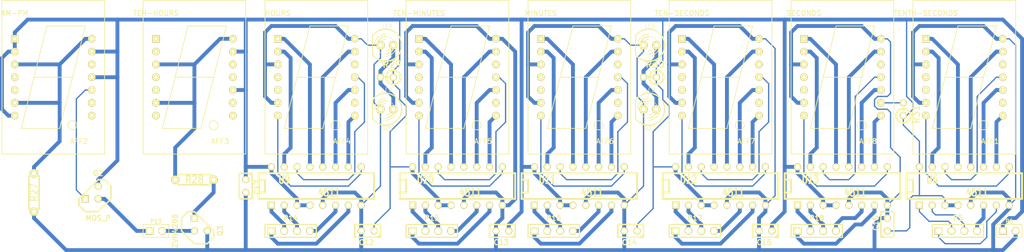
<source format=kicad_pcb>
(kicad_pcb (version 3) (host pcbnew "(2013-jul-07)-stable")

  (general
    (links 158)
    (no_connects 0)
    (area 55.186223 74.473999 260.8072 126.635933)
    (thickness 1.6)
    (drawings 0)
    (tracks 610)
    (zones 0)
    (modules 39)
    (nets 78)
  )

  (page USLetter)
  (title_block 
    (title "LOGIC CLOCK")
    (rev 3)
    (company "Michael Craft")
  )

  (layers
    (15 F.Cu signal)
    (0 B.Cu signal)
    (16 B.Adhes user)
    (17 F.Adhes user)
    (18 B.Paste user)
    (19 F.Paste user)
    (20 B.SilkS user)
    (21 F.SilkS user)
    (22 B.Mask user)
    (23 F.Mask user)
    (24 Dwgs.User user)
    (25 Cmts.User user)
    (26 Eco1.User user)
    (27 Eco2.User user)
    (28 Edge.Cuts user)
  )

  (setup
    (last_trace_width 0.254)
    (trace_clearance 0.381)
    (zone_clearance 0.508)
    (zone_45_only no)
    (trace_min 0.254)
    (segment_width 0.2)
    (edge_width 0.1)
    (via_size 0.889)
    (via_drill 0.635)
    (via_min_size 0.889)
    (via_min_drill 0.508)
    (uvia_size 0.508)
    (uvia_drill 0.127)
    (uvias_allowed no)
    (uvia_min_size 0.508)
    (uvia_min_drill 0.127)
    (pcb_text_width 0.3)
    (pcb_text_size 1.5 1.5)
    (mod_edge_width 0.15)
    (mod_text_size 1 1)
    (mod_text_width 0.15)
    (pad_size 1.5 1.5)
    (pad_drill 0.6)
    (pad_to_mask_clearance 0)
    (aux_axis_origin 0 0)
    (visible_elements FFFFFFBF)
    (pcbplotparams
      (layerselection 1)
      (usegerberextensions false)
      (excludeedgelayer true)
      (linewidth 0.150000)
      (plotframeref false)
      (viasonmask false)
      (mode 1)
      (useauxorigin false)
      (hpglpennumber 1)
      (hpglpenspeed 20)
      (hpglpendiameter 15)
      (hpglpenoverlay 2)
      (psnegative false)
      (psa4output false)
      (plotreference true)
      (plotvalue true)
      (plotothertext true)
      (plotinvisibletext false)
      (padsonsilk false)
      (subtractmaskfromsilk false)
      (outputformat 2)
      (mirror true)
      (drillshape 0)
      (scaleselection 1)
      (outputdirectory ""))
  )

  (net 0 "")
  (net 1 +5V)
  (net 2 /display-board/0A)
  (net 3 /display-board/0B)
  (net 4 /display-board/0C)
  (net 5 /display-board/0D)
  (net 6 /display-board/1A)
  (net 7 /display-board/1B)
  (net 8 /display-board/1C)
  (net 9 /display-board/1D)
  (net 10 /display-board/2A)
  (net 11 /display-board/2B)
  (net 12 /display-board/2C)
  (net 13 /display-board/2D)
  (net 14 /display-board/3A)
  (net 15 /display-board/3B)
  (net 16 /display-board/3C)
  (net 17 /display-board/3D)
  (net 18 /display-board/4A)
  (net 19 /display-board/4B)
  (net 20 /display-board/4C)
  (net 21 /display-board/4D)
  (net 22 /display-board/5A)
  (net 23 /display-board/5B)
  (net 24 /display-board/5C)
  (net 25 /display-board/5D)
  (net 26 /display-board/AM)
  (net 27 /display-board/TEN-HR)
  (net 28 GND)
  (net 29 N-00000100)
  (net 30 N-00000102)
  (net 31 N-00000106)
  (net 32 N-00000107)
  (net 33 N-00000108)
  (net 34 N-00000109)
  (net 35 N-00000112)
  (net 36 N-00000113)
  (net 37 N-00000115)
  (net 38 N-00000117)
  (net 39 N-00000118)
  (net 40 N-00000119)
  (net 41 N-00000120)
  (net 42 N-00000121)
  (net 43 N-00000122)
  (net 44 N-00000123)
  (net 45 N-00000124)
  (net 46 N-00000132)
  (net 47 N-00000138)
  (net 48 N-00000141)
  (net 49 N-00000145)
  (net 50 N-00000146)
  (net 51 N-00000150)
  (net 52 N-00000151)
  (net 53 N-00000152)
  (net 54 N-00000153)
  (net 55 N-00000155)
  (net 56 N-00000157)
  (net 57 N-00000158)
  (net 58 N-00000159)
  (net 59 N-00000160)
  (net 60 N-00000161)
  (net 61 N-00000162)
  (net 62 N-00000163)
  (net 63 N-00000168)
  (net 64 N-00000169)
  (net 65 N-00000170)
  (net 66 N-00000171)
  (net 67 N-00000172)
  (net 68 N-00000173)
  (net 69 N-00000174)
  (net 70 N-00000175)
  (net 71 N-00000176)
  (net 72 N-0000094)
  (net 73 N-0000095)
  (net 74 N-0000096)
  (net 75 N-0000097)
  (net 76 N-0000098)
  (net 77 N-0000099)

  (net_class Default "This is the default net class."
    (clearance 0.381)
    (trace_width 0.254)
    (via_dia 0.889)
    (via_drill 0.635)
    (uvia_dia 0.508)
    (uvia_drill 0.127)
    (add_net "")
    (add_net +5V)
    (add_net /display-board/0A)
    (add_net /display-board/0B)
    (add_net /display-board/0C)
    (add_net /display-board/0D)
    (add_net /display-board/1A)
    (add_net /display-board/1B)
    (add_net /display-board/1C)
    (add_net /display-board/1D)
    (add_net /display-board/2A)
    (add_net /display-board/2B)
    (add_net /display-board/2C)
    (add_net /display-board/2D)
    (add_net /display-board/3A)
    (add_net /display-board/3B)
    (add_net /display-board/3C)
    (add_net /display-board/3D)
    (add_net /display-board/4A)
    (add_net /display-board/4B)
    (add_net /display-board/4C)
    (add_net /display-board/4D)
    (add_net /display-board/5A)
    (add_net /display-board/5B)
    (add_net /display-board/5C)
    (add_net /display-board/5D)
    (add_net /display-board/AM)
    (add_net /display-board/TEN-HR)
    (add_net GND)
    (add_net N-00000100)
    (add_net N-00000102)
    (add_net N-00000106)
    (add_net N-00000107)
    (add_net N-00000108)
    (add_net N-00000109)
    (add_net N-00000112)
    (add_net N-00000113)
    (add_net N-00000115)
    (add_net N-00000117)
    (add_net N-00000118)
    (add_net N-00000119)
    (add_net N-00000120)
    (add_net N-00000121)
    (add_net N-00000122)
    (add_net N-00000123)
    (add_net N-00000124)
    (add_net N-00000132)
    (add_net N-00000138)
    (add_net N-00000141)
    (add_net N-00000145)
    (add_net N-00000146)
    (add_net N-00000150)
    (add_net N-00000151)
    (add_net N-00000152)
    (add_net N-00000153)
    (add_net N-00000155)
    (add_net N-00000157)
    (add_net N-00000158)
    (add_net N-00000159)
    (add_net N-00000160)
    (add_net N-00000161)
    (add_net N-00000162)
    (add_net N-00000163)
    (add_net N-00000168)
    (add_net N-00000169)
    (add_net N-00000170)
    (add_net N-00000171)
    (add_net N-00000172)
    (add_net N-00000173)
    (add_net N-00000174)
    (add_net N-00000175)
    (add_net N-00000176)
    (add_net N-0000094)
    (add_net N-0000095)
    (add_net N-0000096)
    (add_net N-0000097)
    (add_net N-0000098)
    (add_net N-0000099)
  )

  (module PIN_ARRAY_4x1 (layer F.Cu) (tedit 4C10F42E) (tstamp 574BD20E)
    (at 245.11 120.65)
    (descr "Double rangee de contacts 2 x 5 pins")
    (tags CONN)
    (path /574BB7F4/574BA340)
    (fp_text reference P5 (at 0 -2.54) (layer F.SilkS)
      (effects (font (size 1.016 1.016) (thickness 0.2032)))
    )
    (fp_text value 4-PIN_HEADER (at 0 2.54) (layer F.SilkS) hide
      (effects (font (size 1.016 1.016) (thickness 0.2032)))
    )
    (fp_line (start 5.08 1.27) (end -5.08 1.27) (layer F.SilkS) (width 0.254))
    (fp_line (start 5.08 -1.27) (end -5.08 -1.27) (layer F.SilkS) (width 0.254))
    (fp_line (start -5.08 -1.27) (end -5.08 1.27) (layer F.SilkS) (width 0.254))
    (fp_line (start 5.08 1.27) (end 5.08 -1.27) (layer F.SilkS) (width 0.254))
    (pad 1 thru_hole rect (at -3.81 0) (size 1.524 1.524) (drill 1.016)
      (layers *.Cu *.Mask F.SilkS)
      (net 2 /display-board/0A)
    )
    (pad 2 thru_hole circle (at -1.27 0) (size 1.524 1.524) (drill 1.016)
      (layers *.Cu *.Mask F.SilkS)
      (net 3 /display-board/0B)
    )
    (pad 3 thru_hole circle (at 1.27 0) (size 1.524 1.524) (drill 1.016)
      (layers *.Cu *.Mask F.SilkS)
      (net 4 /display-board/0C)
    )
    (pad 4 thru_hole circle (at 3.81 0) (size 1.524 1.524) (drill 1.016)
      (layers *.Cu *.Mask F.SilkS)
      (net 5 /display-board/0D)
    )
    (model pin_array\pins_array_4x1.wrl
      (at (xyz 0 0 0))
      (scale (xyz 1 1 1))
      (rotate (xyz 0 0 0))
    )
  )

  (module PIN_ARRAY_2X1 (layer F.Cu) (tedit 4565C520) (tstamp 574BD218)
    (at 255.27 120.65)
    (descr "Connecteurs 2 pins")
    (tags "CONN DEV")
    (path /574BB7F4/574BC3AE)
    (fp_text reference P6 (at 0 -1.905) (layer F.SilkS)
      (effects (font (size 0.762 0.762) (thickness 0.1524)))
    )
    (fp_text value 2-PIN_HEADER (at 0 -1.905) (layer F.SilkS) hide
      (effects (font (size 0.762 0.762) (thickness 0.1524)))
    )
    (fp_line (start -2.54 1.27) (end -2.54 -1.27) (layer F.SilkS) (width 0.1524))
    (fp_line (start -2.54 -1.27) (end 2.54 -1.27) (layer F.SilkS) (width 0.1524))
    (fp_line (start 2.54 -1.27) (end 2.54 1.27) (layer F.SilkS) (width 0.1524))
    (fp_line (start 2.54 1.27) (end -2.54 1.27) (layer F.SilkS) (width 0.1524))
    (pad 1 thru_hole rect (at -1.27 0) (size 1.524 1.524) (drill 1.016)
      (layers *.Cu *.Mask F.SilkS)
      (net 1 +5V)
    )
    (pad 2 thru_hole circle (at 1.27 0) (size 1.524 1.524) (drill 1.016)
      (layers *.Cu *.Mask F.SilkS)
      (net 28 GND)
    )
    (model pin_array/pins_array_2x1.wrl
      (at (xyz 0 0 0))
      (scale (xyz 1 1 1))
      (rotate (xyz 0 0 0))
    )
  )

  (module 7SEG-KB (layer F.Cu) (tedit 574BACB3) (tstamp 574BD252)
    (at 246.38 90.17)
    (path /574BB7F4/56F2F8F8)
    (fp_text reference AFF1 (at 5.08 12.7) (layer F.SilkS)
      (effects (font (size 1 1) (thickness 0.15)))
    )
    (fp_text value TENTH-SECONDS (at -7.62 -12.7) (layer F.SilkS)
      (effects (font (size 1 1) (thickness 0.15)))
    )
    (fp_circle (center 3.81 9.525) (end 4.445 10.16) (layer F.SilkS) (width 0.15))
    (fp_line (start 6.35 -10.16) (end 3.81 0) (layer F.SilkS) (width 0.15))
    (fp_line (start 6.35 -10.16) (end -1.27 -10.16) (layer F.SilkS) (width 0.15))
    (fp_line (start -1.27 -10.16) (end -3.81 0) (layer F.SilkS) (width 0.15))
    (fp_line (start -3.81 0) (end 3.81 0) (layer F.SilkS) (width 0.15))
    (fp_line (start 3.81 0) (end 1.27 10.16) (layer F.SilkS) (width 0.15))
    (fp_line (start 1.27 10.16) (end -6.35 10.16) (layer F.SilkS) (width 0.15))
    (fp_line (start -6.35 10.16) (end -3.81 0) (layer F.SilkS) (width 0.15))
    (fp_line (start -10.16 -15.24) (end -10.16 15.24) (layer F.SilkS) (width 0.15))
    (fp_line (start -10.16 15.24) (end 10.16 15.24) (layer F.SilkS) (width 0.15))
    (fp_line (start 10.16 15.24) (end 10.16 -15.24) (layer F.SilkS) (width 0.15))
    (fp_line (start 10.16 -15.24) (end -10.16 -15.24) (layer F.SilkS) (width 0.15))
    (pad 1 thru_hole rect (at -7.62 -7.62) (size 1.5 1.5) (drill 0.6)
      (layers *.Cu *.Mask F.SilkS)
      (net 50 N-00000146)
    )
    (pad 2 thru_hole circle (at -7.62 -5.08) (size 1.5 1.5) (drill 0.6)
      (layers *.Cu *.Mask F.SilkS)
      (net 49 N-00000145)
    )
    (pad 3 thru_hole circle (at -7.62 -2.54) (size 1.5 1.5) (drill 0.6)
      (layers *.Cu *.Mask F.SilkS)
      (net 28 GND)
    )
    (pad 4 thru_hole circle (at -7.62 0) (size 1.5 1.5) (drill 0.6)
      (layers *.Cu *.Mask F.SilkS)
    )
    (pad 5 thru_hole circle (at -7.62 2.54) (size 1.5 1.5) (drill 0.6)
      (layers *.Cu *.Mask F.SilkS)
    )
    (pad 6 thru_hole circle (at -7.62 5.08) (size 1.5 1.5) (drill 0.6)
      (layers *.Cu *.Mask F.SilkS)
      (net 28 GND)
    )
    (pad 7 thru_hole circle (at -7.62 7.62) (size 1.5 1.5) (drill 0.6)
      (layers *.Cu *.Mask F.SilkS)
      (net 51 N-00000150)
    )
    (pad 8 thru_hole circle (at 7.62 7.62) (size 1.5 1.5) (drill 0.6)
      (layers *.Cu *.Mask F.SilkS)
      (net 52 N-00000151)
    )
    (pad 9 thru_hole circle (at 7.62 5.08) (size 1.5 1.5) (drill 0.6)
      (layers *.Cu *.Mask F.SilkS)
    )
    (pad 10 thru_hole circle (at 7.62 2.54) (size 1.5 1.5) (drill 0.6)
      (layers *.Cu *.Mask F.SilkS)
      (net 53 N-00000152)
    )
    (pad 11 thru_hole circle (at 7.62 0) (size 1.5 1.5) (drill 0.6)
      (layers *.Cu *.Mask F.SilkS)
      (net 54 N-00000153)
    )
    (pad 12 thru_hole circle (at 7.62 -2.54) (size 1.5 1.5) (drill 0.6)
      (layers *.Cu *.Mask F.SilkS)
    )
    (pad 13 thru_hole circle (at 7.62 -5.08) (size 1.5 1.5) (drill 0.6)
      (layers *.Cu *.Mask F.SilkS)
      (net 55 N-00000155)
    )
    (pad 14 thru_hole circle (at 7.62 -7.62) (size 1.5 1.5) (drill 0.6)
      (layers *.Cu *.Mask F.SilkS)
      (net 28 GND)
    )
  )

  (module TO92DGS (layer F.Cu) (tedit 4469CFF0) (tstamp 574BFB06)
    (at 95.25 119.38 90)
    (descr "Transistor TO92 brochage type BC237")
    (tags "TR TO92")
    (path /574BB7F4/574BFE67)
    (fp_text reference Q3 (at -1.27 3.81 90) (layer F.SilkS)
      (effects (font (size 1.016 1.016) (thickness 0.2032)))
    )
    (fp_text value ZVN4206 (at -1.27 -5.08 90) (layer F.SilkS)
      (effects (font (size 1.016 1.016) (thickness 0.2032)))
    )
    (fp_line (start -1.27 2.54) (end 2.54 -1.27) (layer F.SilkS) (width 0.3048))
    (fp_line (start 2.54 -1.27) (end 2.54 -2.54) (layer F.SilkS) (width 0.3048))
    (fp_line (start 2.54 -2.54) (end 1.27 -3.81) (layer F.SilkS) (width 0.3048))
    (fp_line (start 1.27 -3.81) (end -1.27 -3.81) (layer F.SilkS) (width 0.3048))
    (fp_line (start -1.27 -3.81) (end -3.81 -1.27) (layer F.SilkS) (width 0.3048))
    (fp_line (start -3.81 -1.27) (end -3.81 1.27) (layer F.SilkS) (width 0.3048))
    (fp_line (start -3.81 1.27) (end -2.54 2.54) (layer F.SilkS) (width 0.3048))
    (fp_line (start -2.54 2.54) (end -1.27 2.54) (layer F.SilkS) (width 0.3048))
    (pad D thru_hole rect (at 1.27 -1.27 90) (size 1.397 1.397) (drill 0.8128)
      (layers *.Cu *.Mask F.SilkS)
      (net 46 N-00000132)
    )
    (pad G thru_hole circle (at -1.27 -1.27 90) (size 1.397 1.397) (drill 0.8128)
      (layers *.Cu *.Mask F.SilkS)
      (net 27 /display-board/TEN-HR)
    )
    (pad S thru_hole circle (at -1.27 1.27 90) (size 1.397 1.397) (drill 0.8128)
      (layers *.Cu *.Mask F.SilkS)
      (net 28 GND)
    )
    (model discret/to98.wrl
      (at (xyz 0 0 0))
      (scale (xyz 1 1 1))
      (rotate (xyz 0 0 0))
    )
  )

  (module TO92DGS (layer F.Cu) (tedit 4469CFF0) (tstamp 574BFB15)
    (at 73.66 113.03 180)
    (descr "Transistor TO92 brochage type BC237")
    (tags "TR TO92")
    (path /574BB7F4/574C1930)
    (fp_text reference Q2 (at -1.27 3.81 180) (layer F.SilkS)
      (effects (font (size 1.016 1.016) (thickness 0.2032)))
    )
    (fp_text value MOS_P (at -1.27 -5.08 180) (layer F.SilkS)
      (effects (font (size 1.016 1.016) (thickness 0.2032)))
    )
    (fp_line (start -1.27 2.54) (end 2.54 -1.27) (layer F.SilkS) (width 0.3048))
    (fp_line (start 2.54 -1.27) (end 2.54 -2.54) (layer F.SilkS) (width 0.3048))
    (fp_line (start 2.54 -2.54) (end 1.27 -3.81) (layer F.SilkS) (width 0.3048))
    (fp_line (start 1.27 -3.81) (end -1.27 -3.81) (layer F.SilkS) (width 0.3048))
    (fp_line (start -1.27 -3.81) (end -3.81 -1.27) (layer F.SilkS) (width 0.3048))
    (fp_line (start -3.81 -1.27) (end -3.81 1.27) (layer F.SilkS) (width 0.3048))
    (fp_line (start -3.81 1.27) (end -2.54 2.54) (layer F.SilkS) (width 0.3048))
    (fp_line (start -2.54 2.54) (end -1.27 2.54) (layer F.SilkS) (width 0.3048))
    (pad D thru_hole rect (at 1.27 -1.27 180) (size 1.397 1.397) (drill 0.8128)
      (layers *.Cu *.Mask F.SilkS)
      (net 38 N-00000117)
    )
    (pad G thru_hole circle (at -1.27 -1.27 180) (size 1.397 1.397) (drill 0.8128)
      (layers *.Cu *.Mask F.SilkS)
      (net 26 /display-board/AM)
    )
    (pad S thru_hole circle (at -1.27 1.27 180) (size 1.397 1.397) (drill 0.8128)
      (layers *.Cu *.Mask F.SilkS)
      (net 1 +5V)
    )
    (model discret/to98.wrl
      (at (xyz 0 0 0))
      (scale (xyz 1 1 1))
      (rotate (xyz 0 0 0))
    )
  )

  (module PIN_ARRAY_4x1 (layer F.Cu) (tedit 4C10F42E) (tstamp 574BFB67)
    (at 165.1 120.65)
    (descr "Double rangee de contacts 2 x 5 pins")
    (tags CONN)
    (path /574BB7F4/574BEC29)
    (fp_text reference P16 (at 0 -2.54) (layer F.SilkS)
      (effects (font (size 1.016 1.016) (thickness 0.2032)))
    )
    (fp_text value 4-PIN_HEADER (at 0 2.54) (layer F.SilkS) hide
      (effects (font (size 1.016 1.016) (thickness 0.2032)))
    )
    (fp_line (start 5.08 1.27) (end -5.08 1.27) (layer F.SilkS) (width 0.254))
    (fp_line (start 5.08 -1.27) (end -5.08 -1.27) (layer F.SilkS) (width 0.254))
    (fp_line (start -5.08 -1.27) (end -5.08 1.27) (layer F.SilkS) (width 0.254))
    (fp_line (start 5.08 1.27) (end 5.08 -1.27) (layer F.SilkS) (width 0.254))
    (pad 1 thru_hole rect (at -3.81 0) (size 1.524 1.524) (drill 1.016)
      (layers *.Cu *.Mask F.SilkS)
      (net 14 /display-board/3A)
    )
    (pad 2 thru_hole circle (at -1.27 0) (size 1.524 1.524) (drill 1.016)
      (layers *.Cu *.Mask F.SilkS)
      (net 15 /display-board/3B)
    )
    (pad 3 thru_hole circle (at 1.27 0) (size 1.524 1.524) (drill 1.016)
      (layers *.Cu *.Mask F.SilkS)
      (net 16 /display-board/3C)
    )
    (pad 4 thru_hole circle (at 3.81 0) (size 1.524 1.524) (drill 1.016)
      (layers *.Cu *.Mask F.SilkS)
      (net 17 /display-board/3D)
    )
    (model pin_array\pins_array_4x1.wrl
      (at (xyz 0 0 0))
      (scale (xyz 1 1 1))
      (rotate (xyz 0 0 0))
    )
  )

  (module PIN_ARRAY_4x1 (layer F.Cu) (tedit 4C10F42E) (tstamp 574BFB73)
    (at 113.03 120.65)
    (descr "Double rangee de contacts 2 x 5 pins")
    (tags CONN)
    (path /574BB7F4/574BF4F3)
    (fp_text reference P14 (at 0 -2.54) (layer F.SilkS)
      (effects (font (size 1.016 1.016) (thickness 0.2032)))
    )
    (fp_text value 4-PIN_HEADER (at 0 2.54) (layer F.SilkS) hide
      (effects (font (size 1.016 1.016) (thickness 0.2032)))
    )
    (fp_line (start 5.08 1.27) (end -5.08 1.27) (layer F.SilkS) (width 0.254))
    (fp_line (start 5.08 -1.27) (end -5.08 -1.27) (layer F.SilkS) (width 0.254))
    (fp_line (start -5.08 -1.27) (end -5.08 1.27) (layer F.SilkS) (width 0.254))
    (fp_line (start 5.08 1.27) (end 5.08 -1.27) (layer F.SilkS) (width 0.254))
    (pad 1 thru_hole rect (at -3.81 0) (size 1.524 1.524) (drill 1.016)
      (layers *.Cu *.Mask F.SilkS)
      (net 22 /display-board/5A)
    )
    (pad 2 thru_hole circle (at -1.27 0) (size 1.524 1.524) (drill 1.016)
      (layers *.Cu *.Mask F.SilkS)
      (net 23 /display-board/5B)
    )
    (pad 3 thru_hole circle (at 1.27 0) (size 1.524 1.524) (drill 1.016)
      (layers *.Cu *.Mask F.SilkS)
      (net 24 /display-board/5C)
    )
    (pad 4 thru_hole circle (at 3.81 0) (size 1.524 1.524) (drill 1.016)
      (layers *.Cu *.Mask F.SilkS)
      (net 25 /display-board/5D)
    )
    (model pin_array\pins_array_4x1.wrl
      (at (xyz 0 0 0))
      (scale (xyz 1 1 1))
      (rotate (xyz 0 0 0))
    )
  )

  (module PIN_ARRAY_4x1 (layer F.Cu) (tedit 4C10F42E) (tstamp 574BFB7F)
    (at 193.04 120.65)
    (descr "Double rangee de contacts 2 x 5 pins")
    (tags CONN)
    (path /574BB7F4/574BEA85)
    (fp_text reference P17 (at 0 -2.54) (layer F.SilkS)
      (effects (font (size 1.016 1.016) (thickness 0.2032)))
    )
    (fp_text value 4-PIN_HEADER (at 0 2.54) (layer F.SilkS) hide
      (effects (font (size 1.016 1.016) (thickness 0.2032)))
    )
    (fp_line (start 5.08 1.27) (end -5.08 1.27) (layer F.SilkS) (width 0.254))
    (fp_line (start 5.08 -1.27) (end -5.08 -1.27) (layer F.SilkS) (width 0.254))
    (fp_line (start -5.08 -1.27) (end -5.08 1.27) (layer F.SilkS) (width 0.254))
    (fp_line (start 5.08 1.27) (end 5.08 -1.27) (layer F.SilkS) (width 0.254))
    (pad 1 thru_hole rect (at -3.81 0) (size 1.524 1.524) (drill 1.016)
      (layers *.Cu *.Mask F.SilkS)
      (net 10 /display-board/2A)
    )
    (pad 2 thru_hole circle (at -1.27 0) (size 1.524 1.524) (drill 1.016)
      (layers *.Cu *.Mask F.SilkS)
      (net 11 /display-board/2B)
    )
    (pad 3 thru_hole circle (at 1.27 0) (size 1.524 1.524) (drill 1.016)
      (layers *.Cu *.Mask F.SilkS)
      (net 12 /display-board/2C)
    )
    (pad 4 thru_hole circle (at 3.81 0) (size 1.524 1.524) (drill 1.016)
      (layers *.Cu *.Mask F.SilkS)
      (net 13 /display-board/2D)
    )
    (model pin_array\pins_array_4x1.wrl
      (at (xyz 0 0 0))
      (scale (xyz 1 1 1))
      (rotate (xyz 0 0 0))
    )
  )

  (module PIN_ARRAY_4x1 (layer F.Cu) (tedit 4C10F42E) (tstamp 574BFB8B)
    (at 217.17 120.65)
    (descr "Double rangee de contacts 2 x 5 pins")
    (tags CONN)
    (path /574BB7F4/574BE7A5)
    (fp_text reference P18 (at 0 -2.54) (layer F.SilkS)
      (effects (font (size 1.016 1.016) (thickness 0.2032)))
    )
    (fp_text value 4-PIN_HEADER (at 0 2.54) (layer F.SilkS) hide
      (effects (font (size 1.016 1.016) (thickness 0.2032)))
    )
    (fp_line (start 5.08 1.27) (end -5.08 1.27) (layer F.SilkS) (width 0.254))
    (fp_line (start 5.08 -1.27) (end -5.08 -1.27) (layer F.SilkS) (width 0.254))
    (fp_line (start -5.08 -1.27) (end -5.08 1.27) (layer F.SilkS) (width 0.254))
    (fp_line (start 5.08 1.27) (end 5.08 -1.27) (layer F.SilkS) (width 0.254))
    (pad 1 thru_hole rect (at -3.81 0) (size 1.524 1.524) (drill 1.016)
      (layers *.Cu *.Mask F.SilkS)
      (net 6 /display-board/1A)
    )
    (pad 2 thru_hole circle (at -1.27 0) (size 1.524 1.524) (drill 1.016)
      (layers *.Cu *.Mask F.SilkS)
      (net 7 /display-board/1B)
    )
    (pad 3 thru_hole circle (at 1.27 0) (size 1.524 1.524) (drill 1.016)
      (layers *.Cu *.Mask F.SilkS)
      (net 8 /display-board/1C)
    )
    (pad 4 thru_hole circle (at 3.81 0) (size 1.524 1.524) (drill 1.016)
      (layers *.Cu *.Mask F.SilkS)
      (net 9 /display-board/1D)
    )
    (model pin_array\pins_array_4x1.wrl
      (at (xyz 0 0 0))
      (scale (xyz 1 1 1))
      (rotate (xyz 0 0 0))
    )
  )

  (module PIN_ARRAY_4x1 (layer F.Cu) (tedit 4C10F42E) (tstamp 574BFB97)
    (at 140.97 120.65)
    (descr "Double rangee de contacts 2 x 5 pins")
    (tags CONN)
    (path /574BB7F4/574BEC6A)
    (fp_text reference P15 (at 0 -2.54) (layer F.SilkS)
      (effects (font (size 1.016 1.016) (thickness 0.2032)))
    )
    (fp_text value 4-PIN_HEADER (at 0 2.54) (layer F.SilkS) hide
      (effects (font (size 1.016 1.016) (thickness 0.2032)))
    )
    (fp_line (start 5.08 1.27) (end -5.08 1.27) (layer F.SilkS) (width 0.254))
    (fp_line (start 5.08 -1.27) (end -5.08 -1.27) (layer F.SilkS) (width 0.254))
    (fp_line (start -5.08 -1.27) (end -5.08 1.27) (layer F.SilkS) (width 0.254))
    (fp_line (start 5.08 1.27) (end 5.08 -1.27) (layer F.SilkS) (width 0.254))
    (pad 1 thru_hole rect (at -3.81 0) (size 1.524 1.524) (drill 1.016)
      (layers *.Cu *.Mask F.SilkS)
      (net 18 /display-board/4A)
    )
    (pad 2 thru_hole circle (at -1.27 0) (size 1.524 1.524) (drill 1.016)
      (layers *.Cu *.Mask F.SilkS)
      (net 19 /display-board/4B)
    )
    (pad 3 thru_hole circle (at 1.27 0) (size 1.524 1.524) (drill 1.016)
      (layers *.Cu *.Mask F.SilkS)
      (net 20 /display-board/4C)
    )
    (pad 4 thru_hole circle (at 3.81 0) (size 1.524 1.524) (drill 1.016)
      (layers *.Cu *.Mask F.SilkS)
      (net 21 /display-board/4D)
    )
    (model pin_array\pins_array_4x1.wrl
      (at (xyz 0 0 0))
      (scale (xyz 1 1 1))
      (rotate (xyz 0 0 0))
    )
  )

  (module PIN_ARRAY_2X1 (layer F.Cu) (tedit 4565C520) (tstamp 574BFBA1)
    (at 86.36 120.65)
    (descr "Connecteurs 2 pins")
    (tags "CONN DEV")
    (path /574BB7F4/574C053D)
    (fp_text reference P13 (at 0 -1.905) (layer F.SilkS)
      (effects (font (size 0.762 0.762) (thickness 0.1524)))
    )
    (fp_text value 2-PIN_HEADER (at 0 -1.905) (layer F.SilkS) hide
      (effects (font (size 0.762 0.762) (thickness 0.1524)))
    )
    (fp_line (start -2.54 1.27) (end -2.54 -1.27) (layer F.SilkS) (width 0.1524))
    (fp_line (start -2.54 -1.27) (end 2.54 -1.27) (layer F.SilkS) (width 0.1524))
    (fp_line (start 2.54 -1.27) (end 2.54 1.27) (layer F.SilkS) (width 0.1524))
    (fp_line (start 2.54 1.27) (end -2.54 1.27) (layer F.SilkS) (width 0.1524))
    (pad 1 thru_hole rect (at -1.27 0) (size 1.524 1.524) (drill 1.016)
      (layers *.Cu *.Mask F.SilkS)
      (net 26 /display-board/AM)
    )
    (pad 2 thru_hole circle (at 1.27 0) (size 1.524 1.524) (drill 1.016)
      (layers *.Cu *.Mask F.SilkS)
      (net 27 /display-board/TEN-HR)
    )
    (model pin_array/pins_array_2x1.wrl
      (at (xyz 0 0 0))
      (scale (xyz 1 1 1))
      (rotate (xyz 0 0 0))
    )
  )

  (module LED-5MM (layer F.Cu) (tedit 50ADE86B) (tstamp 574BFBB0)
    (at 184.15 96.52 180)
    (descr "LED 5mm - Lead pitch 100mil (2,54mm)")
    (tags "LED led 5mm 5MM 100mil 2,54mm")
    (path /574BB7F4/574BE80C)
    (fp_text reference D27 (at 0 -3.81 180) (layer F.SilkS)
      (effects (font (size 0.762 0.762) (thickness 0.0889)))
    )
    (fp_text value LED (at 0 3.81 180) (layer F.SilkS)
      (effects (font (size 0.762 0.762) (thickness 0.0889)))
    )
    (fp_line (start 2.8448 1.905) (end 2.8448 -1.905) (layer F.SilkS) (width 0.2032))
    (fp_circle (center 0.254 0) (end -1.016 1.27) (layer F.SilkS) (width 0.0762))
    (fp_arc (start 0.254 0) (end 2.794 1.905) (angle 286.2) (layer F.SilkS) (width 0.254))
    (fp_arc (start 0.254 0) (end -0.889 0) (angle 90) (layer F.SilkS) (width 0.1524))
    (fp_arc (start 0.254 0) (end 1.397 0) (angle 90) (layer F.SilkS) (width 0.1524))
    (fp_arc (start 0.254 0) (end -1.397 0) (angle 90) (layer F.SilkS) (width 0.1524))
    (fp_arc (start 0.254 0) (end 1.905 0) (angle 90) (layer F.SilkS) (width 0.1524))
    (fp_arc (start 0.254 0) (end -1.905 0) (angle 90) (layer F.SilkS) (width 0.1524))
    (fp_arc (start 0.254 0) (end 2.413 0) (angle 90) (layer F.SilkS) (width 0.1524))
    (pad 1 thru_hole circle (at -1.27 0 180) (size 1.6764 1.6764) (drill 0.8128)
      (layers *.Cu *.Mask F.SilkS)
      (net 70 N-00000175)
    )
    (pad 2 thru_hole circle (at 1.27 0 180) (size 1.6764 1.6764) (drill 0.8128)
      (layers *.Cu *.Mask F.SilkS)
      (net 28 GND)
    )
    (model discret/leds/led5_vertical_verde.wrl
      (at (xyz 0 0 0))
      (scale (xyz 1 1 1))
      (rotate (xyz 0 0 0))
    )
  )

  (module LED-5MM (layer F.Cu) (tedit 50ADE86B) (tstamp 574BFBBF)
    (at 184.15 83.82 180)
    (descr "LED 5mm - Lead pitch 100mil (2,54mm)")
    (tags "LED led 5mm 5MM 100mil 2,54mm")
    (path /574BB7F4/574BE7E6)
    (fp_text reference D26 (at 0 -3.81 180) (layer F.SilkS)
      (effects (font (size 0.762 0.762) (thickness 0.0889)))
    )
    (fp_text value LED (at 0 3.81 180) (layer F.SilkS)
      (effects (font (size 0.762 0.762) (thickness 0.0889)))
    )
    (fp_line (start 2.8448 1.905) (end 2.8448 -1.905) (layer F.SilkS) (width 0.2032))
    (fp_circle (center 0.254 0) (end -1.016 1.27) (layer F.SilkS) (width 0.0762))
    (fp_arc (start 0.254 0) (end 2.794 1.905) (angle 286.2) (layer F.SilkS) (width 0.254))
    (fp_arc (start 0.254 0) (end -0.889 0) (angle 90) (layer F.SilkS) (width 0.1524))
    (fp_arc (start 0.254 0) (end 1.397 0) (angle 90) (layer F.SilkS) (width 0.1524))
    (fp_arc (start 0.254 0) (end -1.397 0) (angle 90) (layer F.SilkS) (width 0.1524))
    (fp_arc (start 0.254 0) (end 1.905 0) (angle 90) (layer F.SilkS) (width 0.1524))
    (fp_arc (start 0.254 0) (end -1.905 0) (angle 90) (layer F.SilkS) (width 0.1524))
    (fp_arc (start 0.254 0) (end 2.413 0) (angle 90) (layer F.SilkS) (width 0.1524))
    (pad 1 thru_hole circle (at -1.27 0 180) (size 1.6764 1.6764) (drill 0.8128)
      (layers *.Cu *.Mask F.SilkS)
      (net 70 N-00000175)
    )
    (pad 2 thru_hole circle (at 1.27 0 180) (size 1.6764 1.6764) (drill 0.8128)
      (layers *.Cu *.Mask F.SilkS)
      (net 28 GND)
    )
    (model discret/leds/led5_vertical_verde.wrl
      (at (xyz 0 0 0))
      (scale (xyz 1 1 1))
      (rotate (xyz 0 0 0))
    )
  )

  (module LED-5MM (layer F.Cu) (tedit 50ADE86B) (tstamp 574BFBCE)
    (at 132.08 83.82 180)
    (descr "LED 5mm - Lead pitch 100mil (2,54mm)")
    (tags "LED led 5mm 5MM 100mil 2,54mm")
    (path /574BB7F4/574BECC6)
    (fp_text reference D24 (at 0 -3.81 180) (layer F.SilkS)
      (effects (font (size 0.762 0.762) (thickness 0.0889)))
    )
    (fp_text value LED (at 0 3.81 180) (layer F.SilkS)
      (effects (font (size 0.762 0.762) (thickness 0.0889)))
    )
    (fp_line (start 2.8448 1.905) (end 2.8448 -1.905) (layer F.SilkS) (width 0.2032))
    (fp_circle (center 0.254 0) (end -1.016 1.27) (layer F.SilkS) (width 0.0762))
    (fp_arc (start 0.254 0) (end 2.794 1.905) (angle 286.2) (layer F.SilkS) (width 0.254))
    (fp_arc (start 0.254 0) (end -0.889 0) (angle 90) (layer F.SilkS) (width 0.1524))
    (fp_arc (start 0.254 0) (end 1.397 0) (angle 90) (layer F.SilkS) (width 0.1524))
    (fp_arc (start 0.254 0) (end -1.397 0) (angle 90) (layer F.SilkS) (width 0.1524))
    (fp_arc (start 0.254 0) (end 1.905 0) (angle 90) (layer F.SilkS) (width 0.1524))
    (fp_arc (start 0.254 0) (end -1.905 0) (angle 90) (layer F.SilkS) (width 0.1524))
    (fp_arc (start 0.254 0) (end 2.413 0) (angle 90) (layer F.SilkS) (width 0.1524))
    (pad 1 thru_hole circle (at -1.27 0 180) (size 1.6764 1.6764) (drill 0.8128)
      (layers *.Cu *.Mask F.SilkS)
      (net 30 N-00000102)
    )
    (pad 2 thru_hole circle (at 1.27 0 180) (size 1.6764 1.6764) (drill 0.8128)
      (layers *.Cu *.Mask F.SilkS)
      (net 28 GND)
    )
    (model discret/leds/led5_vertical_verde.wrl
      (at (xyz 0 0 0))
      (scale (xyz 1 1 1))
      (rotate (xyz 0 0 0))
    )
  )

  (module LED-5MM (layer F.Cu) (tedit 50ADE86B) (tstamp 574BFBDD)
    (at 132.08 96.52 180)
    (descr "LED 5mm - Lead pitch 100mil (2,54mm)")
    (tags "LED led 5mm 5MM 100mil 2,54mm")
    (path /574BB7F4/574BECCC)
    (fp_text reference D25 (at 0 -3.81 180) (layer F.SilkS)
      (effects (font (size 0.762 0.762) (thickness 0.0889)))
    )
    (fp_text value LED (at 0 3.81 180) (layer F.SilkS)
      (effects (font (size 0.762 0.762) (thickness 0.0889)))
    )
    (fp_line (start 2.8448 1.905) (end 2.8448 -1.905) (layer F.SilkS) (width 0.2032))
    (fp_circle (center 0.254 0) (end -1.016 1.27) (layer F.SilkS) (width 0.0762))
    (fp_arc (start 0.254 0) (end 2.794 1.905) (angle 286.2) (layer F.SilkS) (width 0.254))
    (fp_arc (start 0.254 0) (end -0.889 0) (angle 90) (layer F.SilkS) (width 0.1524))
    (fp_arc (start 0.254 0) (end 1.397 0) (angle 90) (layer F.SilkS) (width 0.1524))
    (fp_arc (start 0.254 0) (end -1.397 0) (angle 90) (layer F.SilkS) (width 0.1524))
    (fp_arc (start 0.254 0) (end 1.905 0) (angle 90) (layer F.SilkS) (width 0.1524))
    (fp_arc (start 0.254 0) (end -1.905 0) (angle 90) (layer F.SilkS) (width 0.1524))
    (fp_arc (start 0.254 0) (end 2.413 0) (angle 90) (layer F.SilkS) (width 0.1524))
    (pad 1 thru_hole circle (at -1.27 0 180) (size 1.6764 1.6764) (drill 0.8128)
      (layers *.Cu *.Mask F.SilkS)
      (net 30 N-00000102)
    )
    (pad 2 thru_hole circle (at 1.27 0 180) (size 1.6764 1.6764) (drill 0.8128)
      (layers *.Cu *.Mask F.SilkS)
      (net 28 GND)
    )
    (model discret/leds/led5_vertical_verde.wrl
      (at (xyz 0 0 0))
      (scale (xyz 1 1 1))
      (rotate (xyz 0 0 0))
    )
  )

  (module C1 (layer F.Cu) (tedit 3F92C496) (tstamp 574BFC74)
    (at 128.27 120.65 180)
    (descr "Condensateur e = 1 pas")
    (tags C)
    (path /574BB7F4/574D456C)
    (fp_text reference C12 (at 0.254 -2.286 180) (layer F.SilkS)
      (effects (font (size 1.016 1.016) (thickness 0.2032)))
    )
    (fp_text value "100nF BYPASS" (at 0 -2.286 180) (layer F.SilkS) hide
      (effects (font (size 1.016 1.016) (thickness 0.2032)))
    )
    (fp_line (start -2.4892 -1.27) (end 2.54 -1.27) (layer F.SilkS) (width 0.3048))
    (fp_line (start 2.54 -1.27) (end 2.54 1.27) (layer F.SilkS) (width 0.3048))
    (fp_line (start 2.54 1.27) (end -2.54 1.27) (layer F.SilkS) (width 0.3048))
    (fp_line (start -2.54 1.27) (end -2.54 -1.27) (layer F.SilkS) (width 0.3048))
    (fp_line (start -2.54 -0.635) (end -1.905 -1.27) (layer F.SilkS) (width 0.3048))
    (pad 1 thru_hole circle (at -1.27 0 180) (size 1.397 1.397) (drill 0.8128)
      (layers *.Cu *.Mask F.SilkS)
      (net 1 +5V)
    )
    (pad 2 thru_hole circle (at 1.27 0 180) (size 1.397 1.397) (drill 0.8128)
      (layers *.Cu *.Mask F.SilkS)
      (net 28 GND)
    )
    (model discret/capa_1_pas.wrl
      (at (xyz 0 0 0))
      (scale (xyz 1 1 1))
      (rotate (xyz 0 0 0))
    )
  )

  (module C1 (layer F.Cu) (tedit 3F92C496) (tstamp 574BFC7F)
    (at 104.14 111.76 270)
    (descr "Condensateur e = 1 pas")
    (tags C)
    (path /574BB7F4/574D4510)
    (fp_text reference C17 (at 0.254 -2.286 270) (layer F.SilkS)
      (effects (font (size 1.016 1.016) (thickness 0.2032)))
    )
    (fp_text value "100nF BYPASS" (at 0 -2.286 270) (layer F.SilkS) hide
      (effects (font (size 1.016 1.016) (thickness 0.2032)))
    )
    (fp_line (start -2.4892 -1.27) (end 2.54 -1.27) (layer F.SilkS) (width 0.3048))
    (fp_line (start 2.54 -1.27) (end 2.54 1.27) (layer F.SilkS) (width 0.3048))
    (fp_line (start 2.54 1.27) (end -2.54 1.27) (layer F.SilkS) (width 0.3048))
    (fp_line (start -2.54 1.27) (end -2.54 -1.27) (layer F.SilkS) (width 0.3048))
    (fp_line (start -2.54 -0.635) (end -1.905 -1.27) (layer F.SilkS) (width 0.3048))
    (pad 1 thru_hole circle (at -1.27 0 270) (size 1.397 1.397) (drill 0.8128)
      (layers *.Cu *.Mask F.SilkS)
      (net 1 +5V)
    )
    (pad 2 thru_hole circle (at 1.27 0 270) (size 1.397 1.397) (drill 0.8128)
      (layers *.Cu *.Mask F.SilkS)
      (net 28 GND)
    )
    (model discret/capa_1_pas.wrl
      (at (xyz 0 0 0))
      (scale (xyz 1 1 1))
      (rotate (xyz 0 0 0))
    )
  )

  (module C1 (layer F.Cu) (tedit 3F92C496) (tstamp 574BFC8A)
    (at 231.14 119.38 90)
    (descr "Condensateur e = 1 pas")
    (tags C)
    (path /574BB7F4/574D4554)
    (fp_text reference C16 (at 0.254 -2.286 90) (layer F.SilkS)
      (effects (font (size 1.016 1.016) (thickness 0.2032)))
    )
    (fp_text value "100nF BYPASS" (at 0 -2.286 90) (layer F.SilkS) hide
      (effects (font (size 1.016 1.016) (thickness 0.2032)))
    )
    (fp_line (start -2.4892 -1.27) (end 2.54 -1.27) (layer F.SilkS) (width 0.3048))
    (fp_line (start 2.54 -1.27) (end 2.54 1.27) (layer F.SilkS) (width 0.3048))
    (fp_line (start 2.54 1.27) (end -2.54 1.27) (layer F.SilkS) (width 0.3048))
    (fp_line (start -2.54 1.27) (end -2.54 -1.27) (layer F.SilkS) (width 0.3048))
    (fp_line (start -2.54 -0.635) (end -1.905 -1.27) (layer F.SilkS) (width 0.3048))
    (pad 1 thru_hole circle (at -1.27 0 90) (size 1.397 1.397) (drill 0.8128)
      (layers *.Cu *.Mask F.SilkS)
      (net 1 +5V)
    )
    (pad 2 thru_hole circle (at 1.27 0 90) (size 1.397 1.397) (drill 0.8128)
      (layers *.Cu *.Mask F.SilkS)
      (net 28 GND)
    )
    (model discret/capa_1_pas.wrl
      (at (xyz 0 0 0))
      (scale (xyz 1 1 1))
      (rotate (xyz 0 0 0))
    )
  )

  (module C1 (layer F.Cu) (tedit 3F92C496) (tstamp 574BFC95)
    (at 207.01 120.65 180)
    (descr "Condensateur e = 1 pas")
    (tags C)
    (path /574BB7F4/574D455A)
    (fp_text reference C15 (at 0.254 -2.286 180) (layer F.SilkS)
      (effects (font (size 1.016 1.016) (thickness 0.2032)))
    )
    (fp_text value "100nF BYPASS" (at 0 -2.286 180) (layer F.SilkS) hide
      (effects (font (size 1.016 1.016) (thickness 0.2032)))
    )
    (fp_line (start -2.4892 -1.27) (end 2.54 -1.27) (layer F.SilkS) (width 0.3048))
    (fp_line (start 2.54 -1.27) (end 2.54 1.27) (layer F.SilkS) (width 0.3048))
    (fp_line (start 2.54 1.27) (end -2.54 1.27) (layer F.SilkS) (width 0.3048))
    (fp_line (start -2.54 1.27) (end -2.54 -1.27) (layer F.SilkS) (width 0.3048))
    (fp_line (start -2.54 -0.635) (end -1.905 -1.27) (layer F.SilkS) (width 0.3048))
    (pad 1 thru_hole circle (at -1.27 0 180) (size 1.397 1.397) (drill 0.8128)
      (layers *.Cu *.Mask F.SilkS)
      (net 1 +5V)
    )
    (pad 2 thru_hole circle (at 1.27 0 180) (size 1.397 1.397) (drill 0.8128)
      (layers *.Cu *.Mask F.SilkS)
      (net 28 GND)
    )
    (model discret/capa_1_pas.wrl
      (at (xyz 0 0 0))
      (scale (xyz 1 1 1))
      (rotate (xyz 0 0 0))
    )
  )

  (module C1 (layer F.Cu) (tedit 3F92C496) (tstamp 574BFCA0)
    (at 180.34 120.65 180)
    (descr "Condensateur e = 1 pas")
    (tags C)
    (path /574BB7F4/574D4560)
    (fp_text reference C14 (at 0.254 -2.286 180) (layer F.SilkS)
      (effects (font (size 1.016 1.016) (thickness 0.2032)))
    )
    (fp_text value "100nF BYPASS" (at 0 -2.286 180) (layer F.SilkS) hide
      (effects (font (size 1.016 1.016) (thickness 0.2032)))
    )
    (fp_line (start -2.4892 -1.27) (end 2.54 -1.27) (layer F.SilkS) (width 0.3048))
    (fp_line (start 2.54 -1.27) (end 2.54 1.27) (layer F.SilkS) (width 0.3048))
    (fp_line (start 2.54 1.27) (end -2.54 1.27) (layer F.SilkS) (width 0.3048))
    (fp_line (start -2.54 1.27) (end -2.54 -1.27) (layer F.SilkS) (width 0.3048))
    (fp_line (start -2.54 -0.635) (end -1.905 -1.27) (layer F.SilkS) (width 0.3048))
    (pad 1 thru_hole circle (at -1.27 0 180) (size 1.397 1.397) (drill 0.8128)
      (layers *.Cu *.Mask F.SilkS)
      (net 1 +5V)
    )
    (pad 2 thru_hole circle (at 1.27 0 180) (size 1.397 1.397) (drill 0.8128)
      (layers *.Cu *.Mask F.SilkS)
      (net 28 GND)
    )
    (model discret/capa_1_pas.wrl
      (at (xyz 0 0 0))
      (scale (xyz 1 1 1))
      (rotate (xyz 0 0 0))
    )
  )

  (module C1 (layer F.Cu) (tedit 3F92C496) (tstamp 574BFCAB)
    (at 154.94 120.65 180)
    (descr "Condensateur e = 1 pas")
    (tags C)
    (path /574BB7F4/574D4566)
    (fp_text reference C13 (at 0.254 -2.286 180) (layer F.SilkS)
      (effects (font (size 1.016 1.016) (thickness 0.2032)))
    )
    (fp_text value "100nF BYPASS" (at 0 -2.286 180) (layer F.SilkS) hide
      (effects (font (size 1.016 1.016) (thickness 0.2032)))
    )
    (fp_line (start -2.4892 -1.27) (end 2.54 -1.27) (layer F.SilkS) (width 0.3048))
    (fp_line (start 2.54 -1.27) (end 2.54 1.27) (layer F.SilkS) (width 0.3048))
    (fp_line (start 2.54 1.27) (end -2.54 1.27) (layer F.SilkS) (width 0.3048))
    (fp_line (start -2.54 1.27) (end -2.54 -1.27) (layer F.SilkS) (width 0.3048))
    (fp_line (start -2.54 -0.635) (end -1.905 -1.27) (layer F.SilkS) (width 0.3048))
    (pad 1 thru_hole circle (at -1.27 0 180) (size 1.397 1.397) (drill 0.8128)
      (layers *.Cu *.Mask F.SilkS)
      (net 1 +5V)
    )
    (pad 2 thru_hole circle (at 1.27 0 180) (size 1.397 1.397) (drill 0.8128)
      (layers *.Cu *.Mask F.SilkS)
      (net 28 GND)
    )
    (model discret/capa_1_pas.wrl
      (at (xyz 0 0 0))
      (scale (xyz 1 1 1))
      (rotate (xyz 0 0 0))
    )
  )

  (module 7SEG-KB (layer F.Cu) (tedit 574BACB3) (tstamp 574C0410)
    (at 66.04 90.17)
    (path /574BB7F4/574C07EC)
    (fp_text reference AFF2 (at 5.08 12.7) (layer F.SilkS)
      (effects (font (size 1 1) (thickness 0.15)))
    )
    (fp_text value AM-PM (at -7.62 -12.7) (layer F.SilkS)
      (effects (font (size 1 1) (thickness 0.15)))
    )
    (fp_circle (center 3.81 9.525) (end 4.445 10.16) (layer F.SilkS) (width 0.15))
    (fp_line (start 6.35 -10.16) (end 3.81 0) (layer F.SilkS) (width 0.15))
    (fp_line (start 6.35 -10.16) (end -1.27 -10.16) (layer F.SilkS) (width 0.15))
    (fp_line (start -1.27 -10.16) (end -3.81 0) (layer F.SilkS) (width 0.15))
    (fp_line (start -3.81 0) (end 3.81 0) (layer F.SilkS) (width 0.15))
    (fp_line (start 3.81 0) (end 1.27 10.16) (layer F.SilkS) (width 0.15))
    (fp_line (start 1.27 10.16) (end -6.35 10.16) (layer F.SilkS) (width 0.15))
    (fp_line (start -6.35 10.16) (end -3.81 0) (layer F.SilkS) (width 0.15))
    (fp_line (start -10.16 -15.24) (end -10.16 15.24) (layer F.SilkS) (width 0.15))
    (fp_line (start -10.16 15.24) (end 10.16 15.24) (layer F.SilkS) (width 0.15))
    (fp_line (start 10.16 15.24) (end 10.16 -15.24) (layer F.SilkS) (width 0.15))
    (fp_line (start 10.16 -15.24) (end -10.16 -15.24) (layer F.SilkS) (width 0.15))
    (pad 1 thru_hole rect (at -7.62 -7.62) (size 1.5 1.5) (drill 0.6)
      (layers *.Cu *.Mask F.SilkS)
      (net 1 +5V)
    )
    (pad 2 thru_hole circle (at -7.62 -5.08) (size 1.5 1.5) (drill 0.6)
      (layers *.Cu *.Mask F.SilkS)
      (net 1 +5V)
    )
    (pad 3 thru_hole circle (at -7.62 -2.54) (size 1.5 1.5) (drill 0.6)
      (layers *.Cu *.Mask F.SilkS)
      (net 48 N-00000141)
    )
    (pad 4 thru_hole circle (at -7.62 0) (size 1.5 1.5) (drill 0.6)
      (layers *.Cu *.Mask F.SilkS)
    )
    (pad 5 thru_hole circle (at -7.62 2.54) (size 1.5 1.5) (drill 0.6)
      (layers *.Cu *.Mask F.SilkS)
    )
    (pad 6 thru_hole circle (at -7.62 5.08) (size 1.5 1.5) (drill 0.6)
      (layers *.Cu *.Mask F.SilkS)
      (net 48 N-00000141)
    )
    (pad 7 thru_hole circle (at -7.62 7.62) (size 1.5 1.5) (drill 0.6)
      (layers *.Cu *.Mask F.SilkS)
      (net 1 +5V)
    )
    (pad 8 thru_hole circle (at 7.62 7.62) (size 1.5 1.5) (drill 0.6)
      (layers *.Cu *.Mask F.SilkS)
    )
    (pad 9 thru_hole circle (at 7.62 5.08) (size 1.5 1.5) (drill 0.6)
      (layers *.Cu *.Mask F.SilkS)
    )
    (pad 10 thru_hole circle (at 7.62 2.54) (size 1.5 1.5) (drill 0.6)
      (layers *.Cu *.Mask F.SilkS)
      (net 38 N-00000117)
    )
    (pad 11 thru_hole circle (at 7.62 0) (size 1.5 1.5) (drill 0.6)
      (layers *.Cu *.Mask F.SilkS)
      (net 1 +5V)
    )
    (pad 12 thru_hole circle (at 7.62 -2.54) (size 1.5 1.5) (drill 0.6)
      (layers *.Cu *.Mask F.SilkS)
    )
    (pad 13 thru_hole circle (at 7.62 -5.08) (size 1.5 1.5) (drill 0.6)
      (layers *.Cu *.Mask F.SilkS)
      (net 1 +5V)
    )
    (pad 14 thru_hole circle (at 7.62 -7.62) (size 1.5 1.5) (drill 0.6)
      (layers *.Cu *.Mask F.SilkS)
      (net 48 N-00000141)
    )
  )

  (module 7SEG-KB (layer F.Cu) (tedit 574BACB3) (tstamp 574C042E)
    (at 93.98 90.17)
    (path /574BB7F4/574BFAB7)
    (fp_text reference AFF3 (at 5.08 12.7) (layer F.SilkS)
      (effects (font (size 1 1) (thickness 0.15)))
    )
    (fp_text value TEN-HOURS (at -7.62 -12.7) (layer F.SilkS)
      (effects (font (size 1 1) (thickness 0.15)))
    )
    (fp_circle (center 3.81 9.525) (end 4.445 10.16) (layer F.SilkS) (width 0.15))
    (fp_line (start 6.35 -10.16) (end 3.81 0) (layer F.SilkS) (width 0.15))
    (fp_line (start 6.35 -10.16) (end -1.27 -10.16) (layer F.SilkS) (width 0.15))
    (fp_line (start -1.27 -10.16) (end -3.81 0) (layer F.SilkS) (width 0.15))
    (fp_line (start -3.81 0) (end 3.81 0) (layer F.SilkS) (width 0.15))
    (fp_line (start 3.81 0) (end 1.27 10.16) (layer F.SilkS) (width 0.15))
    (fp_line (start 1.27 10.16) (end -6.35 10.16) (layer F.SilkS) (width 0.15))
    (fp_line (start -6.35 10.16) (end -3.81 0) (layer F.SilkS) (width 0.15))
    (fp_line (start -10.16 -15.24) (end -10.16 15.24) (layer F.SilkS) (width 0.15))
    (fp_line (start -10.16 15.24) (end 10.16 15.24) (layer F.SilkS) (width 0.15))
    (fp_line (start 10.16 15.24) (end 10.16 -15.24) (layer F.SilkS) (width 0.15))
    (fp_line (start 10.16 -15.24) (end -10.16 -15.24) (layer F.SilkS) (width 0.15))
    (pad 1 thru_hole rect (at -7.62 -7.62) (size 1.5 1.5) (drill 0.6)
      (layers *.Cu *.Mask F.SilkS)
    )
    (pad 2 thru_hole circle (at -7.62 -5.08) (size 1.5 1.5) (drill 0.6)
      (layers *.Cu *.Mask F.SilkS)
    )
    (pad 3 thru_hole circle (at -7.62 -2.54) (size 1.5 1.5) (drill 0.6)
      (layers *.Cu *.Mask F.SilkS)
      (net 47 N-00000138)
    )
    (pad 4 thru_hole circle (at -7.62 0) (size 1.5 1.5) (drill 0.6)
      (layers *.Cu *.Mask F.SilkS)
    )
    (pad 5 thru_hole circle (at -7.62 2.54) (size 1.5 1.5) (drill 0.6)
      (layers *.Cu *.Mask F.SilkS)
    )
    (pad 6 thru_hole circle (at -7.62 5.08) (size 1.5 1.5) (drill 0.6)
      (layers *.Cu *.Mask F.SilkS)
      (net 47 N-00000138)
    )
    (pad 7 thru_hole circle (at -7.62 7.62) (size 1.5 1.5) (drill 0.6)
      (layers *.Cu *.Mask F.SilkS)
    )
    (pad 8 thru_hole circle (at 7.62 7.62) (size 1.5 1.5) (drill 0.6)
      (layers *.Cu *.Mask F.SilkS)
    )
    (pad 9 thru_hole circle (at 7.62 5.08) (size 1.5 1.5) (drill 0.6)
      (layers *.Cu *.Mask F.SilkS)
    )
    (pad 10 thru_hole circle (at 7.62 2.54) (size 1.5 1.5) (drill 0.6)
      (layers *.Cu *.Mask F.SilkS)
      (net 1 +5V)
    )
    (pad 11 thru_hole circle (at 7.62 0) (size 1.5 1.5) (drill 0.6)
      (layers *.Cu *.Mask F.SilkS)
    )
    (pad 12 thru_hole circle (at 7.62 -2.54) (size 1.5 1.5) (drill 0.6)
      (layers *.Cu *.Mask F.SilkS)
    )
    (pad 13 thru_hole circle (at 7.62 -5.08) (size 1.5 1.5) (drill 0.6)
      (layers *.Cu *.Mask F.SilkS)
      (net 1 +5V)
    )
    (pad 14 thru_hole circle (at 7.62 -7.62) (size 1.5 1.5) (drill 0.6)
      (layers *.Cu *.Mask F.SilkS)
      (net 47 N-00000138)
    )
  )

  (module 7SEG-KB (layer F.Cu) (tedit 574BACB3) (tstamp 574C044C)
    (at 118.11 90.17)
    (path /574BB7F4/574BF4FD)
    (fp_text reference AFF4 (at 5.08 12.7) (layer F.SilkS)
      (effects (font (size 1 1) (thickness 0.15)))
    )
    (fp_text value HOURS (at -7.62 -12.7) (layer F.SilkS)
      (effects (font (size 1 1) (thickness 0.15)))
    )
    (fp_circle (center 3.81 9.525) (end 4.445 10.16) (layer F.SilkS) (width 0.15))
    (fp_line (start 6.35 -10.16) (end 3.81 0) (layer F.SilkS) (width 0.15))
    (fp_line (start 6.35 -10.16) (end -1.27 -10.16) (layer F.SilkS) (width 0.15))
    (fp_line (start -1.27 -10.16) (end -3.81 0) (layer F.SilkS) (width 0.15))
    (fp_line (start -3.81 0) (end 3.81 0) (layer F.SilkS) (width 0.15))
    (fp_line (start 3.81 0) (end 1.27 10.16) (layer F.SilkS) (width 0.15))
    (fp_line (start 1.27 10.16) (end -6.35 10.16) (layer F.SilkS) (width 0.15))
    (fp_line (start -6.35 10.16) (end -3.81 0) (layer F.SilkS) (width 0.15))
    (fp_line (start -10.16 -15.24) (end -10.16 15.24) (layer F.SilkS) (width 0.15))
    (fp_line (start -10.16 15.24) (end 10.16 15.24) (layer F.SilkS) (width 0.15))
    (fp_line (start 10.16 15.24) (end 10.16 -15.24) (layer F.SilkS) (width 0.15))
    (fp_line (start 10.16 -15.24) (end -10.16 -15.24) (layer F.SilkS) (width 0.15))
    (pad 1 thru_hole rect (at -7.62 -7.62) (size 1.5 1.5) (drill 0.6)
      (layers *.Cu *.Mask F.SilkS)
      (net 76 N-0000098)
    )
    (pad 2 thru_hole circle (at -7.62 -5.08) (size 1.5 1.5) (drill 0.6)
      (layers *.Cu *.Mask F.SilkS)
      (net 29 N-00000100)
    )
    (pad 3 thru_hole circle (at -7.62 -2.54) (size 1.5 1.5) (drill 0.6)
      (layers *.Cu *.Mask F.SilkS)
      (net 28 GND)
    )
    (pad 4 thru_hole circle (at -7.62 0) (size 1.5 1.5) (drill 0.6)
      (layers *.Cu *.Mask F.SilkS)
    )
    (pad 5 thru_hole circle (at -7.62 2.54) (size 1.5 1.5) (drill 0.6)
      (layers *.Cu *.Mask F.SilkS)
    )
    (pad 6 thru_hole circle (at -7.62 5.08) (size 1.5 1.5) (drill 0.6)
      (layers *.Cu *.Mask F.SilkS)
      (net 28 GND)
    )
    (pad 7 thru_hole circle (at -7.62 7.62) (size 1.5 1.5) (drill 0.6)
      (layers *.Cu *.Mask F.SilkS)
      (net 72 N-0000094)
    )
    (pad 8 thru_hole circle (at 7.62 7.62) (size 1.5 1.5) (drill 0.6)
      (layers *.Cu *.Mask F.SilkS)
      (net 73 N-0000095)
    )
    (pad 9 thru_hole circle (at 7.62 5.08) (size 1.5 1.5) (drill 0.6)
      (layers *.Cu *.Mask F.SilkS)
    )
    (pad 10 thru_hole circle (at 7.62 2.54) (size 1.5 1.5) (drill 0.6)
      (layers *.Cu *.Mask F.SilkS)
      (net 74 N-0000096)
    )
    (pad 11 thru_hole circle (at 7.62 0) (size 1.5 1.5) (drill 0.6)
      (layers *.Cu *.Mask F.SilkS)
      (net 77 N-0000099)
    )
    (pad 12 thru_hole circle (at 7.62 -2.54) (size 1.5 1.5) (drill 0.6)
      (layers *.Cu *.Mask F.SilkS)
    )
    (pad 13 thru_hole circle (at 7.62 -5.08) (size 1.5 1.5) (drill 0.6)
      (layers *.Cu *.Mask F.SilkS)
      (net 75 N-0000097)
    )
    (pad 14 thru_hole circle (at 7.62 -7.62) (size 1.5 1.5) (drill 0.6)
      (layers *.Cu *.Mask F.SilkS)
      (net 28 GND)
    )
  )

  (module 7SEG-KB (layer F.Cu) (tedit 574BACB3) (tstamp 574C046A)
    (at 146.05 90.17)
    (path /574BB7F4/574BEC74)
    (fp_text reference AFF5 (at 5.08 12.7) (layer F.SilkS)
      (effects (font (size 1 1) (thickness 0.15)))
    )
    (fp_text value TEN-MINUTES (at -7.62 -12.7) (layer F.SilkS)
      (effects (font (size 1 1) (thickness 0.15)))
    )
    (fp_circle (center 3.81 9.525) (end 4.445 10.16) (layer F.SilkS) (width 0.15))
    (fp_line (start 6.35 -10.16) (end 3.81 0) (layer F.SilkS) (width 0.15))
    (fp_line (start 6.35 -10.16) (end -1.27 -10.16) (layer F.SilkS) (width 0.15))
    (fp_line (start -1.27 -10.16) (end -3.81 0) (layer F.SilkS) (width 0.15))
    (fp_line (start -3.81 0) (end 3.81 0) (layer F.SilkS) (width 0.15))
    (fp_line (start 3.81 0) (end 1.27 10.16) (layer F.SilkS) (width 0.15))
    (fp_line (start 1.27 10.16) (end -6.35 10.16) (layer F.SilkS) (width 0.15))
    (fp_line (start -6.35 10.16) (end -3.81 0) (layer F.SilkS) (width 0.15))
    (fp_line (start -10.16 -15.24) (end -10.16 15.24) (layer F.SilkS) (width 0.15))
    (fp_line (start -10.16 15.24) (end 10.16 15.24) (layer F.SilkS) (width 0.15))
    (fp_line (start 10.16 15.24) (end 10.16 -15.24) (layer F.SilkS) (width 0.15))
    (fp_line (start 10.16 -15.24) (end -10.16 -15.24) (layer F.SilkS) (width 0.15))
    (pad 1 thru_hole rect (at -7.62 -7.62) (size 1.5 1.5) (drill 0.6)
      (layers *.Cu *.Mask F.SilkS)
      (net 31 N-00000106)
    )
    (pad 2 thru_hole circle (at -7.62 -5.08) (size 1.5 1.5) (drill 0.6)
      (layers *.Cu *.Mask F.SilkS)
      (net 33 N-00000108)
    )
    (pad 3 thru_hole circle (at -7.62 -2.54) (size 1.5 1.5) (drill 0.6)
      (layers *.Cu *.Mask F.SilkS)
      (net 28 GND)
    )
    (pad 4 thru_hole circle (at -7.62 0) (size 1.5 1.5) (drill 0.6)
      (layers *.Cu *.Mask F.SilkS)
    )
    (pad 5 thru_hole circle (at -7.62 2.54) (size 1.5 1.5) (drill 0.6)
      (layers *.Cu *.Mask F.SilkS)
    )
    (pad 6 thru_hole circle (at -7.62 5.08) (size 1.5 1.5) (drill 0.6)
      (layers *.Cu *.Mask F.SilkS)
      (net 28 GND)
    )
    (pad 7 thru_hole circle (at -7.62 7.62) (size 1.5 1.5) (drill 0.6)
      (layers *.Cu *.Mask F.SilkS)
      (net 35 N-00000112)
    )
    (pad 8 thru_hole circle (at 7.62 7.62) (size 1.5 1.5) (drill 0.6)
      (layers *.Cu *.Mask F.SilkS)
      (net 36 N-00000113)
    )
    (pad 9 thru_hole circle (at 7.62 5.08) (size 1.5 1.5) (drill 0.6)
      (layers *.Cu *.Mask F.SilkS)
    )
    (pad 10 thru_hole circle (at 7.62 2.54) (size 1.5 1.5) (drill 0.6)
      (layers *.Cu *.Mask F.SilkS)
      (net 37 N-00000115)
    )
    (pad 11 thru_hole circle (at 7.62 0) (size 1.5 1.5) (drill 0.6)
      (layers *.Cu *.Mask F.SilkS)
      (net 32 N-00000107)
    )
    (pad 12 thru_hole circle (at 7.62 -2.54) (size 1.5 1.5) (drill 0.6)
      (layers *.Cu *.Mask F.SilkS)
    )
    (pad 13 thru_hole circle (at 7.62 -5.08) (size 1.5 1.5) (drill 0.6)
      (layers *.Cu *.Mask F.SilkS)
      (net 34 N-00000109)
    )
    (pad 14 thru_hole circle (at 7.62 -7.62) (size 1.5 1.5) (drill 0.6)
      (layers *.Cu *.Mask F.SilkS)
      (net 28 GND)
    )
  )

  (module 7SEG-KB (layer F.Cu) (tedit 574BACB3) (tstamp 574C0488)
    (at 170.18 90.17)
    (path /574BB7F4/574BEC33)
    (fp_text reference AFF6 (at 5.08 12.7) (layer F.SilkS)
      (effects (font (size 1 1) (thickness 0.15)))
    )
    (fp_text value MINUTES (at -7.62 -12.7) (layer F.SilkS)
      (effects (font (size 1 1) (thickness 0.15)))
    )
    (fp_circle (center 3.81 9.525) (end 4.445 10.16) (layer F.SilkS) (width 0.15))
    (fp_line (start 6.35 -10.16) (end 3.81 0) (layer F.SilkS) (width 0.15))
    (fp_line (start 6.35 -10.16) (end -1.27 -10.16) (layer F.SilkS) (width 0.15))
    (fp_line (start -1.27 -10.16) (end -3.81 0) (layer F.SilkS) (width 0.15))
    (fp_line (start -3.81 0) (end 3.81 0) (layer F.SilkS) (width 0.15))
    (fp_line (start 3.81 0) (end 1.27 10.16) (layer F.SilkS) (width 0.15))
    (fp_line (start 1.27 10.16) (end -6.35 10.16) (layer F.SilkS) (width 0.15))
    (fp_line (start -6.35 10.16) (end -3.81 0) (layer F.SilkS) (width 0.15))
    (fp_line (start -10.16 -15.24) (end -10.16 15.24) (layer F.SilkS) (width 0.15))
    (fp_line (start -10.16 15.24) (end 10.16 15.24) (layer F.SilkS) (width 0.15))
    (fp_line (start 10.16 15.24) (end 10.16 -15.24) (layer F.SilkS) (width 0.15))
    (fp_line (start 10.16 -15.24) (end -10.16 -15.24) (layer F.SilkS) (width 0.15))
    (pad 1 thru_hole rect (at -7.62 -7.62) (size 1.5 1.5) (drill 0.6)
      (layers *.Cu *.Mask F.SilkS)
      (net 60 N-00000161)
    )
    (pad 2 thru_hole circle (at -7.62 -5.08) (size 1.5 1.5) (drill 0.6)
      (layers *.Cu *.Mask F.SilkS)
      (net 62 N-00000163)
    )
    (pad 3 thru_hole circle (at -7.62 -2.54) (size 1.5 1.5) (drill 0.6)
      (layers *.Cu *.Mask F.SilkS)
      (net 28 GND)
    )
    (pad 4 thru_hole circle (at -7.62 0) (size 1.5 1.5) (drill 0.6)
      (layers *.Cu *.Mask F.SilkS)
    )
    (pad 5 thru_hole circle (at -7.62 2.54) (size 1.5 1.5) (drill 0.6)
      (layers *.Cu *.Mask F.SilkS)
    )
    (pad 6 thru_hole circle (at -7.62 5.08) (size 1.5 1.5) (drill 0.6)
      (layers *.Cu *.Mask F.SilkS)
      (net 28 GND)
    )
    (pad 7 thru_hole circle (at -7.62 7.62) (size 1.5 1.5) (drill 0.6)
      (layers *.Cu *.Mask F.SilkS)
      (net 56 N-00000157)
    )
    (pad 8 thru_hole circle (at 7.62 7.62) (size 1.5 1.5) (drill 0.6)
      (layers *.Cu *.Mask F.SilkS)
      (net 57 N-00000158)
    )
    (pad 9 thru_hole circle (at 7.62 5.08) (size 1.5 1.5) (drill 0.6)
      (layers *.Cu *.Mask F.SilkS)
    )
    (pad 10 thru_hole circle (at 7.62 2.54) (size 1.5 1.5) (drill 0.6)
      (layers *.Cu *.Mask F.SilkS)
      (net 58 N-00000159)
    )
    (pad 11 thru_hole circle (at 7.62 0) (size 1.5 1.5) (drill 0.6)
      (layers *.Cu *.Mask F.SilkS)
      (net 61 N-00000162)
    )
    (pad 12 thru_hole circle (at 7.62 -2.54) (size 1.5 1.5) (drill 0.6)
      (layers *.Cu *.Mask F.SilkS)
    )
    (pad 13 thru_hole circle (at 7.62 -5.08) (size 1.5 1.5) (drill 0.6)
      (layers *.Cu *.Mask F.SilkS)
      (net 59 N-00000160)
    )
    (pad 14 thru_hole circle (at 7.62 -7.62) (size 1.5 1.5) (drill 0.6)
      (layers *.Cu *.Mask F.SilkS)
      (net 28 GND)
    )
  )

  (module 7SEG-KB (layer F.Cu) (tedit 574BACB3) (tstamp 574C04A6)
    (at 198.12 90.17)
    (path /574BB7F4/574BEA8F)
    (fp_text reference AFF7 (at 5.08 12.7) (layer F.SilkS)
      (effects (font (size 1 1) (thickness 0.15)))
    )
    (fp_text value TEN-SECONDS (at -7.62 -12.7) (layer F.SilkS)
      (effects (font (size 1 1) (thickness 0.15)))
    )
    (fp_circle (center 3.81 9.525) (end 4.445 10.16) (layer F.SilkS) (width 0.15))
    (fp_line (start 6.35 -10.16) (end 3.81 0) (layer F.SilkS) (width 0.15))
    (fp_line (start 6.35 -10.16) (end -1.27 -10.16) (layer F.SilkS) (width 0.15))
    (fp_line (start -1.27 -10.16) (end -3.81 0) (layer F.SilkS) (width 0.15))
    (fp_line (start -3.81 0) (end 3.81 0) (layer F.SilkS) (width 0.15))
    (fp_line (start 3.81 0) (end 1.27 10.16) (layer F.SilkS) (width 0.15))
    (fp_line (start 1.27 10.16) (end -6.35 10.16) (layer F.SilkS) (width 0.15))
    (fp_line (start -6.35 10.16) (end -3.81 0) (layer F.SilkS) (width 0.15))
    (fp_line (start -10.16 -15.24) (end -10.16 15.24) (layer F.SilkS) (width 0.15))
    (fp_line (start -10.16 15.24) (end 10.16 15.24) (layer F.SilkS) (width 0.15))
    (fp_line (start 10.16 15.24) (end 10.16 -15.24) (layer F.SilkS) (width 0.15))
    (fp_line (start 10.16 -15.24) (end -10.16 -15.24) (layer F.SilkS) (width 0.15))
    (pad 1 thru_hole rect (at -7.62 -7.62) (size 1.5 1.5) (drill 0.6)
      (layers *.Cu *.Mask F.SilkS)
      (net 67 N-00000172)
    )
    (pad 2 thru_hole circle (at -7.62 -5.08) (size 1.5 1.5) (drill 0.6)
      (layers *.Cu *.Mask F.SilkS)
      (net 69 N-00000174)
    )
    (pad 3 thru_hole circle (at -7.62 -2.54) (size 1.5 1.5) (drill 0.6)
      (layers *.Cu *.Mask F.SilkS)
      (net 28 GND)
    )
    (pad 4 thru_hole circle (at -7.62 0) (size 1.5 1.5) (drill 0.6)
      (layers *.Cu *.Mask F.SilkS)
    )
    (pad 5 thru_hole circle (at -7.62 2.54) (size 1.5 1.5) (drill 0.6)
      (layers *.Cu *.Mask F.SilkS)
    )
    (pad 6 thru_hole circle (at -7.62 5.08) (size 1.5 1.5) (drill 0.6)
      (layers *.Cu *.Mask F.SilkS)
      (net 28 GND)
    )
    (pad 7 thru_hole circle (at -7.62 7.62) (size 1.5 1.5) (drill 0.6)
      (layers *.Cu *.Mask F.SilkS)
      (net 64 N-00000169)
    )
    (pad 8 thru_hole circle (at 7.62 7.62) (size 1.5 1.5) (drill 0.6)
      (layers *.Cu *.Mask F.SilkS)
      (net 63 N-00000168)
    )
    (pad 9 thru_hole circle (at 7.62 5.08) (size 1.5 1.5) (drill 0.6)
      (layers *.Cu *.Mask F.SilkS)
    )
    (pad 10 thru_hole circle (at 7.62 2.54) (size 1.5 1.5) (drill 0.6)
      (layers *.Cu *.Mask F.SilkS)
      (net 65 N-00000170)
    )
    (pad 11 thru_hole circle (at 7.62 0) (size 1.5 1.5) (drill 0.6)
      (layers *.Cu *.Mask F.SilkS)
      (net 68 N-00000173)
    )
    (pad 12 thru_hole circle (at 7.62 -2.54) (size 1.5 1.5) (drill 0.6)
      (layers *.Cu *.Mask F.SilkS)
    )
    (pad 13 thru_hole circle (at 7.62 -5.08) (size 1.5 1.5) (drill 0.6)
      (layers *.Cu *.Mask F.SilkS)
      (net 66 N-00000171)
    )
    (pad 14 thru_hole circle (at 7.62 -7.62) (size 1.5 1.5) (drill 0.6)
      (layers *.Cu *.Mask F.SilkS)
      (net 28 GND)
    )
  )

  (module 7SEG-KB (layer F.Cu) (tedit 574BACB3) (tstamp 574C04C4)
    (at 222.25 90.17)
    (path /574BB7F4/574BE7AF)
    (fp_text reference AFF8 (at 5.08 12.7) (layer F.SilkS)
      (effects (font (size 1 1) (thickness 0.15)))
    )
    (fp_text value SECONDS (at -7.62 -12.7) (layer F.SilkS)
      (effects (font (size 1 1) (thickness 0.15)))
    )
    (fp_circle (center 3.81 9.525) (end 4.445 10.16) (layer F.SilkS) (width 0.15))
    (fp_line (start 6.35 -10.16) (end 3.81 0) (layer F.SilkS) (width 0.15))
    (fp_line (start 6.35 -10.16) (end -1.27 -10.16) (layer F.SilkS) (width 0.15))
    (fp_line (start -1.27 -10.16) (end -3.81 0) (layer F.SilkS) (width 0.15))
    (fp_line (start -3.81 0) (end 3.81 0) (layer F.SilkS) (width 0.15))
    (fp_line (start 3.81 0) (end 1.27 10.16) (layer F.SilkS) (width 0.15))
    (fp_line (start 1.27 10.16) (end -6.35 10.16) (layer F.SilkS) (width 0.15))
    (fp_line (start -6.35 10.16) (end -3.81 0) (layer F.SilkS) (width 0.15))
    (fp_line (start -10.16 -15.24) (end -10.16 15.24) (layer F.SilkS) (width 0.15))
    (fp_line (start -10.16 15.24) (end 10.16 15.24) (layer F.SilkS) (width 0.15))
    (fp_line (start 10.16 15.24) (end 10.16 -15.24) (layer F.SilkS) (width 0.15))
    (fp_line (start 10.16 -15.24) (end -10.16 -15.24) (layer F.SilkS) (width 0.15))
    (pad 1 thru_hole rect (at -7.62 -7.62) (size 1.5 1.5) (drill 0.6)
      (layers *.Cu *.Mask F.SilkS)
      (net 40 N-00000119)
    )
    (pad 2 thru_hole circle (at -7.62 -5.08) (size 1.5 1.5) (drill 0.6)
      (layers *.Cu *.Mask F.SilkS)
      (net 44 N-00000123)
    )
    (pad 3 thru_hole circle (at -7.62 -2.54) (size 1.5 1.5) (drill 0.6)
      (layers *.Cu *.Mask F.SilkS)
      (net 28 GND)
    )
    (pad 4 thru_hole circle (at -7.62 0) (size 1.5 1.5) (drill 0.6)
      (layers *.Cu *.Mask F.SilkS)
    )
    (pad 5 thru_hole circle (at -7.62 2.54) (size 1.5 1.5) (drill 0.6)
      (layers *.Cu *.Mask F.SilkS)
    )
    (pad 6 thru_hole circle (at -7.62 5.08) (size 1.5 1.5) (drill 0.6)
      (layers *.Cu *.Mask F.SilkS)
      (net 28 GND)
    )
    (pad 7 thru_hole circle (at -7.62 7.62) (size 1.5 1.5) (drill 0.6)
      (layers *.Cu *.Mask F.SilkS)
      (net 39 N-00000118)
    )
    (pad 8 thru_hole circle (at 7.62 7.62) (size 1.5 1.5) (drill 0.6)
      (layers *.Cu *.Mask F.SilkS)
      (net 43 N-00000122)
    )
    (pad 9 thru_hole circle (at 7.62 5.08) (size 1.5 1.5) (drill 0.6)
      (layers *.Cu *.Mask F.SilkS)
      (net 71 N-00000176)
    )
    (pad 10 thru_hole circle (at 7.62 2.54) (size 1.5 1.5) (drill 0.6)
      (layers *.Cu *.Mask F.SilkS)
      (net 42 N-00000121)
    )
    (pad 11 thru_hole circle (at 7.62 0) (size 1.5 1.5) (drill 0.6)
      (layers *.Cu *.Mask F.SilkS)
      (net 45 N-00000124)
    )
    (pad 12 thru_hole circle (at 7.62 -2.54) (size 1.5 1.5) (drill 0.6)
      (layers *.Cu *.Mask F.SilkS)
    )
    (pad 13 thru_hole circle (at 7.62 -5.08) (size 1.5 1.5) (drill 0.6)
      (layers *.Cu *.Mask F.SilkS)
      (net 41 N-00000120)
    )
    (pad 14 thru_hole circle (at 7.62 -7.62) (size 1.5 1.5) (drill 0.6)
      (layers *.Cu *.Mask F.SilkS)
      (net 28 GND)
    )
  )

  (module R1 (layer F.Cu) (tedit 200000) (tstamp 574C1000)
    (at 184.15 90.17 180)
    (descr "Resistance verticale")
    (tags R)
    (path /574BB7F4/574BE90A)
    (autoplace_cost90 10)
    (autoplace_cost180 10)
    (fp_text reference R30 (at -1.016 2.54 180) (layer F.SilkS)
      (effects (font (size 1.397 1.27) (thickness 0.2032)))
    )
    (fp_text value 1K (at -1.143 2.54 180) (layer F.SilkS) hide
      (effects (font (size 1.397 1.27) (thickness 0.2032)))
    )
    (fp_line (start -1.27 0) (end 1.27 0) (layer F.SilkS) (width 0.381))
    (fp_circle (center -1.27 0) (end -0.635 1.27) (layer F.SilkS) (width 0.381))
    (pad 1 thru_hole circle (at -1.27 0 180) (size 1.397 1.397) (drill 0.8128)
      (layers *.Cu *.Mask F.SilkS)
      (net 1 +5V)
    )
    (pad 2 thru_hole circle (at 1.27 0 180) (size 1.397 1.397) (drill 0.8128)
      (layers *.Cu *.Mask F.SilkS)
      (net 70 N-00000175)
    )
    (model discret/verti_resistor.wrl
      (at (xyz 0 0 0))
      (scale (xyz 1 1 1))
      (rotate (xyz 0 0 0))
    )
  )

  (module R1 (layer F.Cu) (tedit 200000) (tstamp 574C1035)
    (at 132.08 90.17 180)
    (descr "Resistance verticale")
    (tags R)
    (path /574BB7F4/574BECDB)
    (autoplace_cost90 10)
    (autoplace_cost180 10)
    (fp_text reference R29 (at -1.016 2.54 180) (layer F.SilkS)
      (effects (font (size 1.397 1.27) (thickness 0.2032)))
    )
    (fp_text value 1K (at -1.143 2.54 180) (layer F.SilkS) hide
      (effects (font (size 1.397 1.27) (thickness 0.2032)))
    )
    (fp_line (start -1.27 0) (end 1.27 0) (layer F.SilkS) (width 0.381))
    (fp_circle (center -1.27 0) (end -0.635 1.27) (layer F.SilkS) (width 0.381))
    (pad 1 thru_hole circle (at -1.27 0 180) (size 1.397 1.397) (drill 0.8128)
      (layers *.Cu *.Mask F.SilkS)
      (net 1 +5V)
    )
    (pad 2 thru_hole circle (at 1.27 0 180) (size 1.397 1.397) (drill 0.8128)
      (layers *.Cu *.Mask F.SilkS)
      (net 30 N-00000102)
    )
    (model discret/verti_resistor.wrl
      (at (xyz 0 0 0))
      (scale (xyz 1 1 1))
      (rotate (xyz 0 0 0))
    )
  )

  (module R3-LARGE_PADS (layer F.Cu) (tedit 47E26765) (tstamp 574DE844)
    (at 62.23 113.03 90)
    (descr "Resitance 3 pas")
    (tags R)
    (path /574BB7F4/574C1151)
    (autoplace_cost180 10)
    (fp_text reference R27 (at 0 0 90) (layer F.SilkS)
      (effects (font (size 1.397 1.27) (thickness 0.2032)))
    )
    (fp_text value 1K (at 0 0 90) (layer F.SilkS) hide
      (effects (font (size 1.397 1.27) (thickness 0.2032)))
    )
    (fp_line (start -3.81 0) (end -3.302 0) (layer F.SilkS) (width 0.3048))
    (fp_line (start 3.81 0) (end 3.302 0) (layer F.SilkS) (width 0.3048))
    (fp_line (start 3.302 0) (end 3.302 -1.016) (layer F.SilkS) (width 0.3048))
    (fp_line (start 3.302 -1.016) (end -3.302 -1.016) (layer F.SilkS) (width 0.3048))
    (fp_line (start -3.302 -1.016) (end -3.302 1.016) (layer F.SilkS) (width 0.3048))
    (fp_line (start -3.302 1.016) (end 3.302 1.016) (layer F.SilkS) (width 0.3048))
    (fp_line (start 3.302 1.016) (end 3.302 0) (layer F.SilkS) (width 0.3048))
    (fp_line (start -3.302 -0.508) (end -2.794 -1.016) (layer F.SilkS) (width 0.3048))
    (pad 1 thru_hole circle (at -3.81 0 90) (size 1.651 1.651) (drill 0.8128)
      (layers *.Cu *.Mask F.SilkS)
      (net 28 GND)
    )
    (pad 2 thru_hole circle (at 3.81 0 90) (size 1.651 1.651) (drill 0.8128)
      (layers *.Cu *.Mask F.SilkS)
      (net 48 N-00000141)
    )
    (model discret/resistor.wrl
      (at (xyz 0 0 0))
      (scale (xyz 0.3 0.3 0.3))
      (rotate (xyz 0 0 0))
    )
  )

  (module R3-LARGE_PADS (layer F.Cu) (tedit 47E26765) (tstamp 574DE90D)
    (at 93.98 110.49 180)
    (descr "Resitance 3 pas")
    (tags R)
    (path /574BB7F4/574C0265)
    (autoplace_cost180 10)
    (fp_text reference R28 (at 0 0 180) (layer F.SilkS)
      (effects (font (size 1.397 1.27) (thickness 0.2032)))
    )
    (fp_text value 1K (at 0 0 180) (layer F.SilkS) hide
      (effects (font (size 1.397 1.27) (thickness 0.2032)))
    )
    (fp_line (start -3.81 0) (end -3.302 0) (layer F.SilkS) (width 0.3048))
    (fp_line (start 3.81 0) (end 3.302 0) (layer F.SilkS) (width 0.3048))
    (fp_line (start 3.302 0) (end 3.302 -1.016) (layer F.SilkS) (width 0.3048))
    (fp_line (start 3.302 -1.016) (end -3.302 -1.016) (layer F.SilkS) (width 0.3048))
    (fp_line (start -3.302 -1.016) (end -3.302 1.016) (layer F.SilkS) (width 0.3048))
    (fp_line (start -3.302 1.016) (end 3.302 1.016) (layer F.SilkS) (width 0.3048))
    (fp_line (start 3.302 1.016) (end 3.302 0) (layer F.SilkS) (width 0.3048))
    (fp_line (start -3.302 -0.508) (end -2.794 -1.016) (layer F.SilkS) (width 0.3048))
    (pad 1 thru_hole circle (at -3.81 0 180) (size 1.651 1.651) (drill 0.8128)
      (layers *.Cu *.Mask F.SilkS)
      (net 46 N-00000132)
    )
    (pad 2 thru_hole circle (at 3.81 0 180) (size 1.651 1.651) (drill 0.8128)
      (layers *.Cu *.Mask F.SilkS)
      (net 47 N-00000138)
    )
    (model discret/resistor.wrl
      (at (xyz 0 0 0))
      (scale (xyz 0.3 0.3 0.3))
      (rotate (xyz 0 0 0))
    )
  )

  (module R1 (layer F.Cu) (tedit 200000) (tstamp 574DEF53)
    (at 234.315 96.52 90)
    (descr "Resistance verticale")
    (tags R)
    (path /574BB7F4/574BEA2A)
    (autoplace_cost90 10)
    (autoplace_cost180 10)
    (fp_text reference R31 (at -1.016 2.54 90) (layer F.SilkS)
      (effects (font (size 1.397 1.27) (thickness 0.2032)))
    )
    (fp_text value 1K (at -1.143 2.54 90) (layer F.SilkS) hide
      (effects (font (size 1.397 1.27) (thickness 0.2032)))
    )
    (fp_line (start -1.27 0) (end 1.27 0) (layer F.SilkS) (width 0.381))
    (fp_circle (center -1.27 0) (end -0.635 1.27) (layer F.SilkS) (width 0.381))
    (pad 1 thru_hole circle (at -1.27 0 90) (size 1.397 1.397) (drill 0.8128)
      (layers *.Cu *.Mask F.SilkS)
      (net 1 +5V)
    )
    (pad 2 thru_hole circle (at 1.27 0 90) (size 1.397 1.397) (drill 0.8128)
      (layers *.Cu *.Mask F.SilkS)
      (net 71 N-00000176)
    )
    (model discret/verti_resistor.wrl
      (at (xyz 0 0 0))
      (scale (xyz 1 1 1))
      (rotate (xyz 0 0 0))
    )
  )

  (module DIP-16__300 (layer F.Cu) (tedit 200000) (tstamp 574BD234)
    (at 246.38 111.76)
    (descr "16 pins DIL package, round pads")
    (tags DIL)
    (path /574BB7F4/56F30351)
    (fp_text reference U6 (at -6.35 -1.27) (layer F.SilkS)
      (effects (font (size 1.524 1.143) (thickness 0.3048)))
    )
    (fp_text value 4511 (at 2.54 1.27) (layer F.SilkS)
      (effects (font (size 1.524 1.143) (thickness 0.3048)))
    )
    (fp_line (start -11.43 -1.27) (end -11.43 -1.27) (layer F.SilkS) (width 0.381))
    (fp_line (start -11.43 -1.27) (end -10.16 -1.27) (layer F.SilkS) (width 0.381))
    (fp_line (start -10.16 -1.27) (end -10.16 1.27) (layer F.SilkS) (width 0.381))
    (fp_line (start -10.16 1.27) (end -11.43 1.27) (layer F.SilkS) (width 0.381))
    (fp_line (start -11.43 -2.54) (end 11.43 -2.54) (layer F.SilkS) (width 0.381))
    (fp_line (start 11.43 -2.54) (end 11.43 2.54) (layer F.SilkS) (width 0.381))
    (fp_line (start 11.43 2.54) (end -11.43 2.54) (layer F.SilkS) (width 0.381))
    (fp_line (start -11.43 2.54) (end -11.43 -2.54) (layer F.SilkS) (width 0.381))
    (pad 1 thru_hole rect (at -8.89 3.81) (size 1.397 1.397) (drill 0.8128)
      (layers *.Cu *.Mask F.SilkS)
      (net 3 /display-board/0B)
    )
    (pad 2 thru_hole circle (at -6.35 3.81) (size 1.397 1.397) (drill 0.8128)
      (layers *.Cu *.Mask F.SilkS)
      (net 4 /display-board/0C)
    )
    (pad 3 thru_hole circle (at -3.81 3.81) (size 1.397 1.397) (drill 0.8128)
      (layers *.Cu *.Mask F.SilkS)
      (net 1 +5V)
    )
    (pad 4 thru_hole circle (at -1.27 3.81) (size 1.397 1.397) (drill 0.8128)
      (layers *.Cu *.Mask F.SilkS)
      (net 1 +5V)
    )
    (pad 5 thru_hole circle (at 1.27 3.81) (size 1.397 1.397) (drill 0.8128)
      (layers *.Cu *.Mask F.SilkS)
      (net 28 GND)
    )
    (pad 6 thru_hole circle (at 3.81 3.81) (size 1.397 1.397) (drill 0.8128)
      (layers *.Cu *.Mask F.SilkS)
      (net 5 /display-board/0D)
    )
    (pad 7 thru_hole circle (at 6.35 3.81) (size 1.397 1.397) (drill 0.8128)
      (layers *.Cu *.Mask F.SilkS)
      (net 2 /display-board/0A)
    )
    (pad 8 thru_hole circle (at 8.89 3.81) (size 1.397 1.397) (drill 0.8128)
      (layers *.Cu *.Mask F.SilkS)
      (net 28 GND)
    )
    (pad 9 thru_hole circle (at 8.89 -3.81) (size 1.397 1.397) (drill 0.8128)
      (layers *.Cu *.Mask F.SilkS)
      (net 51 N-00000150)
    )
    (pad 10 thru_hole circle (at 6.35 -3.81) (size 1.397 1.397) (drill 0.8128)
      (layers *.Cu *.Mask F.SilkS)
      (net 52 N-00000151)
    )
    (pad 11 thru_hole circle (at 3.81 -3.81) (size 1.397 1.397) (drill 0.8128)
      (layers *.Cu *.Mask F.SilkS)
      (net 53 N-00000152)
    )
    (pad 12 thru_hole circle (at 1.27 -3.81) (size 1.397 1.397) (drill 0.8128)
      (layers *.Cu *.Mask F.SilkS)
      (net 55 N-00000155)
    )
    (pad 13 thru_hole circle (at -1.27 -3.81) (size 1.397 1.397) (drill 0.8128)
      (layers *.Cu *.Mask F.SilkS)
      (net 50 N-00000146)
    )
    (pad 14 thru_hole circle (at -3.81 -3.81) (size 1.397 1.397) (drill 0.8128)
      (layers *.Cu *.Mask F.SilkS)
      (net 54 N-00000153)
    )
    (pad 15 thru_hole circle (at -6.35 -3.81) (size 1.397 1.397) (drill 0.8128)
      (layers *.Cu *.Mask F.SilkS)
      (net 49 N-00000145)
    )
    (pad 16 thru_hole circle (at -8.89 -3.81) (size 1.397 1.397) (drill 0.8128)
      (layers *.Cu *.Mask F.SilkS)
      (net 1 +5V)
    )
    (model dil/dil_16.wrl
      (at (xyz 0 0 0))
      (scale (xyz 1 1 1))
      (rotate (xyz 0 0 0))
    )
  )

  (module DIP-16__300 (layer F.Cu) (tedit 200000) (tstamp 574BFBF9)
    (at 146.05 111.76)
    (descr "16 pins DIL package, round pads")
    (tags DIL)
    (path /574BB7F4/574BEC64)
    (fp_text reference U10 (at -6.35 -1.27) (layer F.SilkS)
      (effects (font (size 1.524 1.143) (thickness 0.3048)))
    )
    (fp_text value 4511 (at 2.54 1.27) (layer F.SilkS)
      (effects (font (size 1.524 1.143) (thickness 0.3048)))
    )
    (fp_line (start -11.43 -1.27) (end -11.43 -1.27) (layer F.SilkS) (width 0.381))
    (fp_line (start -11.43 -1.27) (end -10.16 -1.27) (layer F.SilkS) (width 0.381))
    (fp_line (start -10.16 -1.27) (end -10.16 1.27) (layer F.SilkS) (width 0.381))
    (fp_line (start -10.16 1.27) (end -11.43 1.27) (layer F.SilkS) (width 0.381))
    (fp_line (start -11.43 -2.54) (end 11.43 -2.54) (layer F.SilkS) (width 0.381))
    (fp_line (start 11.43 -2.54) (end 11.43 2.54) (layer F.SilkS) (width 0.381))
    (fp_line (start 11.43 2.54) (end -11.43 2.54) (layer F.SilkS) (width 0.381))
    (fp_line (start -11.43 2.54) (end -11.43 -2.54) (layer F.SilkS) (width 0.381))
    (pad 1 thru_hole rect (at -8.89 3.81) (size 1.397 1.397) (drill 0.8128)
      (layers *.Cu *.Mask F.SilkS)
      (net 19 /display-board/4B)
    )
    (pad 2 thru_hole circle (at -6.35 3.81) (size 1.397 1.397) (drill 0.8128)
      (layers *.Cu *.Mask F.SilkS)
      (net 20 /display-board/4C)
    )
    (pad 3 thru_hole circle (at -3.81 3.81) (size 1.397 1.397) (drill 0.8128)
      (layers *.Cu *.Mask F.SilkS)
      (net 1 +5V)
    )
    (pad 4 thru_hole circle (at -1.27 3.81) (size 1.397 1.397) (drill 0.8128)
      (layers *.Cu *.Mask F.SilkS)
      (net 1 +5V)
    )
    (pad 5 thru_hole circle (at 1.27 3.81) (size 1.397 1.397) (drill 0.8128)
      (layers *.Cu *.Mask F.SilkS)
      (net 28 GND)
    )
    (pad 6 thru_hole circle (at 3.81 3.81) (size 1.397 1.397) (drill 0.8128)
      (layers *.Cu *.Mask F.SilkS)
      (net 21 /display-board/4D)
    )
    (pad 7 thru_hole circle (at 6.35 3.81) (size 1.397 1.397) (drill 0.8128)
      (layers *.Cu *.Mask F.SilkS)
      (net 18 /display-board/4A)
    )
    (pad 8 thru_hole circle (at 8.89 3.81) (size 1.397 1.397) (drill 0.8128)
      (layers *.Cu *.Mask F.SilkS)
      (net 28 GND)
    )
    (pad 9 thru_hole circle (at 8.89 -3.81) (size 1.397 1.397) (drill 0.8128)
      (layers *.Cu *.Mask F.SilkS)
      (net 35 N-00000112)
    )
    (pad 10 thru_hole circle (at 6.35 -3.81) (size 1.397 1.397) (drill 0.8128)
      (layers *.Cu *.Mask F.SilkS)
      (net 36 N-00000113)
    )
    (pad 11 thru_hole circle (at 3.81 -3.81) (size 1.397 1.397) (drill 0.8128)
      (layers *.Cu *.Mask F.SilkS)
      (net 37 N-00000115)
    )
    (pad 12 thru_hole circle (at 1.27 -3.81) (size 1.397 1.397) (drill 0.8128)
      (layers *.Cu *.Mask F.SilkS)
      (net 34 N-00000109)
    )
    (pad 13 thru_hole circle (at -1.27 -3.81) (size 1.397 1.397) (drill 0.8128)
      (layers *.Cu *.Mask F.SilkS)
      (net 31 N-00000106)
    )
    (pad 14 thru_hole circle (at -3.81 -3.81) (size 1.397 1.397) (drill 0.8128)
      (layers *.Cu *.Mask F.SilkS)
      (net 32 N-00000107)
    )
    (pad 15 thru_hole circle (at -6.35 -3.81) (size 1.397 1.397) (drill 0.8128)
      (layers *.Cu *.Mask F.SilkS)
      (net 33 N-00000108)
    )
    (pad 16 thru_hole circle (at -8.89 -3.81) (size 1.397 1.397) (drill 0.8128)
      (layers *.Cu *.Mask F.SilkS)
      (net 1 +5V)
    )
    (model dil/dil_16.wrl
      (at (xyz 0 0 0))
      (scale (xyz 1 1 1))
      (rotate (xyz 0 0 0))
    )
  )

  (module DIP-16__300 (layer F.Cu) (tedit 200000) (tstamp 574C125D)
    (at 118.11 111.76)
    (descr "16 pins DIL package, round pads")
    (tags DIL)
    (path /574BB7F4/574BF4EC)
    (fp_text reference U9 (at -6.35 -1.27) (layer F.SilkS)
      (effects (font (size 1.524 1.143) (thickness 0.3048)))
    )
    (fp_text value 4511 (at 2.54 1.27) (layer F.SilkS)
      (effects (font (size 1.524 1.143) (thickness 0.3048)))
    )
    (fp_line (start -11.43 -1.27) (end -11.43 -1.27) (layer F.SilkS) (width 0.381))
    (fp_line (start -11.43 -1.27) (end -10.16 -1.27) (layer F.SilkS) (width 0.381))
    (fp_line (start -10.16 -1.27) (end -10.16 1.27) (layer F.SilkS) (width 0.381))
    (fp_line (start -10.16 1.27) (end -11.43 1.27) (layer F.SilkS) (width 0.381))
    (fp_line (start -11.43 -2.54) (end 11.43 -2.54) (layer F.SilkS) (width 0.381))
    (fp_line (start 11.43 -2.54) (end 11.43 2.54) (layer F.SilkS) (width 0.381))
    (fp_line (start 11.43 2.54) (end -11.43 2.54) (layer F.SilkS) (width 0.381))
    (fp_line (start -11.43 2.54) (end -11.43 -2.54) (layer F.SilkS) (width 0.381))
    (pad 1 thru_hole rect (at -8.89 3.81) (size 1.397 1.397) (drill 0.8128)
      (layers *.Cu *.Mask F.SilkS)
      (net 23 /display-board/5B)
    )
    (pad 2 thru_hole circle (at -6.35 3.81) (size 1.397 1.397) (drill 0.8128)
      (layers *.Cu *.Mask F.SilkS)
      (net 24 /display-board/5C)
    )
    (pad 3 thru_hole circle (at -3.81 3.81) (size 1.397 1.397) (drill 0.8128)
      (layers *.Cu *.Mask F.SilkS)
      (net 1 +5V)
    )
    (pad 4 thru_hole circle (at -1.27 3.81) (size 1.397 1.397) (drill 0.8128)
      (layers *.Cu *.Mask F.SilkS)
      (net 1 +5V)
    )
    (pad 5 thru_hole circle (at 1.27 3.81) (size 1.397 1.397) (drill 0.8128)
      (layers *.Cu *.Mask F.SilkS)
      (net 28 GND)
    )
    (pad 6 thru_hole circle (at 3.81 3.81) (size 1.397 1.397) (drill 0.8128)
      (layers *.Cu *.Mask F.SilkS)
      (net 25 /display-board/5D)
    )
    (pad 7 thru_hole circle (at 6.35 3.81) (size 1.397 1.397) (drill 0.8128)
      (layers *.Cu *.Mask F.SilkS)
      (net 22 /display-board/5A)
    )
    (pad 8 thru_hole circle (at 8.89 3.81) (size 1.397 1.397) (drill 0.8128)
      (layers *.Cu *.Mask F.SilkS)
      (net 28 GND)
    )
    (pad 9 thru_hole circle (at 8.89 -3.81) (size 1.397 1.397) (drill 0.8128)
      (layers *.Cu *.Mask F.SilkS)
      (net 72 N-0000094)
    )
    (pad 10 thru_hole circle (at 6.35 -3.81) (size 1.397 1.397) (drill 0.8128)
      (layers *.Cu *.Mask F.SilkS)
      (net 73 N-0000095)
    )
    (pad 11 thru_hole circle (at 3.81 -3.81) (size 1.397 1.397) (drill 0.8128)
      (layers *.Cu *.Mask F.SilkS)
      (net 74 N-0000096)
    )
    (pad 12 thru_hole circle (at 1.27 -3.81) (size 1.397 1.397) (drill 0.8128)
      (layers *.Cu *.Mask F.SilkS)
      (net 75 N-0000097)
    )
    (pad 13 thru_hole circle (at -1.27 -3.81) (size 1.397 1.397) (drill 0.8128)
      (layers *.Cu *.Mask F.SilkS)
      (net 76 N-0000098)
    )
    (pad 14 thru_hole circle (at -3.81 -3.81) (size 1.397 1.397) (drill 0.8128)
      (layers *.Cu *.Mask F.SilkS)
      (net 77 N-0000099)
    )
    (pad 15 thru_hole circle (at -6.35 -3.81) (size 1.397 1.397) (drill 0.8128)
      (layers *.Cu *.Mask F.SilkS)
      (net 29 N-00000100)
    )
    (pad 16 thru_hole circle (at -8.89 -3.81) (size 1.397 1.397) (drill 0.8128)
      (layers *.Cu *.Mask F.SilkS)
      (net 1 +5V)
    )
    (model dil/dil_16.wrl
      (at (xyz 0 0 0))
      (scale (xyz 1 1 1))
      (rotate (xyz 0 0 0))
    )
  )

  (module DIP-16__300 (layer F.Cu) (tedit 200000) (tstamp 574BFC31)
    (at 170.18 111.76)
    (descr "16 pins DIL package, round pads")
    (tags DIL)
    (path /574BB7F4/574BEC22)
    (fp_text reference U11 (at -6.35 -1.27) (layer F.SilkS)
      (effects (font (size 1.524 1.143) (thickness 0.3048)))
    )
    (fp_text value 4511 (at 2.54 1.27) (layer F.SilkS)
      (effects (font (size 1.524 1.143) (thickness 0.3048)))
    )
    (fp_line (start -11.43 -1.27) (end -11.43 -1.27) (layer F.SilkS) (width 0.381))
    (fp_line (start -11.43 -1.27) (end -10.16 -1.27) (layer F.SilkS) (width 0.381))
    (fp_line (start -10.16 -1.27) (end -10.16 1.27) (layer F.SilkS) (width 0.381))
    (fp_line (start -10.16 1.27) (end -11.43 1.27) (layer F.SilkS) (width 0.381))
    (fp_line (start -11.43 -2.54) (end 11.43 -2.54) (layer F.SilkS) (width 0.381))
    (fp_line (start 11.43 -2.54) (end 11.43 2.54) (layer F.SilkS) (width 0.381))
    (fp_line (start 11.43 2.54) (end -11.43 2.54) (layer F.SilkS) (width 0.381))
    (fp_line (start -11.43 2.54) (end -11.43 -2.54) (layer F.SilkS) (width 0.381))
    (pad 1 thru_hole rect (at -8.89 3.81) (size 1.397 1.397) (drill 0.8128)
      (layers *.Cu *.Mask F.SilkS)
      (net 15 /display-board/3B)
    )
    (pad 2 thru_hole circle (at -6.35 3.81) (size 1.397 1.397) (drill 0.8128)
      (layers *.Cu *.Mask F.SilkS)
      (net 16 /display-board/3C)
    )
    (pad 3 thru_hole circle (at -3.81 3.81) (size 1.397 1.397) (drill 0.8128)
      (layers *.Cu *.Mask F.SilkS)
      (net 1 +5V)
    )
    (pad 4 thru_hole circle (at -1.27 3.81) (size 1.397 1.397) (drill 0.8128)
      (layers *.Cu *.Mask F.SilkS)
      (net 1 +5V)
    )
    (pad 5 thru_hole circle (at 1.27 3.81) (size 1.397 1.397) (drill 0.8128)
      (layers *.Cu *.Mask F.SilkS)
      (net 28 GND)
    )
    (pad 6 thru_hole circle (at 3.81 3.81) (size 1.397 1.397) (drill 0.8128)
      (layers *.Cu *.Mask F.SilkS)
      (net 17 /display-board/3D)
    )
    (pad 7 thru_hole circle (at 6.35 3.81) (size 1.397 1.397) (drill 0.8128)
      (layers *.Cu *.Mask F.SilkS)
      (net 14 /display-board/3A)
    )
    (pad 8 thru_hole circle (at 8.89 3.81) (size 1.397 1.397) (drill 0.8128)
      (layers *.Cu *.Mask F.SilkS)
      (net 28 GND)
    )
    (pad 9 thru_hole circle (at 8.89 -3.81) (size 1.397 1.397) (drill 0.8128)
      (layers *.Cu *.Mask F.SilkS)
      (net 56 N-00000157)
    )
    (pad 10 thru_hole circle (at 6.35 -3.81) (size 1.397 1.397) (drill 0.8128)
      (layers *.Cu *.Mask F.SilkS)
      (net 57 N-00000158)
    )
    (pad 11 thru_hole circle (at 3.81 -3.81) (size 1.397 1.397) (drill 0.8128)
      (layers *.Cu *.Mask F.SilkS)
      (net 58 N-00000159)
    )
    (pad 12 thru_hole circle (at 1.27 -3.81) (size 1.397 1.397) (drill 0.8128)
      (layers *.Cu *.Mask F.SilkS)
      (net 59 N-00000160)
    )
    (pad 13 thru_hole circle (at -1.27 -3.81) (size 1.397 1.397) (drill 0.8128)
      (layers *.Cu *.Mask F.SilkS)
      (net 60 N-00000161)
    )
    (pad 14 thru_hole circle (at -3.81 -3.81) (size 1.397 1.397) (drill 0.8128)
      (layers *.Cu *.Mask F.SilkS)
      (net 61 N-00000162)
    )
    (pad 15 thru_hole circle (at -6.35 -3.81) (size 1.397 1.397) (drill 0.8128)
      (layers *.Cu *.Mask F.SilkS)
      (net 62 N-00000163)
    )
    (pad 16 thru_hole circle (at -8.89 -3.81) (size 1.397 1.397) (drill 0.8128)
      (layers *.Cu *.Mask F.SilkS)
      (net 1 +5V)
    )
    (model dil/dil_16.wrl
      (at (xyz 0 0 0))
      (scale (xyz 1 1 1))
      (rotate (xyz 0 0 0))
    )
  )

  (module DIP-16__300 (layer F.Cu) (tedit 200000) (tstamp 574BFC4D)
    (at 198.12 111.76)
    (descr "16 pins DIL package, round pads")
    (tags DIL)
    (path /574BB7F4/574BEA7F)
    (fp_text reference U12 (at -6.35 -1.27) (layer F.SilkS)
      (effects (font (size 1.524 1.143) (thickness 0.3048)))
    )
    (fp_text value 4511 (at 2.54 1.27) (layer F.SilkS)
      (effects (font (size 1.524 1.143) (thickness 0.3048)))
    )
    (fp_line (start -11.43 -1.27) (end -11.43 -1.27) (layer F.SilkS) (width 0.381))
    (fp_line (start -11.43 -1.27) (end -10.16 -1.27) (layer F.SilkS) (width 0.381))
    (fp_line (start -10.16 -1.27) (end -10.16 1.27) (layer F.SilkS) (width 0.381))
    (fp_line (start -10.16 1.27) (end -11.43 1.27) (layer F.SilkS) (width 0.381))
    (fp_line (start -11.43 -2.54) (end 11.43 -2.54) (layer F.SilkS) (width 0.381))
    (fp_line (start 11.43 -2.54) (end 11.43 2.54) (layer F.SilkS) (width 0.381))
    (fp_line (start 11.43 2.54) (end -11.43 2.54) (layer F.SilkS) (width 0.381))
    (fp_line (start -11.43 2.54) (end -11.43 -2.54) (layer F.SilkS) (width 0.381))
    (pad 1 thru_hole rect (at -8.89 3.81) (size 1.397 1.397) (drill 0.8128)
      (layers *.Cu *.Mask F.SilkS)
      (net 11 /display-board/2B)
    )
    (pad 2 thru_hole circle (at -6.35 3.81) (size 1.397 1.397) (drill 0.8128)
      (layers *.Cu *.Mask F.SilkS)
      (net 12 /display-board/2C)
    )
    (pad 3 thru_hole circle (at -3.81 3.81) (size 1.397 1.397) (drill 0.8128)
      (layers *.Cu *.Mask F.SilkS)
      (net 1 +5V)
    )
    (pad 4 thru_hole circle (at -1.27 3.81) (size 1.397 1.397) (drill 0.8128)
      (layers *.Cu *.Mask F.SilkS)
      (net 1 +5V)
    )
    (pad 5 thru_hole circle (at 1.27 3.81) (size 1.397 1.397) (drill 0.8128)
      (layers *.Cu *.Mask F.SilkS)
      (net 28 GND)
    )
    (pad 6 thru_hole circle (at 3.81 3.81) (size 1.397 1.397) (drill 0.8128)
      (layers *.Cu *.Mask F.SilkS)
      (net 13 /display-board/2D)
    )
    (pad 7 thru_hole circle (at 6.35 3.81) (size 1.397 1.397) (drill 0.8128)
      (layers *.Cu *.Mask F.SilkS)
      (net 10 /display-board/2A)
    )
    (pad 8 thru_hole circle (at 8.89 3.81) (size 1.397 1.397) (drill 0.8128)
      (layers *.Cu *.Mask F.SilkS)
      (net 28 GND)
    )
    (pad 9 thru_hole circle (at 8.89 -3.81) (size 1.397 1.397) (drill 0.8128)
      (layers *.Cu *.Mask F.SilkS)
      (net 64 N-00000169)
    )
    (pad 10 thru_hole circle (at 6.35 -3.81) (size 1.397 1.397) (drill 0.8128)
      (layers *.Cu *.Mask F.SilkS)
      (net 63 N-00000168)
    )
    (pad 11 thru_hole circle (at 3.81 -3.81) (size 1.397 1.397) (drill 0.8128)
      (layers *.Cu *.Mask F.SilkS)
      (net 65 N-00000170)
    )
    (pad 12 thru_hole circle (at 1.27 -3.81) (size 1.397 1.397) (drill 0.8128)
      (layers *.Cu *.Mask F.SilkS)
      (net 66 N-00000171)
    )
    (pad 13 thru_hole circle (at -1.27 -3.81) (size 1.397 1.397) (drill 0.8128)
      (layers *.Cu *.Mask F.SilkS)
      (net 67 N-00000172)
    )
    (pad 14 thru_hole circle (at -3.81 -3.81) (size 1.397 1.397) (drill 0.8128)
      (layers *.Cu *.Mask F.SilkS)
      (net 68 N-00000173)
    )
    (pad 15 thru_hole circle (at -6.35 -3.81) (size 1.397 1.397) (drill 0.8128)
      (layers *.Cu *.Mask F.SilkS)
      (net 69 N-00000174)
    )
    (pad 16 thru_hole circle (at -8.89 -3.81) (size 1.397 1.397) (drill 0.8128)
      (layers *.Cu *.Mask F.SilkS)
      (net 1 +5V)
    )
    (model dil/dil_16.wrl
      (at (xyz 0 0 0))
      (scale (xyz 1 1 1))
      (rotate (xyz 0 0 0))
    )
  )

  (module DIP-16__300 (layer F.Cu) (tedit 200000) (tstamp 574BFC69)
    (at 222.25 111.76)
    (descr "16 pins DIL package, round pads")
    (tags DIL)
    (path /574BB7F4/574BE79E)
    (fp_text reference U13 (at -6.35 -1.27) (layer F.SilkS)
      (effects (font (size 1.524 1.143) (thickness 0.3048)))
    )
    (fp_text value 4511 (at 2.54 1.27) (layer F.SilkS)
      (effects (font (size 1.524 1.143) (thickness 0.3048)))
    )
    (fp_line (start -11.43 -1.27) (end -11.43 -1.27) (layer F.SilkS) (width 0.381))
    (fp_line (start -11.43 -1.27) (end -10.16 -1.27) (layer F.SilkS) (width 0.381))
    (fp_line (start -10.16 -1.27) (end -10.16 1.27) (layer F.SilkS) (width 0.381))
    (fp_line (start -10.16 1.27) (end -11.43 1.27) (layer F.SilkS) (width 0.381))
    (fp_line (start -11.43 -2.54) (end 11.43 -2.54) (layer F.SilkS) (width 0.381))
    (fp_line (start 11.43 -2.54) (end 11.43 2.54) (layer F.SilkS) (width 0.381))
    (fp_line (start 11.43 2.54) (end -11.43 2.54) (layer F.SilkS) (width 0.381))
    (fp_line (start -11.43 2.54) (end -11.43 -2.54) (layer F.SilkS) (width 0.381))
    (pad 1 thru_hole rect (at -8.89 3.81) (size 1.397 1.397) (drill 0.8128)
      (layers *.Cu *.Mask F.SilkS)
      (net 7 /display-board/1B)
    )
    (pad 2 thru_hole circle (at -6.35 3.81) (size 1.397 1.397) (drill 0.8128)
      (layers *.Cu *.Mask F.SilkS)
      (net 8 /display-board/1C)
    )
    (pad 3 thru_hole circle (at -3.81 3.81) (size 1.397 1.397) (drill 0.8128)
      (layers *.Cu *.Mask F.SilkS)
      (net 1 +5V)
    )
    (pad 4 thru_hole circle (at -1.27 3.81) (size 1.397 1.397) (drill 0.8128)
      (layers *.Cu *.Mask F.SilkS)
      (net 1 +5V)
    )
    (pad 5 thru_hole circle (at 1.27 3.81) (size 1.397 1.397) (drill 0.8128)
      (layers *.Cu *.Mask F.SilkS)
      (net 28 GND)
    )
    (pad 6 thru_hole circle (at 3.81 3.81) (size 1.397 1.397) (drill 0.8128)
      (layers *.Cu *.Mask F.SilkS)
      (net 9 /display-board/1D)
    )
    (pad 7 thru_hole circle (at 6.35 3.81) (size 1.397 1.397) (drill 0.8128)
      (layers *.Cu *.Mask F.SilkS)
      (net 6 /display-board/1A)
    )
    (pad 8 thru_hole circle (at 8.89 3.81) (size 1.397 1.397) (drill 0.8128)
      (layers *.Cu *.Mask F.SilkS)
      (net 28 GND)
    )
    (pad 9 thru_hole circle (at 8.89 -3.81) (size 1.397 1.397) (drill 0.8128)
      (layers *.Cu *.Mask F.SilkS)
      (net 39 N-00000118)
    )
    (pad 10 thru_hole circle (at 6.35 -3.81) (size 1.397 1.397) (drill 0.8128)
      (layers *.Cu *.Mask F.SilkS)
      (net 43 N-00000122)
    )
    (pad 11 thru_hole circle (at 3.81 -3.81) (size 1.397 1.397) (drill 0.8128)
      (layers *.Cu *.Mask F.SilkS)
      (net 42 N-00000121)
    )
    (pad 12 thru_hole circle (at 1.27 -3.81) (size 1.397 1.397) (drill 0.8128)
      (layers *.Cu *.Mask F.SilkS)
      (net 41 N-00000120)
    )
    (pad 13 thru_hole circle (at -1.27 -3.81) (size 1.397 1.397) (drill 0.8128)
      (layers *.Cu *.Mask F.SilkS)
      (net 40 N-00000119)
    )
    (pad 14 thru_hole circle (at -3.81 -3.81) (size 1.397 1.397) (drill 0.8128)
      (layers *.Cu *.Mask F.SilkS)
      (net 45 N-00000124)
    )
    (pad 15 thru_hole circle (at -6.35 -3.81) (size 1.397 1.397) (drill 0.8128)
      (layers *.Cu *.Mask F.SilkS)
      (net 44 N-00000123)
    )
    (pad 16 thru_hole circle (at -8.89 -3.81) (size 1.397 1.397) (drill 0.8128)
      (layers *.Cu *.Mask F.SilkS)
      (net 1 +5V)
    )
    (model dil/dil_16.wrl
      (at (xyz 0 0 0))
      (scale (xyz 1 1 1))
      (rotate (xyz 0 0 0))
    )
  )

  (segment (start 234.315 97.79) (end 234.95 97.79) (width 0.254) (layer B.Cu) (net 1))
  (segment (start 234.95 97.79) (end 236.22 96.52) (width 0.254) (layer B.Cu) (net 1) (tstamp 574DFEA5))
  (segment (start 236.22 96.52) (end 236.22 95.25) (width 0.254) (layer B.Cu) (net 1) (tstamp 574DFEAA))
  (segment (start 236.22 95.25) (end 234.95 93.98) (width 0.254) (layer B.Cu) (net 1) (tstamp 574DFEAC))
  (segment (start 234.95 93.98) (end 234.95 78.74) (width 0.254) (layer B.Cu) (net 1) (tstamp 574DFEAE))
  (segment (start 231.14 120.65) (end 232.41 120.65) (width 0.254) (layer B.Cu) (net 1))
  (segment (start 236.22 113.665) (end 237.49 113.665) (width 0.254) (layer B.Cu) (net 1) (tstamp 574DFEED))
  (segment (start 235.585 114.3) (end 236.22 113.665) (width 0.254) (layer B.Cu) (net 1) (tstamp 574DFEE7))
  (segment (start 235.585 120.015) (end 235.585 114.3) (width 0.254) (layer B.Cu) (net 1) (tstamp 574DFEE4))
  (segment (start 234.95 120.65) (end 235.585 120.015) (width 0.254) (layer B.Cu) (net 1) (tstamp 574DFEDC))
  (segment (start 232.41 120.65) (end 234.95 120.65) (width 0.254) (layer B.Cu) (net 1) (tstamp 574DFEDB))
  (segment (start 237.49 107.95) (end 237.49 113.665) (width 0.254) (layer B.Cu) (net 1))
  (segment (start 234.315 97.79) (end 234.315 99.695) (width 0.254) (layer B.Cu) (net 1))
  (segment (start 234.315 99.695) (end 237.49 102.87) (width 0.254) (layer B.Cu) (net 1) (tstamp 574DFE8F))
  (segment (start 237.49 102.87) (end 237.49 107.95) (width 0.254) (layer B.Cu) (net 1) (tstamp 574DFE91))
  (segment (start 73.66 90.17) (end 78.74 90.17) (width 0.762) (layer B.Cu) (net 1))
  (segment (start 73.66 85.09) (end 78.74 85.09) (width 0.762) (layer B.Cu) (net 1))
  (segment (start 101.6 92.71) (end 104.14 92.71) (width 0.762) (layer B.Cu) (net 1))
  (segment (start 109.22 107.95) (end 104.14 107.95) (width 0.762) (layer B.Cu) (net 1))
  (segment (start 104.14 85.09) (end 104.14 92.71) (width 0.762) (layer B.Cu) (net 1))
  (segment (start 104.14 92.71) (end 104.14 107.95) (width 0.762) (layer B.Cu) (net 1) (tstamp 574DFD0E))
  (segment (start 104.14 107.95) (end 104.14 110.49) (width 0.762) (layer B.Cu) (net 1) (tstamp 574DFD0A))
  (segment (start 101.6 85.09) (end 104.14 85.09) (width 0.762) (layer B.Cu) (net 1))
  (segment (start 104.14 78.74) (end 104.14 85.09) (width 0.762) (layer B.Cu) (net 1))
  (segment (start 137.16 107.95) (end 132.715 107.95) (width 0.254) (layer B.Cu) (net 1))
  (segment (start 133.35 90.17) (end 133.35 88.9) (width 0.254) (layer B.Cu) (net 1))
  (segment (start 134.62 87.63) (end 134.62 78.74) (width 0.254) (layer B.Cu) (net 1) (tstamp 574DFC72))
  (segment (start 133.35 88.9) (end 134.62 87.63) (width 0.254) (layer B.Cu) (net 1) (tstamp 574DFC71))
  (segment (start 129.54 120.65) (end 129.54 119.38) (width 0.254) (layer B.Cu) (net 1))
  (segment (start 129.54 119.38) (end 132.715 116.205) (width 0.254) (layer B.Cu) (net 1) (tstamp 574DFC56))
  (segment (start 132.715 116.205) (end 132.715 107.95) (width 0.254) (layer B.Cu) (net 1) (tstamp 574DFC58))
  (segment (start 133.35 91.44) (end 133.35 90.17) (width 0.254) (layer B.Cu) (net 1) (tstamp 574DFC6D))
  (segment (start 132.715 107.95) (end 132.715 100.965) (width 0.254) (layer B.Cu) (net 1) (tstamp 574DFC87))
  (segment (start 132.715 100.965) (end 135.89 97.79) (width 0.254) (layer B.Cu) (net 1) (tstamp 574DFC5C))
  (segment (start 135.89 97.79) (end 135.89 95.885) (width 0.254) (layer B.Cu) (net 1) (tstamp 574DFC60))
  (segment (start 135.89 95.885) (end 134.62 94.615) (width 0.254) (layer B.Cu) (net 1) (tstamp 574DFC62))
  (segment (start 134.62 94.615) (end 134.62 92.71) (width 0.254) (layer B.Cu) (net 1) (tstamp 574DFC65))
  (segment (start 134.62 92.71) (end 133.35 91.44) (width 0.254) (layer B.Cu) (net 1) (tstamp 574DFC6B))
  (segment (start 161.29 107.95) (end 158.75 107.95) (width 0.762) (layer B.Cu) (net 1))
  (segment (start 156.21 120.65) (end 156.21 119.38) (width 0.762) (layer B.Cu) (net 1))
  (segment (start 158.75 116.84) (end 158.75 107.95) (width 0.762) (layer B.Cu) (net 1) (tstamp 574DFC19))
  (segment (start 156.21 119.38) (end 158.75 116.84) (width 0.762) (layer B.Cu) (net 1) (tstamp 574DFC18))
  (segment (start 158.75 107.95) (end 158.75 78.74) (width 0.762) (layer B.Cu) (net 1) (tstamp 574DFC2C))
  (segment (start 189.23 107.95) (end 184.785 107.95) (width 0.254) (layer B.Cu) (net 1))
  (segment (start 185.42 90.17) (end 185.42 88.265) (width 0.254) (layer B.Cu) (net 1))
  (segment (start 186.69 86.995) (end 186.69 78.74) (width 0.254) (layer B.Cu) (net 1) (tstamp 574DFBB1))
  (segment (start 185.42 88.265) (end 186.69 86.995) (width 0.254) (layer B.Cu) (net 1) (tstamp 574DFBAD))
  (segment (start 181.61 120.65) (end 181.61 119.38) (width 0.254) (layer B.Cu) (net 1))
  (segment (start 181.61 119.38) (end 184.785 116.205) (width 0.254) (layer B.Cu) (net 1) (tstamp 574DFB8B))
  (segment (start 184.785 116.205) (end 184.785 107.95) (width 0.254) (layer B.Cu) (net 1) (tstamp 574DFB8C))
  (segment (start 185.42 91.44) (end 185.42 90.17) (width 0.254) (layer B.Cu) (net 1) (tstamp 574DFBA8))
  (segment (start 184.785 107.95) (end 184.785 100.965) (width 0.254) (layer B.Cu) (net 1) (tstamp 574DFBC0))
  (segment (start 184.785 100.965) (end 187.96 97.79) (width 0.254) (layer B.Cu) (net 1) (tstamp 574DFB91))
  (segment (start 187.96 97.79) (end 187.96 95.885) (width 0.254) (layer B.Cu) (net 1) (tstamp 574DFB97))
  (segment (start 187.96 95.885) (end 186.69 94.615) (width 0.254) (layer B.Cu) (net 1) (tstamp 574DFB99))
  (segment (start 186.69 94.615) (end 186.69 92.71) (width 0.254) (layer B.Cu) (net 1) (tstamp 574DFB9E))
  (segment (start 186.69 92.71) (end 185.42 91.44) (width 0.254) (layer B.Cu) (net 1) (tstamp 574DFB9F))
  (segment (start 213.36 107.95) (end 210.82 107.95) (width 0.762) (layer B.Cu) (net 1))
  (segment (start 208.28 120.65) (end 208.28 119.38) (width 0.762) (layer B.Cu) (net 1))
  (segment (start 208.28 119.38) (end 210.82 116.84) (width 0.762) (layer B.Cu) (net 1) (tstamp 574DFAE7))
  (segment (start 210.82 116.84) (end 210.82 107.95) (width 0.762) (layer B.Cu) (net 1) (tstamp 574DFAE8))
  (segment (start 210.82 107.95) (end 210.82 78.74) (width 0.762) (layer B.Cu) (net 1) (tstamp 574DFB34))
  (segment (start 74.93 111.76) (end 74.93 110.49) (width 0.762) (layer B.Cu) (net 1))
  (segment (start 78.74 106.68) (end 78.74 90.17) (width 0.762) (layer B.Cu) (net 1) (tstamp 574DFA9E))
  (segment (start 78.74 90.17) (end 78.74 85.09) (width 0.762) (layer B.Cu) (net 1) (tstamp 574DFD22))
  (segment (start 78.74 85.09) (end 78.74 78.74) (width 0.762) (layer B.Cu) (net 1) (tstamp 574DFD1E))
  (segment (start 74.93 110.49) (end 78.74 106.68) (width 0.762) (layer B.Cu) (net 1) (tstamp 574DFA9D))
  (segment (start 233.68 78.74) (end 210.82 78.74) (width 0.762) (layer B.Cu) (net 1))
  (segment (start 234.95 78.74) (end 233.68 78.74) (width 0.762) (layer B.Cu) (net 1) (tstamp 574DFEB4))
  (segment (start 210.82 78.74) (end 186.69 78.74) (width 0.762) (layer B.Cu) (net 1) (tstamp 574DFAF3))
  (segment (start 186.69 78.74) (end 158.75 78.74) (width 0.762) (layer B.Cu) (net 1) (tstamp 574DFBB9))
  (segment (start 158.75 78.74) (end 134.62 78.74) (width 0.762) (layer B.Cu) (net 1) (tstamp 574DFC21))
  (segment (start 134.62 78.74) (end 104.14 78.74) (width 0.762) (layer B.Cu) (net 1) (tstamp 574DFC7D))
  (segment (start 104.14 78.74) (end 78.74 78.74) (width 0.762) (layer B.Cu) (net 1) (tstamp 574DFCEA))
  (segment (start 78.74 78.74) (end 60.96 78.74) (width 0.762) (layer B.Cu) (net 1) (tstamp 574DFAA4))
  (segment (start 60.96 78.74) (end 58.42 81.28) (width 0.762) (layer B.Cu) (net 1) (tstamp 574DF140))
  (segment (start 58.42 81.28) (end 58.42 82.55) (width 0.762) (layer B.Cu) (net 1) (tstamp 574DF143))
  (segment (start 241.935 113.665) (end 242.57 114.3) (width 0.254) (layer B.Cu) (net 1))
  (segment (start 242.57 114.3) (end 242.57 115.57) (width 0.254) (layer B.Cu) (net 1) (tstamp 574DF440))
  (segment (start 237.49 113.665) (end 241.935 113.665) (width 0.254) (layer B.Cu) (net 1) (tstamp 574DFED4))
  (segment (start 254 120.65) (end 254 119.38) (width 0.762) (layer B.Cu) (net 1))
  (segment (start 254 119.38) (end 255.27 118.11) (width 0.762) (layer B.Cu) (net 1) (tstamp 574DF117))
  (segment (start 255.27 118.11) (end 256.54 118.11) (width 0.762) (layer B.Cu) (net 1) (tstamp 574DF118))
  (segment (start 256.54 118.11) (end 257.81 116.84) (width 0.762) (layer B.Cu) (net 1) (tstamp 574DF119))
  (segment (start 257.81 116.84) (end 257.81 82.55) (width 0.762) (layer B.Cu) (net 1) (tstamp 574DF11B))
  (segment (start 257.81 82.55) (end 254 78.74) (width 0.762) (layer B.Cu) (net 1) (tstamp 574DF11C))
  (segment (start 254 78.74) (end 234.95 78.74) (width 0.762) (layer B.Cu) (net 1) (tstamp 574DF12B))
  (segment (start 242.57 115.57) (end 245.11 115.57) (width 0.762) (layer B.Cu) (net 1) (tstamp 574DEB70))
  (segment (start 58.42 85.09) (end 57.15 85.09) (width 0.762) (layer B.Cu) (net 1))
  (segment (start 57.15 97.79) (end 58.42 97.79) (width 0.762) (layer B.Cu) (net 1) (tstamp 574DE69A))
  (segment (start 55.88 96.52) (end 57.15 97.79) (width 0.762) (layer B.Cu) (net 1) (tstamp 574DE699))
  (segment (start 55.88 86.36) (end 55.88 96.52) (width 0.762) (layer B.Cu) (net 1) (tstamp 574DE696))
  (segment (start 57.15 85.09) (end 55.88 86.36) (width 0.762) (layer B.Cu) (net 1) (tstamp 574DE694))
  (segment (start 58.42 85.09) (end 58.42 82.55) (width 0.762) (layer B.Cu) (net 1))
  (segment (start 213.36 109.22) (end 218.44 114.3) (width 0.762) (layer B.Cu) (net 1) (tstamp 574DE23B))
  (segment (start 218.44 114.3) (end 218.44 115.57) (width 0.762) (layer B.Cu) (net 1) (tstamp 574DE23A))
  (segment (start 213.36 107.95) (end 213.36 109.22) (width 0.762) (layer B.Cu) (net 1) (tstamp 574DE239))
  (segment (start 218.44 115.57) (end 220.98 115.57) (width 0.762) (layer B.Cu) (net 1) (tstamp 574DE238))
  (segment (start 114.3 115.57) (end 116.84 115.57) (width 0.762) (layer B.Cu) (net 1) (tstamp 574DE183))
  (segment (start 109.22 107.95) (end 109.22 109.22) (width 0.762) (layer B.Cu) (net 1) (tstamp 574DE182))
  (segment (start 114.3 114.3) (end 114.3 115.57) (width 0.762) (layer B.Cu) (net 1) (tstamp 574DE181))
  (segment (start 109.22 109.22) (end 114.3 114.3) (width 0.762) (layer B.Cu) (net 1) (tstamp 574DE180))
  (segment (start 142.24 115.57) (end 144.78 115.57) (width 0.762) (layer B.Cu) (net 1) (tstamp 574DE13C))
  (segment (start 137.16 107.95) (end 137.16 109.22) (width 0.762) (layer B.Cu) (net 1) (tstamp 574DE13B))
  (segment (start 142.24 114.3) (end 142.24 115.57) (width 0.762) (layer B.Cu) (net 1) (tstamp 574DE13A))
  (segment (start 137.16 109.22) (end 142.24 114.3) (width 0.762) (layer B.Cu) (net 1) (tstamp 574DE139))
  (segment (start 161.29 109.22) (end 166.37 114.3) (width 0.762) (layer B.Cu) (net 1) (tstamp 574DE0F0))
  (segment (start 166.37 114.3) (end 166.37 115.57) (width 0.762) (layer B.Cu) (net 1) (tstamp 574DE0EF))
  (segment (start 161.29 107.95) (end 161.29 109.22) (width 0.762) (layer B.Cu) (net 1) (tstamp 574DE0EE))
  (segment (start 166.37 115.57) (end 168.91 115.57) (width 0.762) (layer B.Cu) (net 1) (tstamp 574DE0ED))
  (segment (start 194.31 115.57) (end 196.85 115.57) (width 0.762) (layer B.Cu) (net 1))
  (segment (start 189.23 107.95) (end 189.23 109.22) (width 0.762) (layer B.Cu) (net 1))
  (segment (start 194.31 114.3) (end 194.31 115.57) (width 0.762) (layer B.Cu) (net 1) (tstamp 574C0A4E))
  (segment (start 189.23 109.22) (end 194.31 114.3) (width 0.762) (layer B.Cu) (net 1) (tstamp 574C0A4C))
  (segment (start 241.3 120.65) (end 241.3 121.92) (width 0.254) (layer B.Cu) (net 2))
  (segment (start 252.73 116.84) (end 252.73 115.57) (width 0.254) (layer B.Cu) (net 2) (tstamp 574DF291))
  (segment (start 250.825 118.745) (end 252.73 116.84) (width 0.254) (layer B.Cu) (net 2) (tstamp 574DF279))
  (segment (start 250.825 121.92) (end 250.825 118.745) (width 0.254) (layer B.Cu) (net 2) (tstamp 574DF277))
  (segment (start 249.555 123.19) (end 250.825 121.92) (width 0.254) (layer B.Cu) (net 2) (tstamp 574DF275))
  (segment (start 242.57 123.19) (end 249.555 123.19) (width 0.254) (layer B.Cu) (net 2) (tstamp 574DF271))
  (segment (start 241.3 121.92) (end 242.57 123.19) (width 0.254) (layer B.Cu) (net 2) (tstamp 574DF270))
  (segment (start 243.84 120.65) (end 243.84 119.38) (width 0.254) (layer B.Cu) (net 3))
  (segment (start 237.49 116.84) (end 237.49 115.57) (width 0.254) (layer B.Cu) (net 3) (tstamp 574DF265))
  (segment (start 239.395 118.745) (end 237.49 116.84) (width 0.254) (layer B.Cu) (net 3) (tstamp 574DF261))
  (segment (start 243.205 118.745) (end 239.395 118.745) (width 0.254) (layer B.Cu) (net 3) (tstamp 574DF25A))
  (segment (start 243.84 119.38) (end 243.205 118.745) (width 0.254) (layer B.Cu) (net 3) (tstamp 574DF259))
  (segment (start 246.38 120.65) (end 246.38 119.38) (width 0.254) (layer B.Cu) (net 4))
  (segment (start 240.03 116.84) (end 240.03 115.57) (width 0.254) (layer B.Cu) (net 4) (tstamp 574DF256))
  (segment (start 240.665 117.475) (end 240.03 116.84) (width 0.254) (layer B.Cu) (net 4) (tstamp 574DF254))
  (segment (start 244.475 117.475) (end 240.665 117.475) (width 0.254) (layer B.Cu) (net 4) (tstamp 574DF250))
  (segment (start 246.38 119.38) (end 244.475 117.475) (width 0.254) (layer B.Cu) (net 4) (tstamp 574DF24F))
  (segment (start 248.92 120.65) (end 248.92 119.38) (width 0.762) (layer B.Cu) (net 5))
  (segment (start 250.19 118.11) (end 250.19 115.57) (width 0.762) (layer B.Cu) (net 5) (tstamp 574DF229))
  (segment (start 248.92 119.38) (end 250.19 118.11) (width 0.762) (layer B.Cu) (net 5) (tstamp 574DF227))
  (segment (start 213.36 120.65) (end 213.36 121.92) (width 0.762) (layer B.Cu) (net 6))
  (segment (start 228.6 116.84) (end 228.6 115.57) (width 0.762) (layer B.Cu) (net 6) (tstamp 574DF007))
  (segment (start 226.06 119.38) (end 228.6 116.84) (width 0.762) (layer B.Cu) (net 6) (tstamp 574DF006))
  (segment (start 224.79 119.38) (end 226.06 119.38) (width 0.762) (layer B.Cu) (net 6) (tstamp 574DF003))
  (segment (start 220.98 123.19) (end 224.79 119.38) (width 0.762) (layer B.Cu) (net 6) (tstamp 574DEFF5))
  (segment (start 214.63 123.19) (end 220.98 123.19) (width 0.762) (layer B.Cu) (net 6) (tstamp 574DEFF3))
  (segment (start 213.36 121.92) (end 214.63 123.19) (width 0.762) (layer B.Cu) (net 6) (tstamp 574DEFF2))
  (segment (start 213.36 116.84) (end 215.9 119.38) (width 0.762) (layer B.Cu) (net 7) (tstamp 574DE244))
  (segment (start 215.9 119.38) (end 215.9 120.65) (width 0.762) (layer B.Cu) (net 7) (tstamp 574DE243))
  (segment (start 213.36 115.57) (end 213.36 116.84) (width 0.762) (layer B.Cu) (net 7) (tstamp 574DE242))
  (segment (start 215.9 116.84) (end 218.44 119.38) (width 0.762) (layer B.Cu) (net 8) (tstamp 574DE247))
  (segment (start 218.44 119.38) (end 218.44 120.65) (width 0.762) (layer B.Cu) (net 8) (tstamp 574DE246))
  (segment (start 215.9 115.57) (end 215.9 116.84) (width 0.762) (layer B.Cu) (net 8) (tstamp 574DE245))
  (segment (start 220.98 120.65) (end 220.98 119.38) (width 0.762) (layer B.Cu) (net 9))
  (segment (start 226.06 116.84) (end 226.06 115.57) (width 0.762) (layer B.Cu) (net 9) (tstamp 574DEFEF))
  (segment (start 224.79 118.11) (end 226.06 116.84) (width 0.762) (layer B.Cu) (net 9) (tstamp 574DEFEB))
  (segment (start 222.25 118.11) (end 224.79 118.11) (width 0.762) (layer B.Cu) (net 9) (tstamp 574DEFE9))
  (segment (start 220.98 119.38) (end 222.25 118.11) (width 0.762) (layer B.Cu) (net 9) (tstamp 574DEFE8))
  (segment (start 189.23 120.65) (end 189.23 121.92) (width 0.762) (layer B.Cu) (net 10))
  (segment (start 204.47 116.84) (end 204.47 115.57) (width 0.762) (layer B.Cu) (net 10) (tstamp 574C0A2C))
  (segment (start 198.12 123.19) (end 204.47 116.84) (width 0.762) (layer B.Cu) (net 10) (tstamp 574C0A28))
  (segment (start 190.5 123.19) (end 198.12 123.19) (width 0.762) (layer B.Cu) (net 10) (tstamp 574C0A27))
  (segment (start 189.23 121.92) (end 190.5 123.19) (width 0.762) (layer B.Cu) (net 10) (tstamp 574C0A25))
  (segment (start 189.23 115.57) (end 189.23 116.84) (width 0.762) (layer B.Cu) (net 11))
  (segment (start 191.77 119.38) (end 191.77 120.65) (width 0.762) (layer B.Cu) (net 11) (tstamp 574C0A11))
  (segment (start 189.23 116.84) (end 191.77 119.38) (width 0.762) (layer B.Cu) (net 11) (tstamp 574C0A10))
  (segment (start 191.77 115.57) (end 191.77 116.84) (width 0.762) (layer B.Cu) (net 12))
  (segment (start 194.31 119.38) (end 194.31 120.65) (width 0.762) (layer B.Cu) (net 12) (tstamp 574C0A16))
  (segment (start 191.77 116.84) (end 194.31 119.38) (width 0.762) (layer B.Cu) (net 12) (tstamp 574C0A15))
  (segment (start 196.85 120.65) (end 198.12 120.65) (width 0.762) (layer B.Cu) (net 13))
  (segment (start 201.93 116.84) (end 201.93 115.57) (width 0.762) (layer B.Cu) (net 13) (tstamp 574C0A1F))
  (segment (start 198.12 120.65) (end 201.93 116.84) (width 0.762) (layer B.Cu) (net 13) (tstamp 574C0A1D))
  (segment (start 161.29 121.92) (end 162.56 123.19) (width 0.762) (layer B.Cu) (net 14) (tstamp 574DE0F6))
  (segment (start 162.56 123.19) (end 170.18 123.19) (width 0.762) (layer B.Cu) (net 14) (tstamp 574DE0F5))
  (segment (start 170.18 123.19) (end 176.53 116.84) (width 0.762) (layer B.Cu) (net 14) (tstamp 574DE0F4))
  (segment (start 176.53 116.84) (end 176.53 115.57) (width 0.762) (layer B.Cu) (net 14) (tstamp 574DE0F3))
  (segment (start 161.29 120.65) (end 161.29 121.92) (width 0.762) (layer B.Cu) (net 14) (tstamp 574DE0F2))
  (segment (start 161.29 116.84) (end 163.83 119.38) (width 0.762) (layer B.Cu) (net 15) (tstamp 574DE0F9))
  (segment (start 163.83 119.38) (end 163.83 120.65) (width 0.762) (layer B.Cu) (net 15) (tstamp 574DE0F8))
  (segment (start 161.29 115.57) (end 161.29 116.84) (width 0.762) (layer B.Cu) (net 15) (tstamp 574DE0F7))
  (segment (start 163.83 116.84) (end 166.37 119.38) (width 0.762) (layer B.Cu) (net 16) (tstamp 574DE0FC))
  (segment (start 166.37 119.38) (end 166.37 120.65) (width 0.762) (layer B.Cu) (net 16) (tstamp 574DE0FB))
  (segment (start 163.83 115.57) (end 163.83 116.84) (width 0.762) (layer B.Cu) (net 16) (tstamp 574DE0FA))
  (segment (start 170.18 120.65) (end 173.99 116.84) (width 0.762) (layer B.Cu) (net 17) (tstamp 574DE0FF))
  (segment (start 173.99 116.84) (end 173.99 115.57) (width 0.762) (layer B.Cu) (net 17) (tstamp 574DE0FE))
  (segment (start 168.91 120.65) (end 170.18 120.65) (width 0.762) (layer B.Cu) (net 17) (tstamp 574DE0FD))
  (segment (start 137.16 120.65) (end 137.16 121.92) (width 0.762) (layer B.Cu) (net 18) (tstamp 574DE141))
  (segment (start 152.4 116.84) (end 152.4 115.57) (width 0.762) (layer B.Cu) (net 18) (tstamp 574DE140))
  (segment (start 146.05 123.19) (end 152.4 116.84) (width 0.762) (layer B.Cu) (net 18) (tstamp 574DE13F))
  (segment (start 138.43 123.19) (end 146.05 123.19) (width 0.762) (layer B.Cu) (net 18) (tstamp 574DE13E))
  (segment (start 137.16 121.92) (end 138.43 123.19) (width 0.762) (layer B.Cu) (net 18) (tstamp 574DE13D))
  (segment (start 137.16 115.57) (end 137.16 116.84) (width 0.762) (layer B.Cu) (net 19) (tstamp 574DE144))
  (segment (start 139.7 119.38) (end 139.7 120.65) (width 0.762) (layer B.Cu) (net 19) (tstamp 574DE143))
  (segment (start 137.16 116.84) (end 139.7 119.38) (width 0.762) (layer B.Cu) (net 19) (tstamp 574DE142))
  (segment (start 139.7 115.57) (end 139.7 116.84) (width 0.762) (layer B.Cu) (net 20) (tstamp 574DE147))
  (segment (start 142.24 119.38) (end 142.24 120.65) (width 0.762) (layer B.Cu) (net 20) (tstamp 574DE146))
  (segment (start 139.7 116.84) (end 142.24 119.38) (width 0.762) (layer B.Cu) (net 20) (tstamp 574DE145))
  (segment (start 144.78 120.65) (end 146.05 120.65) (width 0.762) (layer B.Cu) (net 21) (tstamp 574DE14A))
  (segment (start 149.86 116.84) (end 149.86 115.57) (width 0.762) (layer B.Cu) (net 21) (tstamp 574DE149))
  (segment (start 146.05 120.65) (end 149.86 116.84) (width 0.762) (layer B.Cu) (net 21) (tstamp 574DE148))
  (segment (start 109.22 120.65) (end 109.22 121.92) (width 0.762) (layer B.Cu) (net 22) (tstamp 574DE188))
  (segment (start 124.46 116.84) (end 124.46 115.57) (width 0.762) (layer B.Cu) (net 22) (tstamp 574DE187))
  (segment (start 118.11 123.19) (end 124.46 116.84) (width 0.762) (layer B.Cu) (net 22) (tstamp 574DE186))
  (segment (start 110.49 123.19) (end 118.11 123.19) (width 0.762) (layer B.Cu) (net 22) (tstamp 574DE185))
  (segment (start 109.22 121.92) (end 110.49 123.19) (width 0.762) (layer B.Cu) (net 22) (tstamp 574DE184))
  (segment (start 109.22 115.57) (end 109.22 116.84) (width 0.762) (layer B.Cu) (net 23) (tstamp 574DE18B))
  (segment (start 111.76 119.38) (end 111.76 120.65) (width 0.762) (layer B.Cu) (net 23) (tstamp 574DE18A))
  (segment (start 109.22 116.84) (end 111.76 119.38) (width 0.762) (layer B.Cu) (net 23) (tstamp 574DE189))
  (segment (start 111.76 115.57) (end 111.76 116.84) (width 0.762) (layer B.Cu) (net 24) (tstamp 574DE18E))
  (segment (start 114.3 119.38) (end 114.3 120.65) (width 0.762) (layer B.Cu) (net 24) (tstamp 574DE18D))
  (segment (start 111.76 116.84) (end 114.3 119.38) (width 0.762) (layer B.Cu) (net 24) (tstamp 574DE18C))
  (segment (start 116.84 120.65) (end 118.11 120.65) (width 0.762) (layer B.Cu) (net 25) (tstamp 574DE191))
  (segment (start 121.92 116.84) (end 121.92 115.57) (width 0.762) (layer B.Cu) (net 25) (tstamp 574DE190))
  (segment (start 118.11 120.65) (end 121.92 116.84) (width 0.762) (layer B.Cu) (net 25) (tstamp 574DE18F))
  (segment (start 74.93 114.3) (end 76.2 114.3) (width 0.762) (layer B.Cu) (net 26))
  (segment (start 82.55 120.65) (end 85.09 120.65) (width 0.762) (layer B.Cu) (net 26) (tstamp 574DFAB1))
  (segment (start 76.2 114.3) (end 82.55 120.65) (width 0.762) (layer B.Cu) (net 26) (tstamp 574DFAB0))
  (segment (start 87.63 120.65) (end 93.98 120.65) (width 0.762) (layer B.Cu) (net 27))
  (segment (start 229.87 82.55) (end 231.14 82.55) (width 0.254) (layer B.Cu) (net 28))
  (segment (start 233.68 113.03) (end 231.14 115.57) (width 0.254) (layer B.Cu) (net 28) (tstamp 574DFF30))
  (segment (start 233.68 106.045) (end 233.68 113.03) (width 0.254) (layer B.Cu) (net 28) (tstamp 574DFF2E))
  (segment (start 231.775 104.14) (end 233.68 106.045) (width 0.254) (layer B.Cu) (net 28) (tstamp 574DFF2B))
  (segment (start 231.775 97.155) (end 231.775 104.14) (width 0.254) (layer B.Cu) (net 28) (tstamp 574DFF21))
  (segment (start 231.14 96.52) (end 231.775 97.155) (width 0.254) (layer B.Cu) (net 28) (tstamp 574DFF1E))
  (segment (start 229.235 96.52) (end 231.14 96.52) (width 0.254) (layer B.Cu) (net 28) (tstamp 574DFF0B))
  (segment (start 228.6 95.885) (end 229.235 96.52) (width 0.254) (layer B.Cu) (net 28) (tstamp 574DFF0A))
  (segment (start 228.6 94.615) (end 228.6 95.885) (width 0.254) (layer B.Cu) (net 28) (tstamp 574DFF08))
  (segment (start 229.235 93.98) (end 228.6 94.615) (width 0.254) (layer B.Cu) (net 28) (tstamp 574DFF01))
  (segment (start 231.14 93.98) (end 229.235 93.98) (width 0.254) (layer B.Cu) (net 28) (tstamp 574DFEFE))
  (segment (start 231.775 93.345) (end 231.14 93.98) (width 0.254) (layer B.Cu) (net 28) (tstamp 574DFEFD))
  (segment (start 231.775 83.185) (end 231.775 93.345) (width 0.254) (layer B.Cu) (net 28) (tstamp 574DFEF9))
  (segment (start 231.14 82.55) (end 231.775 83.185) (width 0.254) (layer B.Cu) (net 28) (tstamp 574DFEF6))
  (segment (start 205.74 82.55) (end 207.01 82.55) (width 0.254) (layer B.Cu) (net 28))
  (segment (start 208.915 113.665) (end 207.01 115.57) (width 0.254) (layer B.Cu) (net 28) (tstamp 574DFDC1))
  (segment (start 208.915 84.455) (end 208.915 113.665) (width 0.254) (layer B.Cu) (net 28) (tstamp 574DFDB8))
  (segment (start 207.01 82.55) (end 208.915 84.455) (width 0.254) (layer B.Cu) (net 28) (tstamp 574DFDB7))
  (segment (start 182.88 96.52) (end 182.88 111.76) (width 0.254) (layer B.Cu) (net 28))
  (segment (start 182.88 111.76) (end 179.07 115.57) (width 0.254) (layer B.Cu) (net 28) (tstamp 574DFD9F))
  (segment (start 182.88 83.82) (end 182.88 85.09) (width 0.254) (layer B.Cu) (net 28))
  (segment (start 182.88 95.25) (end 182.88 96.52) (width 0.254) (layer B.Cu) (net 28) (tstamp 574DFD9B))
  (segment (start 181.61 93.98) (end 182.88 95.25) (width 0.254) (layer B.Cu) (net 28) (tstamp 574DFD99))
  (segment (start 181.61 86.36) (end 181.61 93.98) (width 0.254) (layer B.Cu) (net 28) (tstamp 574DFD91))
  (segment (start 182.88 85.09) (end 181.61 86.36) (width 0.254) (layer B.Cu) (net 28) (tstamp 574DFD8F))
  (segment (start 177.8 82.55) (end 179.07 82.55) (width 0.254) (layer B.Cu) (net 28))
  (segment (start 180.34 83.82) (end 182.88 83.82) (width 0.254) (layer B.Cu) (net 28) (tstamp 574DFD8A))
  (segment (start 179.07 82.55) (end 180.34 83.82) (width 0.254) (layer B.Cu) (net 28) (tstamp 574DFD87))
  (segment (start 125.73 82.55) (end 127 82.55) (width 0.254) (layer B.Cu) (net 28))
  (segment (start 128.27 83.82) (end 130.81 83.82) (width 0.254) (layer B.Cu) (net 28) (tstamp 574DFD7F))
  (segment (start 127 82.55) (end 128.27 83.82) (width 0.254) (layer B.Cu) (net 28) (tstamp 574DFD7D))
  (segment (start 130.81 96.52) (end 130.81 111.76) (width 0.254) (layer B.Cu) (net 28))
  (segment (start 130.81 111.76) (end 127 115.57) (width 0.254) (layer B.Cu) (net 28) (tstamp 574DFD6E))
  (segment (start 130.81 83.82) (end 130.81 86.36) (width 0.254) (layer B.Cu) (net 28))
  (segment (start 130.81 86.36) (end 129.54 87.63) (width 0.254) (layer B.Cu) (net 28) (tstamp 574DFD52))
  (segment (start 129.54 87.63) (end 129.54 95.25) (width 0.254) (layer B.Cu) (net 28) (tstamp 574DFD58))
  (segment (start 129.54 95.25) (end 130.81 96.52) (width 0.254) (layer B.Cu) (net 28) (tstamp 574DFD62))
  (segment (start 96.52 120.65) (end 96.52 124.46) (width 0.762) (layer B.Cu) (net 28))
  (segment (start 104.14 113.03) (end 104.14 124.46) (width 0.762) (layer B.Cu) (net 28))
  (segment (start 127 120.65) (end 127 115.57) (width 0.762) (layer B.Cu) (net 28))
  (segment (start 127 120.65) (end 127 124.46) (width 0.762) (layer B.Cu) (net 28))
  (segment (start 153.67 120.65) (end 153.67 119.38) (width 0.762) (layer B.Cu) (net 28))
  (segment (start 154.94 118.11) (end 154.94 115.57) (width 0.762) (layer B.Cu) (net 28) (tstamp 574DFC12))
  (segment (start 153.67 119.38) (end 154.94 118.11) (width 0.762) (layer B.Cu) (net 28) (tstamp 574DFC11))
  (segment (start 153.67 120.65) (end 153.67 124.46) (width 0.762) (layer B.Cu) (net 28))
  (segment (start 179.07 120.65) (end 179.07 115.57) (width 0.762) (layer B.Cu) (net 28))
  (segment (start 179.07 124.46) (end 179.07 120.65) (width 0.762) (layer B.Cu) (net 28))
  (segment (start 205.74 120.65) (end 205.74 118.11) (width 0.762) (layer B.Cu) (net 28))
  (segment (start 205.74 118.11) (end 207.01 116.84) (width 0.762) (layer B.Cu) (net 28) (tstamp 574DFB01))
  (segment (start 207.01 116.84) (end 207.01 115.57) (width 0.762) (layer B.Cu) (net 28) (tstamp 574DFB02))
  (segment (start 205.74 120.65) (end 205.74 124.46) (width 0.762) (layer B.Cu) (net 28))
  (segment (start 228.6 124.46) (end 205.74 124.46) (width 0.762) (layer B.Cu) (net 28))
  (segment (start 205.74 124.46) (end 179.07 124.46) (width 0.762) (layer B.Cu) (net 28) (tstamp 574DFAFF))
  (segment (start 179.07 124.46) (end 153.67 124.46) (width 0.762) (layer B.Cu) (net 28) (tstamp 574DFB60))
  (segment (start 153.67 124.46) (end 127 124.46) (width 0.762) (layer B.Cu) (net 28) (tstamp 574DFC0F))
  (segment (start 127 124.46) (end 104.14 124.46) (width 0.762) (layer B.Cu) (net 28) (tstamp 574DFC44))
  (segment (start 104.14 124.46) (end 96.52 124.46) (width 0.762) (layer B.Cu) (net 28) (tstamp 574DFCD1))
  (segment (start 96.52 124.46) (end 68.58 124.46) (width 0.762) (layer B.Cu) (net 28) (tstamp 574DFCF8))
  (segment (start 62.23 118.11) (end 62.23 116.84) (width 0.762) (layer B.Cu) (net 28) (tstamp 574DFA81))
  (segment (start 68.58 124.46) (end 62.23 118.11) (width 0.762) (layer B.Cu) (net 28) (tstamp 574DFA7C))
  (segment (start 255.27 115.57) (end 255.27 116.205) (width 0.762) (layer B.Cu) (net 28))
  (segment (start 255.27 116.205) (end 252.095 119.38) (width 0.762) (layer B.Cu) (net 28) (tstamp 574DF219))
  (segment (start 252.095 119.38) (end 252.095 124.46) (width 0.762) (layer B.Cu) (net 28) (tstamp 574DF21E))
  (segment (start 231.14 118.11) (end 229.87 118.11) (width 0.762) (layer B.Cu) (net 28))
  (segment (start 228.6 119.38) (end 228.6 124.46) (width 0.762) (layer B.Cu) (net 28) (tstamp 574DF18C))
  (segment (start 229.87 118.11) (end 228.6 119.38) (width 0.762) (layer B.Cu) (net 28) (tstamp 574DF18B))
  (segment (start 231.14 115.57) (end 231.14 118.11) (width 0.762) (layer B.Cu) (net 28))
  (segment (start 256.54 120.65) (end 256.54 121.92) (width 0.762) (layer B.Cu) (net 28))
  (segment (start 254 124.46) (end 252.73 124.46) (width 0.762) (layer B.Cu) (net 28) (tstamp 574DF0F5))
  (segment (start 252.73 124.46) (end 252.095 124.46) (width 0.762) (layer B.Cu) (net 28) (tstamp 574DF169))
  (segment (start 252.095 124.46) (end 228.6 124.46) (width 0.762) (layer B.Cu) (net 28) (tstamp 574DF223))
  (segment (start 256.54 121.92) (end 254 124.46) (width 0.762) (layer B.Cu) (net 28) (tstamp 574DF0F3))
  (segment (start 254 82.55) (end 255.27 82.55) (width 0.254) (layer B.Cu) (net 28))
  (segment (start 256.54 114.3) (end 255.27 115.57) (width 0.254) (layer B.Cu) (net 28) (tstamp 574DED0F))
  (segment (start 256.54 83.82) (end 256.54 114.3) (width 0.254) (layer B.Cu) (net 28) (tstamp 574DED05))
  (segment (start 255.27 82.55) (end 256.54 83.82) (width 0.254) (layer B.Cu) (net 28) (tstamp 574DED03))
  (segment (start 255.27 115.57) (end 255.27 116.205) (width 0.762) (layer B.Cu) (net 28))
  (segment (start 238.76 87.63) (end 236.22 87.63) (width 0.762) (layer B.Cu) (net 28) (tstamp 574DEB8E))
  (segment (start 238.76 95.25) (end 237.49 95.25) (width 0.762) (layer B.Cu) (net 28) (tstamp 574DEB8D))
  (segment (start 252.73 82.55) (end 254 82.55) (width 0.762) (layer B.Cu) (net 28) (tstamp 574DEB8C))
  (segment (start 250.19 80.01) (end 252.73 82.55) (width 0.762) (layer B.Cu) (net 28) (tstamp 574DEB8B))
  (segment (start 237.49 80.01) (end 250.19 80.01) (width 0.762) (layer B.Cu) (net 28) (tstamp 574DEB8A))
  (segment (start 236.22 81.28) (end 237.49 80.01) (width 0.762) (layer B.Cu) (net 28) (tstamp 574DEB89))
  (segment (start 236.22 93.98) (end 236.22 87.63) (width 0.762) (layer B.Cu) (net 28) (tstamp 574DEB88))
  (segment (start 236.22 87.63) (end 236.22 81.28) (width 0.762) (layer B.Cu) (net 28) (tstamp 574DEB87))
  (segment (start 237.49 95.25) (end 236.22 93.98) (width 0.762) (layer B.Cu) (net 28) (tstamp 574DEB86))
  (segment (start 255.27 114.3) (end 255.27 115.57) (width 0.762) (layer B.Cu) (net 28) (tstamp 574DEB85))
  (segment (start 247.65 114.3) (end 248.92 113.03) (width 0.762) (layer B.Cu) (net 28) (tstamp 574DEB81))
  (segment (start 247.65 115.57) (end 247.65 114.3) (width 0.762) (layer B.Cu) (net 28) (tstamp 574DEB82))
  (segment (start 254 113.03) (end 255.27 114.3) (width 0.762) (layer B.Cu) (net 28) (tstamp 574DEB83))
  (segment (start 248.92 113.03) (end 254 113.03) (width 0.762) (layer B.Cu) (net 28) (tstamp 574DEB84))
  (segment (start 153.67 82.55) (end 154.94 82.55) (width 0.762) (layer B.Cu) (net 28))
  (segment (start 156.21 115.57) (end 157.48 114.3) (width 0.762) (layer B.Cu) (net 28) (tstamp 574DE39D))
  (segment (start 154.94 115.57) (end 156.21 115.57) (width 0.762) (layer B.Cu) (net 28))
  (segment (start 154.94 82.55) (end 157.48 85.09) (width 0.762) (layer B.Cu) (net 28) (tstamp 574DE5C0))
  (segment (start 157.48 85.09) (end 157.48 114.3) (width 0.762) (layer B.Cu) (net 28) (tstamp 574DE5C4))
  (segment (start 223.52 114.3) (end 224.79 113.03) (width 0.762) (layer B.Cu) (net 28) (tstamp 574DE25A))
  (segment (start 231.14 114.3) (end 231.14 115.57) (width 0.762) (layer B.Cu) (net 28) (tstamp 574DE257))
  (segment (start 224.79 113.03) (end 229.87 113.03) (width 0.762) (layer B.Cu) (net 28) (tstamp 574DE259))
  (segment (start 229.87 113.03) (end 231.14 114.3) (width 0.762) (layer B.Cu) (net 28) (tstamp 574DE258))
  (segment (start 223.52 115.57) (end 223.52 114.3) (width 0.762) (layer B.Cu) (net 28) (tstamp 574DE256))
  (segment (start 213.36 95.25) (end 212.09 93.98) (width 0.762) (layer B.Cu) (net 28) (tstamp 574DE253))
  (segment (start 212.09 87.63) (end 212.09 81.28) (width 0.762) (layer B.Cu) (net 28) (tstamp 574DE252))
  (segment (start 212.09 93.98) (end 212.09 87.63) (width 0.762) (layer B.Cu) (net 28) (tstamp 574DE251))
  (segment (start 212.09 81.28) (end 213.36 80.01) (width 0.762) (layer B.Cu) (net 28) (tstamp 574DE250))
  (segment (start 213.36 80.01) (end 226.06 80.01) (width 0.762) (layer B.Cu) (net 28) (tstamp 574DE24F))
  (segment (start 226.06 80.01) (end 228.6 82.55) (width 0.762) (layer B.Cu) (net 28) (tstamp 574DE24E))
  (segment (start 228.6 82.55) (end 229.87 82.55) (width 0.762) (layer B.Cu) (net 28) (tstamp 574DE24D))
  (segment (start 214.63 95.25) (end 213.36 95.25) (width 0.762) (layer B.Cu) (net 28) (tstamp 574DE24C))
  (segment (start 214.63 87.63) (end 212.09 87.63) (width 0.762) (layer B.Cu) (net 28) (tstamp 574DE24B))
  (segment (start 110.49 87.63) (end 107.95 87.63) (width 0.762) (layer B.Cu) (net 28) (tstamp 574DE1A4))
  (segment (start 110.49 95.25) (end 109.22 95.25) (width 0.762) (layer B.Cu) (net 28) (tstamp 574DE1A3))
  (segment (start 124.46 82.55) (end 125.73 82.55) (width 0.762) (layer B.Cu) (net 28) (tstamp 574DE1A2))
  (segment (start 121.92 80.01) (end 124.46 82.55) (width 0.762) (layer B.Cu) (net 28) (tstamp 574DE1A1))
  (segment (start 109.22 80.01) (end 121.92 80.01) (width 0.762) (layer B.Cu) (net 28) (tstamp 574DE1A0))
  (segment (start 107.95 81.28) (end 109.22 80.01) (width 0.762) (layer B.Cu) (net 28) (tstamp 574DE19F))
  (segment (start 107.95 93.98) (end 107.95 87.63) (width 0.762) (layer B.Cu) (net 28) (tstamp 574DE19E))
  (segment (start 107.95 87.63) (end 107.95 81.28) (width 0.762) (layer B.Cu) (net 28) (tstamp 574DE19D))
  (segment (start 109.22 95.25) (end 107.95 93.98) (width 0.762) (layer B.Cu) (net 28) (tstamp 574DE19C))
  (segment (start 119.38 115.57) (end 119.38 114.3) (width 0.762) (layer B.Cu) (net 28) (tstamp 574DE199))
  (segment (start 127 114.3) (end 127 115.57) (width 0.762) (layer B.Cu) (net 28) (tstamp 574DE198))
  (segment (start 125.73 113.03) (end 127 114.3) (width 0.762) (layer B.Cu) (net 28) (tstamp 574DE197))
  (segment (start 120.65 113.03) (end 125.73 113.03) (width 0.762) (layer B.Cu) (net 28) (tstamp 574DE196))
  (segment (start 119.38 114.3) (end 120.65 113.03) (width 0.762) (layer B.Cu) (net 28) (tstamp 574DE195))
  (segment (start 138.43 87.63) (end 135.89 87.63) (width 0.762) (layer B.Cu) (net 28) (tstamp 574DE15D))
  (segment (start 138.43 95.25) (end 137.16 95.25) (width 0.762) (layer B.Cu) (net 28) (tstamp 574DE15C))
  (segment (start 152.4 82.55) (end 153.67 82.55) (width 0.762) (layer B.Cu) (net 28) (tstamp 574DE15B))
  (segment (start 149.86 80.01) (end 152.4 82.55) (width 0.762) (layer B.Cu) (net 28) (tstamp 574DE15A))
  (segment (start 137.16 80.01) (end 149.86 80.01) (width 0.762) (layer B.Cu) (net 28) (tstamp 574DE159))
  (segment (start 135.89 81.28) (end 137.16 80.01) (width 0.762) (layer B.Cu) (net 28) (tstamp 574DE158))
  (segment (start 135.89 93.98) (end 135.89 87.63) (width 0.762) (layer B.Cu) (net 28) (tstamp 574DE157))
  (segment (start 135.89 87.63) (end 135.89 81.28) (width 0.762) (layer B.Cu) (net 28) (tstamp 574DE156))
  (segment (start 137.16 95.25) (end 135.89 93.98) (width 0.762) (layer B.Cu) (net 28) (tstamp 574DE155))
  (segment (start 147.32 115.57) (end 147.32 114.3) (width 0.762) (layer B.Cu) (net 28) (tstamp 574DE152))
  (segment (start 147.32 114.3) (end 148.59 113.03) (width 0.762) (layer B.Cu) (net 28) (tstamp 574DE14E))
  (segment (start 148.59 113.03) (end 153.67 113.03) (width 0.762) (layer B.Cu) (net 28) (tstamp 574DE14F))
  (segment (start 153.67 113.03) (end 154.94 114.3) (width 0.762) (layer B.Cu) (net 28) (tstamp 574DE150))
  (segment (start 154.94 114.3) (end 154.94 115.57) (width 0.762) (layer B.Cu) (net 28) (tstamp 574DE151))
  (segment (start 171.45 114.3) (end 172.72 113.03) (width 0.762) (layer B.Cu) (net 28) (tstamp 574DE10F))
  (segment (start 172.72 113.03) (end 177.8 113.03) (width 0.762) (layer B.Cu) (net 28) (tstamp 574DE10E))
  (segment (start 177.8 113.03) (end 179.07 114.3) (width 0.762) (layer B.Cu) (net 28) (tstamp 574DE10D))
  (segment (start 179.07 114.3) (end 179.07 115.57) (width 0.762) (layer B.Cu) (net 28) (tstamp 574DE10C))
  (segment (start 171.45 115.57) (end 171.45 114.3) (width 0.762) (layer B.Cu) (net 28) (tstamp 574DE10B))
  (segment (start 161.29 95.25) (end 160.02 93.98) (width 0.762) (layer B.Cu) (net 28) (tstamp 574DE108))
  (segment (start 160.02 87.63) (end 160.02 81.28) (width 0.762) (layer B.Cu) (net 28) (tstamp 574DE107))
  (segment (start 160.02 93.98) (end 160.02 87.63) (width 0.762) (layer B.Cu) (net 28) (tstamp 574DE106))
  (segment (start 160.02 81.28) (end 161.29 80.01) (width 0.762) (layer B.Cu) (net 28) (tstamp 574DE105))
  (segment (start 161.29 80.01) (end 173.99 80.01) (width 0.762) (layer B.Cu) (net 28) (tstamp 574DE104))
  (segment (start 173.99 80.01) (end 176.53 82.55) (width 0.762) (layer B.Cu) (net 28) (tstamp 574DE103))
  (segment (start 176.53 82.55) (end 177.8 82.55) (width 0.762) (layer B.Cu) (net 28) (tstamp 574DE102))
  (segment (start 162.56 95.25) (end 161.29 95.25) (width 0.762) (layer B.Cu) (net 28) (tstamp 574DE101))
  (segment (start 162.56 87.63) (end 160.02 87.63) (width 0.762) (layer B.Cu) (net 28) (tstamp 574DE100))
  (segment (start 190.5 87.63) (end 187.96 87.63) (width 0.762) (layer B.Cu) (net 28))
  (segment (start 190.5 95.25) (end 189.23 95.25) (width 0.762) (layer B.Cu) (net 28))
  (segment (start 204.47 82.55) (end 205.74 82.55) (width 0.762) (layer B.Cu) (net 28) (tstamp 574C0DA7))
  (segment (start 187.96 87.63) (end 187.96 81.28) (width 0.762) (layer B.Cu) (net 28) (tstamp 574C0DAE))
  (segment (start 187.96 81.28) (end 189.23 80.01) (width 0.762) (layer B.Cu) (net 28) (tstamp 574C0D98))
  (segment (start 189.23 80.01) (end 201.93 80.01) (width 0.762) (layer B.Cu) (net 28) (tstamp 574C0DA0))
  (segment (start 201.93 80.01) (end 204.47 82.55) (width 0.762) (layer B.Cu) (net 28) (tstamp 574C0DA1))
  (segment (start 187.96 93.98) (end 187.96 87.63) (width 0.762) (layer B.Cu) (net 28) (tstamp 574C0D94))
  (segment (start 189.23 95.25) (end 187.96 93.98) (width 0.762) (layer B.Cu) (net 28) (tstamp 574C0D92))
  (segment (start 199.39 115.57) (end 199.39 114.3) (width 0.762) (layer B.Cu) (net 28))
  (segment (start 207.01 114.3) (end 207.01 115.57) (width 0.762) (layer B.Cu) (net 28) (tstamp 574C0A43))
  (segment (start 205.74 113.03) (end 207.01 114.3) (width 0.762) (layer B.Cu) (net 28) (tstamp 574C0A42))
  (segment (start 200.66 113.03) (end 205.74 113.03) (width 0.762) (layer B.Cu) (net 28) (tstamp 574C0A39))
  (segment (start 199.39 114.3) (end 200.66 113.03) (width 0.762) (layer B.Cu) (net 28) (tstamp 574C0A37))
  (segment (start 110.49 85.09) (end 111.76 85.09) (width 0.762) (layer B.Cu) (net 29) (tstamp 574DE1C5))
  (segment (start 111.76 105.41) (end 111.76 107.95) (width 0.762) (layer B.Cu) (net 29) (tstamp 574DE1C4))
  (segment (start 113.03 104.14) (end 111.76 105.41) (width 0.762) (layer B.Cu) (net 29) (tstamp 574DE1C3))
  (segment (start 113.03 86.36) (end 113.03 104.14) (width 0.762) (layer B.Cu) (net 29) (tstamp 574DE1C2))
  (segment (start 111.76 85.09) (end 113.03 86.36) (width 0.762) (layer B.Cu) (net 29) (tstamp 574DE1C1))
  (segment (start 130.81 88.9) (end 133.35 86.36) (width 0.762) (layer B.Cu) (net 30) (tstamp 574DE1E0))
  (segment (start 133.35 86.36) (end 133.35 83.82) (width 0.762) (layer B.Cu) (net 30) (tstamp 574DE1DF))
  (segment (start 130.81 90.17) (end 130.81 88.9) (width 0.762) (layer B.Cu) (net 30) (tstamp 574DE1DE))
  (segment (start 130.81 91.44) (end 133.35 93.98) (width 0.762) (layer B.Cu) (net 30) (tstamp 574DE1DD))
  (segment (start 133.35 93.98) (end 133.35 96.52) (width 0.762) (layer B.Cu) (net 30) (tstamp 574DE1DC))
  (segment (start 130.81 90.17) (end 130.81 91.44) (width 0.762) (layer B.Cu) (net 30) (tstamp 574DE1DB))
  (segment (start 138.43 82.55) (end 139.7 82.55) (width 0.762) (layer B.Cu) (net 31) (tstamp 574DE170))
  (segment (start 144.78 87.63) (end 144.78 107.95) (width 0.762) (layer B.Cu) (net 31) (tstamp 574DE16F))
  (segment (start 139.7 82.55) (end 144.78 87.63) (width 0.762) (layer B.Cu) (net 31) (tstamp 574DE16E))
  (segment (start 142.24 107.95) (end 142.24 109.22) (width 0.254) (layer B.Cu) (net 32) (tstamp 574DE179))
  (segment (start 154.305 90.17) (end 153.67 90.17) (width 0.254) (layer B.Cu) (net 32) (tstamp 574DE178))
  (segment (start 155.575 91.44) (end 154.305 90.17) (width 0.254) (layer B.Cu) (net 32) (tstamp 574DE177))
  (segment (start 155.575 99.06) (end 155.575 91.44) (width 0.254) (layer B.Cu) (net 32) (tstamp 574DE176))
  (segment (start 153.67 100.965) (end 155.575 99.06) (width 0.254) (layer B.Cu) (net 32) (tstamp 574DE175))
  (segment (start 153.67 109.22) (end 153.67 100.965) (width 0.254) (layer B.Cu) (net 32) (tstamp 574DE174))
  (segment (start 152.4 110.49) (end 153.67 109.22) (width 0.254) (layer B.Cu) (net 32) (tstamp 574DE173))
  (segment (start 143.51 110.49) (end 152.4 110.49) (width 0.254) (layer B.Cu) (net 32) (tstamp 574DE172))
  (segment (start 142.24 109.22) (end 143.51 110.49) (width 0.254) (layer B.Cu) (net 32) (tstamp 574DE171))
  (segment (start 138.43 85.09) (end 139.7 85.09) (width 0.762) (layer B.Cu) (net 33) (tstamp 574DE17E))
  (segment (start 139.7 105.41) (end 139.7 107.95) (width 0.762) (layer B.Cu) (net 33) (tstamp 574DE17D))
  (segment (start 140.97 104.14) (end 139.7 105.41) (width 0.762) (layer B.Cu) (net 33) (tstamp 574DE17C))
  (segment (start 140.97 86.36) (end 140.97 104.14) (width 0.762) (layer B.Cu) (net 33) (tstamp 574DE17B))
  (segment (start 139.7 85.09) (end 140.97 86.36) (width 0.762) (layer B.Cu) (net 33) (tstamp 574DE17A))
  (segment (start 147.32 107.95) (end 147.32 90.17) (width 0.762) (layer B.Cu) (net 34) (tstamp 574DE16D))
  (segment (start 152.4 85.09) (end 153.67 85.09) (width 0.762) (layer B.Cu) (net 34) (tstamp 574DE16C))
  (segment (start 147.32 90.17) (end 152.4 85.09) (width 0.762) (layer B.Cu) (net 34) (tstamp 574DE16B))
  (segment (start 139.7 110.49) (end 140.97 111.76) (width 0.254) (layer B.Cu) (net 35) (tstamp 574DE165))
  (segment (start 154.94 109.22) (end 153.67 110.49) (width 0.254) (layer B.Cu) (net 35) (tstamp 574DE164))
  (segment (start 139.7 110.49) (end 138.43 109.22) (width 0.254) (layer B.Cu) (net 35) (tstamp 574DE163))
  (segment (start 138.43 97.79) (end 138.43 109.22) (width 0.254) (layer B.Cu) (net 35) (tstamp 574DE162))
  (segment (start 154.94 109.22) (end 154.94 107.95) (width 0.254) (layer B.Cu) (net 35) (tstamp 574DE161))
  (segment (start 152.4 111.76) (end 153.67 110.49) (width 0.254) (layer B.Cu) (net 35) (tstamp 574DE160))
  (segment (start 151.765 111.76) (end 152.4 111.76) (width 0.254) (layer B.Cu) (net 35) (tstamp 574DE15F))
  (segment (start 140.97 111.76) (end 151.765 111.76) (width 0.254) (layer B.Cu) (net 35) (tstamp 574DE15E))
  (segment (start 153.67 97.79) (end 152.4 99.06) (width 0.762) (layer B.Cu) (net 36) (tstamp 574DE167))
  (segment (start 152.4 99.06) (end 152.4 107.95) (width 0.762) (layer B.Cu) (net 36) (tstamp 574DE166))
  (segment (start 149.86 107.95) (end 149.86 95.25) (width 0.762) (layer B.Cu) (net 37) (tstamp 574DE16A))
  (segment (start 152.4 92.71) (end 153.67 92.71) (width 0.762) (layer B.Cu) (net 37) (tstamp 574DE169))
  (segment (start 149.86 95.25) (end 152.4 92.71) (width 0.762) (layer B.Cu) (net 37) (tstamp 574DE168))
  (segment (start 73.66 92.71) (end 72.39 92.71) (width 0.254) (layer B.Cu) (net 38) (status 400000))
  (segment (start 70.612 112.522) (end 72.39 114.3) (width 0.254) (layer B.Cu) (net 38) (tstamp 576DDF86) (status 800000))
  (segment (start 70.612 94.488) (end 70.612 112.522) (width 0.254) (layer B.Cu) (net 38) (tstamp 576DDF82))
  (segment (start 72.39 92.71) (end 70.612 94.488) (width 0.254) (layer B.Cu) (net 38) (tstamp 576DDF7F))
  (segment (start 217.17 111.76) (end 227.965 111.76) (width 0.254) (layer B.Cu) (net 39) (tstamp 574DE267))
  (segment (start 227.965 111.76) (end 228.6 111.76) (width 0.254) (layer B.Cu) (net 39) (tstamp 574DE266))
  (segment (start 228.6 111.76) (end 229.87 110.49) (width 0.254) (layer B.Cu) (net 39) (tstamp 574DE265))
  (segment (start 231.14 109.22) (end 231.14 107.95) (width 0.254) (layer B.Cu) (net 39) (tstamp 574DE264))
  (segment (start 214.63 97.79) (end 214.63 109.22) (width 0.254) (layer B.Cu) (net 39) (tstamp 574DE263))
  (segment (start 215.9 110.49) (end 214.63 109.22) (width 0.254) (layer B.Cu) (net 39) (tstamp 574DE262))
  (segment (start 231.14 109.22) (end 229.87 110.49) (width 0.254) (layer B.Cu) (net 39) (tstamp 574DE261))
  (segment (start 215.9 110.49) (end 217.17 111.76) (width 0.254) (layer B.Cu) (net 39) (tstamp 574DE260))
  (segment (start 215.9 82.55) (end 220.98 87.63) (width 0.762) (layer B.Cu) (net 40) (tstamp 574DE270))
  (segment (start 220.98 87.63) (end 220.98 107.95) (width 0.762) (layer B.Cu) (net 40) (tstamp 574DE26F))
  (segment (start 214.63 82.55) (end 215.9 82.55) (width 0.762) (layer B.Cu) (net 40) (tstamp 574DE26E))
  (segment (start 223.52 90.17) (end 228.6 85.09) (width 0.762) (layer B.Cu) (net 41) (tstamp 574DE26D))
  (segment (start 228.6 85.09) (end 229.87 85.09) (width 0.762) (layer B.Cu) (net 41) (tstamp 574DE26C))
  (segment (start 223.52 107.95) (end 223.52 90.17) (width 0.762) (layer B.Cu) (net 41) (tstamp 574DE26B))
  (segment (start 226.06 95.25) (end 228.6 92.71) (width 0.762) (layer B.Cu) (net 42) (tstamp 574DE26A))
  (segment (start 228.6 92.71) (end 229.87 92.71) (width 0.762) (layer B.Cu) (net 42) (tstamp 574DE269))
  (segment (start 226.06 107.95) (end 226.06 95.25) (width 0.762) (layer B.Cu) (net 42) (tstamp 574DE268))
  (segment (start 228.6 99.06) (end 228.6 107.95) (width 0.762) (layer B.Cu) (net 43) (tstamp 574DE25F))
  (segment (start 229.87 97.79) (end 228.6 99.06) (width 0.762) (layer B.Cu) (net 43) (tstamp 574DE25E))
  (segment (start 215.9 85.09) (end 217.17 86.36) (width 0.762) (layer B.Cu) (net 44) (tstamp 574DE27E))
  (segment (start 217.17 86.36) (end 217.17 104.14) (width 0.762) (layer B.Cu) (net 44) (tstamp 574DE27D))
  (segment (start 217.17 104.14) (end 215.9 105.41) (width 0.762) (layer B.Cu) (net 44) (tstamp 574DE27C))
  (segment (start 215.9 105.41) (end 215.9 107.95) (width 0.762) (layer B.Cu) (net 44) (tstamp 574DE27B))
  (segment (start 214.63 85.09) (end 215.9 85.09) (width 0.762) (layer B.Cu) (net 44) (tstamp 574DE27A))
  (segment (start 229.87 90.17) (end 228.6 90.17) (width 0.254) (layer B.Cu) (net 45))
  (segment (start 218.44 109.22) (end 218.44 107.95) (width 0.254) (layer B.Cu) (net 45) (tstamp 574DE2F0))
  (segment (start 219.71 110.49) (end 218.44 109.22) (width 0.254) (layer B.Cu) (net 45) (tstamp 574DE2EE))
  (segment (start 223.52 110.49) (end 219.71 110.49) (width 0.254) (layer B.Cu) (net 45) (tstamp 574DE2EC))
  (segment (start 224.79 109.22) (end 223.52 110.49) (width 0.254) (layer B.Cu) (net 45) (tstamp 574DE2EA))
  (segment (start 224.79 93.98) (end 224.79 109.22) (width 0.254) (layer B.Cu) (net 45) (tstamp 574DE2E6))
  (segment (start 228.6 90.17) (end 224.79 93.98) (width 0.254) (layer B.Cu) (net 45) (tstamp 574DE2E1))
  (segment (start 93.98 118.11) (end 93.98 116.84) (width 0.762) (layer B.Cu) (net 46))
  (segment (start 97.79 113.03) (end 97.79 110.49) (width 0.762) (layer B.Cu) (net 46) (tstamp 574DE920))
  (segment (start 93.98 116.84) (end 97.79 113.03) (width 0.762) (layer B.Cu) (net 46) (tstamp 574DE91F))
  (segment (start 86.36 95.25) (end 93.98 95.25) (width 0.762) (layer B.Cu) (net 47))
  (segment (start 86.36 87.63) (end 93.98 87.63) (width 0.762) (layer B.Cu) (net 47))
  (segment (start 90.17 110.49) (end 90.17 104.14) (width 0.762) (layer B.Cu) (net 47))
  (segment (start 99.06 82.55) (end 101.6 82.55) (width 0.762) (layer B.Cu) (net 47) (tstamp 574DE960))
  (segment (start 93.98 87.63) (end 99.06 82.55) (width 0.762) (layer B.Cu) (net 47) (tstamp 574DE953))
  (segment (start 93.98 100.33) (end 93.98 95.25) (width 0.762) (layer B.Cu) (net 47) (tstamp 574DE94B))
  (segment (start 93.98 95.25) (end 93.98 87.63) (width 0.762) (layer B.Cu) (net 47) (tstamp 574DE96B))
  (segment (start 90.17 104.14) (end 93.98 100.33) (width 0.762) (layer B.Cu) (net 47) (tstamp 574DE947))
  (segment (start 62.23 109.22) (end 62.23 107.95) (width 0.762) (layer B.Cu) (net 48))
  (segment (start 67.31 102.87) (end 67.31 95.25) (width 0.762) (layer B.Cu) (net 48) (tstamp 574DFA73))
  (segment (start 62.23 107.95) (end 67.31 102.87) (width 0.762) (layer B.Cu) (net 48) (tstamp 574DFA72))
  (segment (start 58.42 95.25) (end 67.31 95.25) (width 0.762) (layer B.Cu) (net 48))
  (segment (start 67.31 95.25) (end 67.31 87.63) (width 0.762) (layer B.Cu) (net 48) (tstamp 574DE7D8))
  (segment (start 64.77 87.63) (end 67.31 87.63) (width 0.762) (layer B.Cu) (net 48))
  (segment (start 72.39 82.55) (end 73.66 82.55) (width 0.762) (layer B.Cu) (net 48) (tstamp 574DE793))
  (segment (start 67.31 87.63) (end 72.39 82.55) (width 0.762) (layer B.Cu) (net 48) (tstamp 574DE7C3))
  (segment (start 62.23 87.63) (end 64.77 87.63) (width 0.762) (layer B.Cu) (net 48))
  (segment (start 62.23 87.63) (end 58.42 87.63) (width 0.762) (layer B.Cu) (net 48))
  (segment (start 238.76 85.09) (end 240.03 85.09) (width 0.762) (layer B.Cu) (net 49) (tstamp 574DEBA6))
  (segment (start 240.03 105.41) (end 240.03 107.95) (width 0.762) (layer B.Cu) (net 49) (tstamp 574DEBA5))
  (segment (start 241.3 104.14) (end 240.03 105.41) (width 0.762) (layer B.Cu) (net 49) (tstamp 574DEBA4))
  (segment (start 241.3 86.36) (end 241.3 104.14) (width 0.762) (layer B.Cu) (net 49) (tstamp 574DEBA3))
  (segment (start 240.03 85.09) (end 241.3 86.36) (width 0.762) (layer B.Cu) (net 49) (tstamp 574DEBA2))
  (segment (start 238.76 82.55) (end 240.03 82.55) (width 0.762) (layer B.Cu) (net 50) (tstamp 574DEB99))
  (segment (start 245.11 87.63) (end 245.11 107.95) (width 0.762) (layer B.Cu) (net 50) (tstamp 574DEB98))
  (segment (start 240.03 82.55) (end 245.11 87.63) (width 0.762) (layer B.Cu) (net 50) (tstamp 574DEB97))
  (segment (start 240.03 110.49) (end 241.3 111.76) (width 0.254) (layer B.Cu) (net 51) (tstamp 574DEB96))
  (segment (start 255.27 109.22) (end 254 110.49) (width 0.254) (layer B.Cu) (net 51) (tstamp 574DEB95))
  (segment (start 240.03 110.49) (end 238.76 109.22) (width 0.254) (layer B.Cu) (net 51) (tstamp 574DEB94))
  (segment (start 238.76 97.79) (end 238.76 109.22) (width 0.254) (layer B.Cu) (net 51) (tstamp 574DEB93))
  (segment (start 255.27 109.22) (end 255.27 107.95) (width 0.254) (layer B.Cu) (net 51) (tstamp 574DEB92))
  (segment (start 252.73 111.76) (end 254 110.49) (width 0.254) (layer B.Cu) (net 51) (tstamp 574DEB91))
  (segment (start 252.095 111.76) (end 252.73 111.76) (width 0.254) (layer B.Cu) (net 51) (tstamp 574DEB90))
  (segment (start 241.3 111.76) (end 252.095 111.76) (width 0.254) (layer B.Cu) (net 51) (tstamp 574DEB8F))
  (segment (start 254 97.79) (end 252.73 99.06) (width 0.762) (layer B.Cu) (net 52) (tstamp 574DEBA1))
  (segment (start 252.73 99.06) (end 252.73 107.95) (width 0.762) (layer B.Cu) (net 52) (tstamp 574DEBA0))
  (segment (start 250.19 107.95) (end 250.19 95.25) (width 0.762) (layer B.Cu) (net 53) (tstamp 574DEB9F))
  (segment (start 252.73 92.71) (end 254 92.71) (width 0.762) (layer B.Cu) (net 53) (tstamp 574DEB9E))
  (segment (start 250.19 95.25) (end 252.73 92.71) (width 0.762) (layer B.Cu) (net 53) (tstamp 574DEB9D))
  (segment (start 252.73 90.17) (end 248.92 93.98) (width 0.254) (layer B.Cu) (net 54) (tstamp 574DEBAD))
  (segment (start 248.92 93.98) (end 248.92 109.22) (width 0.254) (layer B.Cu) (net 54) (tstamp 574DEBAC))
  (segment (start 248.92 109.22) (end 247.65 110.49) (width 0.254) (layer B.Cu) (net 54) (tstamp 574DEBAB))
  (segment (start 247.65 110.49) (end 243.84 110.49) (width 0.254) (layer B.Cu) (net 54) (tstamp 574DEBAA))
  (segment (start 243.84 110.49) (end 242.57 109.22) (width 0.254) (layer B.Cu) (net 54) (tstamp 574DEBA9))
  (segment (start 242.57 109.22) (end 242.57 107.95) (width 0.254) (layer B.Cu) (net 54) (tstamp 574DEBA8))
  (segment (start 254 90.17) (end 252.73 90.17) (width 0.254) (layer B.Cu) (net 54) (tstamp 574DEBA7))
  (segment (start 247.65 107.95) (end 247.65 90.17) (width 0.762) (layer B.Cu) (net 55) (tstamp 574DEB9C))
  (segment (start 252.73 85.09) (end 254 85.09) (width 0.762) (layer B.Cu) (net 55) (tstamp 574DEB9B))
  (segment (start 247.65 90.17) (end 252.73 85.09) (width 0.762) (layer B.Cu) (net 55) (tstamp 574DEB9A))
  (segment (start 165.1 111.76) (end 175.895 111.76) (width 0.254) (layer B.Cu) (net 56) (tstamp 574DE11C))
  (segment (start 175.895 111.76) (end 176.53 111.76) (width 0.254) (layer B.Cu) (net 56) (tstamp 574DE11B))
  (segment (start 176.53 111.76) (end 177.8 110.49) (width 0.254) (layer B.Cu) (net 56) (tstamp 574DE11A))
  (segment (start 179.07 109.22) (end 179.07 107.95) (width 0.254) (layer B.Cu) (net 56) (tstamp 574DE119))
  (segment (start 162.56 97.79) (end 162.56 109.22) (width 0.254) (layer B.Cu) (net 56) (tstamp 574DE118))
  (segment (start 163.83 110.49) (end 162.56 109.22) (width 0.254) (layer B.Cu) (net 56) (tstamp 574DE117))
  (segment (start 179.07 109.22) (end 177.8 110.49) (width 0.254) (layer B.Cu) (net 56) (tstamp 574DE116))
  (segment (start 163.83 110.49) (end 165.1 111.76) (width 0.254) (layer B.Cu) (net 56) (tstamp 574DE115))
  (segment (start 176.53 99.06) (end 176.53 107.95) (width 0.762) (layer B.Cu) (net 57) (tstamp 574DE114))
  (segment (start 177.8 97.79) (end 176.53 99.06) (width 0.762) (layer B.Cu) (net 57) (tstamp 574DE113))
  (segment (start 173.99 95.25) (end 176.53 92.71) (width 0.762) (layer B.Cu) (net 58) (tstamp 574DE11F))
  (segment (start 176.53 92.71) (end 177.8 92.71) (width 0.762) (layer B.Cu) (net 58) (tstamp 574DE11E))
  (segment (start 173.99 107.95) (end 173.99 95.25) (width 0.762) (layer B.Cu) (net 58) (tstamp 574DE11D))
  (segment (start 171.45 90.17) (end 176.53 85.09) (width 0.762) (layer B.Cu) (net 59) (tstamp 574DE122))
  (segment (start 176.53 85.09) (end 177.8 85.09) (width 0.762) (layer B.Cu) (net 59) (tstamp 574DE121))
  (segment (start 171.45 107.95) (end 171.45 90.17) (width 0.762) (layer B.Cu) (net 59) (tstamp 574DE120))
  (segment (start 163.83 82.55) (end 168.91 87.63) (width 0.762) (layer B.Cu) (net 60) (tstamp 574DE125))
  (segment (start 168.91 87.63) (end 168.91 107.95) (width 0.762) (layer B.Cu) (net 60) (tstamp 574DE124))
  (segment (start 162.56 82.55) (end 163.83 82.55) (width 0.762) (layer B.Cu) (net 60) (tstamp 574DE123))
  (segment (start 166.37 109.22) (end 167.64 110.49) (width 0.254) (layer B.Cu) (net 61) (tstamp 574DE12E))
  (segment (start 167.64 110.49) (end 176.53 110.49) (width 0.254) (layer B.Cu) (net 61) (tstamp 574DE12D))
  (segment (start 176.53 110.49) (end 177.8 109.22) (width 0.254) (layer B.Cu) (net 61) (tstamp 574DE12C))
  (segment (start 177.8 109.22) (end 177.8 100.965) (width 0.254) (layer B.Cu) (net 61) (tstamp 574DE12B))
  (segment (start 177.8 100.965) (end 179.705 99.06) (width 0.254) (layer B.Cu) (net 61) (tstamp 574DE12A))
  (segment (start 179.705 99.06) (end 179.705 91.44) (width 0.254) (layer B.Cu) (net 61) (tstamp 574DE129))
  (segment (start 179.705 91.44) (end 178.435 90.17) (width 0.254) (layer B.Cu) (net 61) (tstamp 574DE128))
  (segment (start 178.435 90.17) (end 177.8 90.17) (width 0.254) (layer B.Cu) (net 61) (tstamp 574DE127))
  (segment (start 166.37 107.95) (end 166.37 109.22) (width 0.254) (layer B.Cu) (net 61) (tstamp 574DE126))
  (segment (start 163.83 85.09) (end 165.1 86.36) (width 0.762) (layer B.Cu) (net 62) (tstamp 574DE133))
  (segment (start 165.1 86.36) (end 165.1 104.14) (width 0.762) (layer B.Cu) (net 62) (tstamp 574DE132))
  (segment (start 165.1 104.14) (end 163.83 105.41) (width 0.762) (layer B.Cu) (net 62) (tstamp 574DE131))
  (segment (start 163.83 105.41) (end 163.83 107.95) (width 0.762) (layer B.Cu) (net 62) (tstamp 574DE130))
  (segment (start 162.56 85.09) (end 163.83 85.09) (width 0.762) (layer B.Cu) (net 62) (tstamp 574DE12F))
  (segment (start 205.74 97.79) (end 204.47 99.06) (width 0.762) (layer B.Cu) (net 63))
  (segment (start 204.47 99.06) (end 204.47 107.95) (width 0.762) (layer B.Cu) (net 63) (tstamp 574C0BC7))
  (segment (start 191.77 110.49) (end 193.04 111.76) (width 0.254) (layer B.Cu) (net 64))
  (segment (start 207.01 109.22) (end 205.74 110.49) (width 0.254) (layer B.Cu) (net 64) (tstamp 574C0A70))
  (segment (start 191.77 110.49) (end 190.5 109.22) (width 0.254) (layer B.Cu) (net 64) (tstamp 574C0A7E))
  (segment (start 190.5 97.79) (end 190.5 109.22) (width 0.254) (layer B.Cu) (net 64) (tstamp 574C0A83))
  (segment (start 207.01 109.22) (end 207.01 107.95) (width 0.254) (layer B.Cu) (net 64))
  (segment (start 204.47 111.76) (end 205.74 110.49) (width 0.254) (layer B.Cu) (net 64) (tstamp 574C0B47))
  (segment (start 203.835 111.76) (end 204.47 111.76) (width 0.254) (layer B.Cu) (net 64) (tstamp 574C0B44))
  (segment (start 193.04 111.76) (end 203.835 111.76) (width 0.254) (layer B.Cu) (net 64) (tstamp 574C0B40))
  (segment (start 201.93 107.95) (end 201.93 95.25) (width 0.762) (layer B.Cu) (net 65))
  (segment (start 204.47 92.71) (end 205.74 92.71) (width 0.762) (layer B.Cu) (net 65) (tstamp 574C0BDB))
  (segment (start 201.93 95.25) (end 204.47 92.71) (width 0.762) (layer B.Cu) (net 65) (tstamp 574C0BD2))
  (segment (start 199.39 107.95) (end 199.39 90.17) (width 0.762) (layer B.Cu) (net 66))
  (segment (start 204.47 85.09) (end 205.74 85.09) (width 0.762) (layer B.Cu) (net 66) (tstamp 574C0BE2))
  (segment (start 199.39 90.17) (end 204.47 85.09) (width 0.762) (layer B.Cu) (net 66) (tstamp 574C0BDE))
  (segment (start 190.5 82.55) (end 191.77 82.55) (width 0.762) (layer B.Cu) (net 67))
  (segment (start 196.85 87.63) (end 196.85 107.95) (width 0.762) (layer B.Cu) (net 67) (tstamp 574C0BB9))
  (segment (start 191.77 82.55) (end 196.85 87.63) (width 0.762) (layer B.Cu) (net 67) (tstamp 574C0BB7))
  (segment (start 194.31 107.95) (end 194.31 109.22) (width 0.254) (layer B.Cu) (net 68))
  (segment (start 206.375 90.17) (end 205.74 90.17) (width 0.254) (layer B.Cu) (net 68) (tstamp 574C0B72))
  (segment (start 207.645 91.44) (end 206.375 90.17) (width 0.254) (layer B.Cu) (net 68) (tstamp 574C0B6F))
  (segment (start 207.645 99.06) (end 207.645 91.44) (width 0.254) (layer B.Cu) (net 68) (tstamp 574C0B6C))
  (segment (start 205.74 100.965) (end 207.645 99.06) (width 0.254) (layer B.Cu) (net 68) (tstamp 574C0B68))
  (segment (start 205.74 109.22) (end 205.74 100.965) (width 0.254) (layer B.Cu) (net 68) (tstamp 574C0B61))
  (segment (start 204.47 110.49) (end 205.74 109.22) (width 0.254) (layer B.Cu) (net 68) (tstamp 574C0B5F))
  (segment (start 195.58 110.49) (end 204.47 110.49) (width 0.254) (layer B.Cu) (net 68) (tstamp 574C0B56))
  (segment (start 194.31 109.22) (end 195.58 110.49) (width 0.254) (layer B.Cu) (net 68) (tstamp 574C0B54))
  (segment (start 190.5 85.09) (end 191.77 85.09) (width 0.762) (layer B.Cu) (net 69))
  (segment (start 191.77 105.41) (end 191.77 107.95) (width 0.762) (layer B.Cu) (net 69) (tstamp 574C0BB3))
  (segment (start 193.04 104.14) (end 191.77 105.41) (width 0.762) (layer B.Cu) (net 69) (tstamp 574C0BB0))
  (segment (start 193.04 86.36) (end 193.04 104.14) (width 0.762) (layer B.Cu) (net 69) (tstamp 574C0BA9))
  (segment (start 191.77 85.09) (end 193.04 86.36) (width 0.762) (layer B.Cu) (net 69) (tstamp 574C0BA2))
  (segment (start 182.88 90.17) (end 182.88 91.44) (width 0.762) (layer B.Cu) (net 70))
  (segment (start 185.42 93.98) (end 185.42 96.52) (width 0.762) (layer B.Cu) (net 70) (tstamp 574C10AE))
  (segment (start 182.88 91.44) (end 185.42 93.98) (width 0.762) (layer B.Cu) (net 70) (tstamp 574C10AD))
  (segment (start 182.88 90.17) (end 182.88 88.9) (width 0.762) (layer B.Cu) (net 70))
  (segment (start 185.42 86.36) (end 185.42 83.82) (width 0.762) (layer B.Cu) (net 70) (tstamp 574C10A4))
  (segment (start 182.88 88.9) (end 185.42 86.36) (width 0.762) (layer B.Cu) (net 70) (tstamp 574C10A3))
  (segment (start 229.87 95.25) (end 234.315 95.25) (width 0.254) (layer B.Cu) (net 71))
  (segment (start 111.76 110.49) (end 113.03 111.76) (width 0.254) (layer B.Cu) (net 72) (tstamp 574DE1AC))
  (segment (start 127 109.22) (end 125.73 110.49) (width 0.254) (layer B.Cu) (net 72) (tstamp 574DE1AB))
  (segment (start 111.76 110.49) (end 110.49 109.22) (width 0.254) (layer B.Cu) (net 72) (tstamp 574DE1AA))
  (segment (start 110.49 97.79) (end 110.49 109.22) (width 0.254) (layer B.Cu) (net 72) (tstamp 574DE1A9))
  (segment (start 127 109.22) (end 127 107.95) (width 0.254) (layer B.Cu) (net 72) (tstamp 574DE1A8))
  (segment (start 124.46 111.76) (end 125.73 110.49) (width 0.254) (layer B.Cu) (net 72) (tstamp 574DE1A7))
  (segment (start 123.825 111.76) (end 124.46 111.76) (width 0.254) (layer B.Cu) (net 72) (tstamp 574DE1A6))
  (segment (start 113.03 111.76) (end 123.825 111.76) (width 0.254) (layer B.Cu) (net 72) (tstamp 574DE1A5))
  (segment (start 125.73 97.79) (end 124.46 99.06) (width 0.762) (layer B.Cu) (net 73) (tstamp 574DE1AE))
  (segment (start 124.46 99.06) (end 124.46 107.95) (width 0.762) (layer B.Cu) (net 73) (tstamp 574DE1AD))
  (segment (start 121.92 107.95) (end 121.92 95.25) (width 0.762) (layer B.Cu) (net 74) (tstamp 574DE1B1))
  (segment (start 124.46 92.71) (end 125.73 92.71) (width 0.762) (layer B.Cu) (net 74) (tstamp 574DE1B0))
  (segment (start 121.92 95.25) (end 124.46 92.71) (width 0.762) (layer B.Cu) (net 74) (tstamp 574DE1AF))
  (segment (start 119.38 107.95) (end 119.38 90.17) (width 0.762) (layer B.Cu) (net 75) (tstamp 574DE1B4))
  (segment (start 124.46 85.09) (end 125.73 85.09) (width 0.762) (layer B.Cu) (net 75) (tstamp 574DE1B3))
  (segment (start 119.38 90.17) (end 124.46 85.09) (width 0.762) (layer B.Cu) (net 75) (tstamp 574DE1B2))
  (segment (start 110.49 82.55) (end 111.76 82.55) (width 0.762) (layer B.Cu) (net 76) (tstamp 574DE1B7))
  (segment (start 116.84 87.63) (end 116.84 107.95) (width 0.762) (layer B.Cu) (net 76) (tstamp 574DE1B6))
  (segment (start 111.76 82.55) (end 116.84 87.63) (width 0.762) (layer B.Cu) (net 76) (tstamp 574DE1B5))
  (segment (start 114.3 107.95) (end 114.3 109.22) (width 0.254) (layer B.Cu) (net 77) (tstamp 574DE1C0))
  (segment (start 126.365 90.17) (end 125.73 90.17) (width 0.254) (layer B.Cu) (net 77) (tstamp 574DE1BF))
  (segment (start 127.635 91.44) (end 126.365 90.17) (width 0.254) (layer B.Cu) (net 77) (tstamp 574DE1BE))
  (segment (start 127.635 99.06) (end 127.635 91.44) (width 0.254) (layer B.Cu) (net 77) (tstamp 574DE1BD))
  (segment (start 125.73 100.965) (end 127.635 99.06) (width 0.254) (layer B.Cu) (net 77) (tstamp 574DE1BC))
  (segment (start 125.73 109.22) (end 125.73 100.965) (width 0.254) (layer B.Cu) (net 77) (tstamp 574DE1BB))
  (segment (start 124.46 110.49) (end 125.73 109.22) (width 0.254) (layer B.Cu) (net 77) (tstamp 574DE1BA))
  (segment (start 115.57 110.49) (end 124.46 110.49) (width 0.254) (layer B.Cu) (net 77) (tstamp 574DE1B9))
  (segment (start 114.3 109.22) (end 115.57 110.49) (width 0.254) (layer B.Cu) (net 77) (tstamp 574DE1B8))

)

</source>
